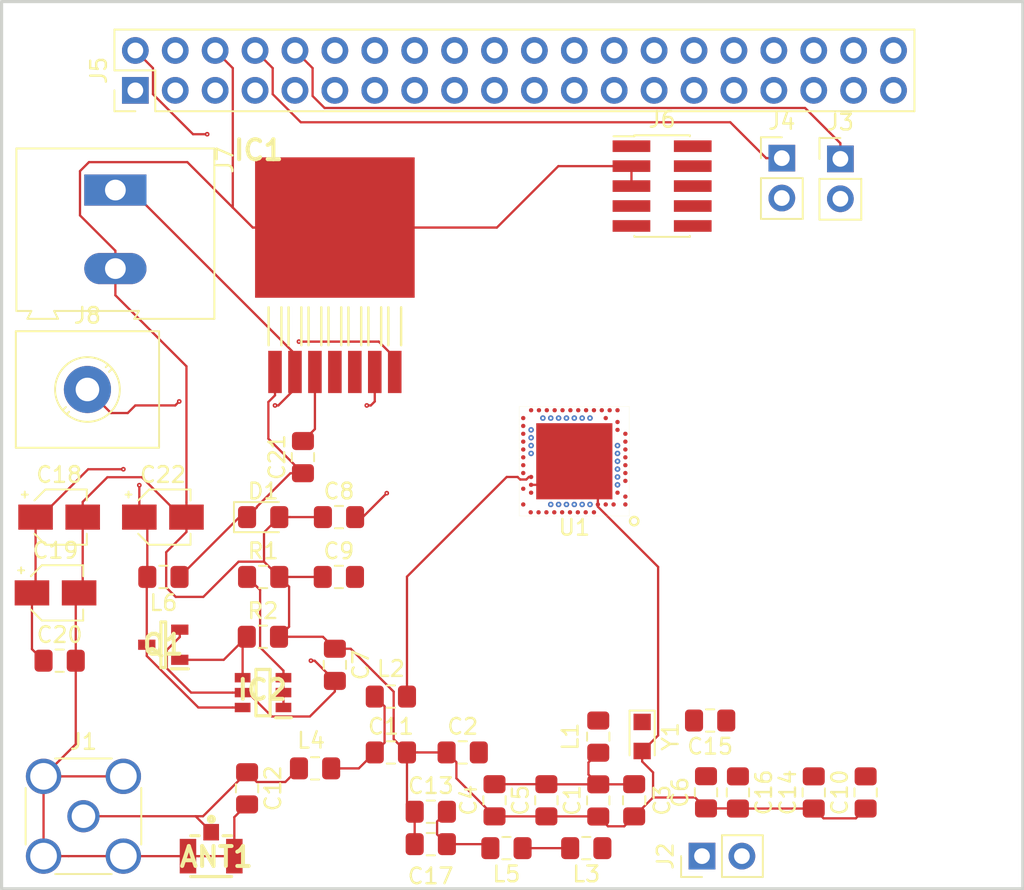
<source format=kicad_pcb>
(kicad_pcb (version 20171130) (host pcbnew "(5.0.0)")

  (general
    (thickness 1.6)
    (drawings 4)
    (tracks 278)
    (zones 0)
    (modules 45)
    (nets 122)
  )

  (page A4)
  (layers
    (0 F.Cu signal)
    (1 In1.Cu signal)
    (2 In2.Cu signal)
    (31 B.Cu signal)
    (32 B.Adhes user)
    (33 F.Adhes user)
    (34 B.Paste user)
    (35 F.Paste user)
    (36 B.SilkS user)
    (37 F.SilkS user)
    (38 B.Mask user)
    (39 F.Mask user)
    (40 Dwgs.User user)
    (41 Cmts.User user)
    (42 Eco1.User user)
    (43 Eco2.User user)
    (44 Edge.Cuts user)
    (45 Margin user)
    (46 B.CrtYd user)
    (47 F.CrtYd user)
    (48 B.Fab user)
    (49 F.Fab user hide)
  )

  (setup
    (last_trace_width 0.145)
    (user_trace_width 0.145)
    (trace_clearance 0.2)
    (zone_clearance 0.508)
    (zone_45_only no)
    (trace_min 0.145)
    (segment_width 0.2)
    (edge_width 0.2)
    (via_size 0.8)
    (via_drill 0.4)
    (via_min_size 0.2)
    (via_min_drill 0.35)
    (blind_buried_vias_allowed yes)
    (uvia_size 0.3)
    (uvia_drill 0.1)
    (uvias_allowed yes)
    (uvia_min_size 0.2)
    (uvia_min_drill 0.1)
    (pcb_text_width 0.3)
    (pcb_text_size 1.5 1.5)
    (mod_edge_width 0.15)
    (mod_text_size 1 1)
    (mod_text_width 0.15)
    (pad_size 1.524 1.524)
    (pad_drill 0.762)
    (pad_to_mask_clearance 0.2)
    (aux_axis_origin 0 0)
    (visible_elements 7FFFFFFF)
    (pcbplotparams
      (layerselection 0x010fc_ffffffff)
      (usegerberextensions false)
      (usegerberattributes false)
      (usegerberadvancedattributes false)
      (creategerberjobfile false)
      (excludeedgelayer true)
      (linewidth 0.100000)
      (plotframeref false)
      (viasonmask false)
      (mode 1)
      (useauxorigin false)
      (hpglpennumber 1)
      (hpglpenspeed 20)
      (hpglpendiameter 15.000000)
      (psnegative false)
      (psa4output false)
      (plotreference true)
      (plotvalue true)
      (plotinvisibletext false)
      (padsonsilk false)
      (subtractmaskfromsilk false)
      (outputformat 1)
      (mirror false)
      (drillshape 1)
      (scaleselection 1)
      (outputdirectory ""))
  )

  (net 0 "")
  (net 1 "Net-(ANT1-Pad1)")
  (net 2 "Ground (VSS_PA)")
  (net 3 "1.1vsup_decup(dec1)")
  (net 4 VDDH)
  (net 5 decusb3.3v)
  (net 6 "1.3vsup_decup(flash)(dec5)")
  (net 7 "1.3vsup_decup(rf)(dec2)")
  (net 8 ant)
  (net 9 "1.3vsup_decup(dec4)")
  (net 10 XC2)
  (net 11 "Net-(C15-Pad2)")
  (net 12 XC1)
  (net 13 +12V)
  (net 14 "Net-(C21-Pad1)")
  (net 15 "Net-(IC1-Pad4)")
  (net 16 "Net-(IC1-Pad5)")
  (net 17 "Net-(IC1-Pad7)")
  (net 18 "Net-(IC2-Pad1)")
  (net 19 "Net-(IC2-Pad4)")
  (net 20 P0.10)
  (net 21 P0.09)
  (net 22 P0.01)
  (net 23 "Net-(J3-Pad1)")
  (net 24 "Net-(J4-Pad1)")
  (net 25 p0.00)
  (net 26 SWDIO)
  (net 27 SWDCLK)
  (net 28 "Net-(J5-Pad7)")
  (net 29 "Net-(J5-Pad9)")
  (net 30 P0.18)
  (net 31 "Net-(J6-Pad7)")
  (net 32 "Net-(J6-Pad9)")
  (net 33 DCCH)
  (net 34 DCC)
  (net 35 "Net-(L3-Pad2)")
  (net 36 P1.00)
  (net 37 P1.01)
  (net 38 P1.02)
  (net 39 P1.03)
  (net 40 P1.04)
  (net 41 P1.05)
  (net 42 P1.06)
  (net 43 P1.07)
  (net 44 P1.08)
  (net 45 P1.09)
  (net 46 P1.10)
  (net 47 P1.11)
  (net 48 P1.12)
  (net 49 P1.13)
  (net 50 P1.14)
  (net 51 P1.15)
  (net 52 P0.02)
  (net 53 P0.03)
  (net 54 P0.04)
  (net 55 P0.05)
  (net 56 P0.06)
  (net 57 P0.07)
  (net 58 P0.08)
  (net 59 P0.11)
  (net 60 P0.12)
  (net 61 P0.13)
  (net 62 P0.14)
  (net 63 P0.15)
  (net 64 P0.16)
  (net 65 P0.17)
  (net 66 P0.19)
  (net 67 P0.20)
  (net 68 P0.21)
  (net 69 P0.24)
  (net 70 P0.23)
  (net 71 P0.26)
  (net 72 P0.25)
  (net 73 P0.28)
  (net 74 P0.27)
  (net 75 P0.30)
  (net 76 P0.29)
  (net 77 P0.31)
  (net 78 usbdata-)
  (net 79 usbdata+)
  (net 80 P0.22)
  (net 81 "psu_decup(dec3)")
  (net 82 "VDD(A22)")
  (net 83 "Net-(C11-Pad1)")
  (net 84 "Net-(C21-Pad2)")
  (net 85 "Net-(C22-Pad1)")
  (net 86 "Net-(J5-Pad1)")
  (net 87 "Net-(J5-Pad3)")
  (net 88 "Net-(J5-Pad4)")
  (net 89 "Net-(J5-Pad5)")
  (net 90 "Net-(J5-Pad11)")
  (net 91 "Net-(J5-Pad12)")
  (net 92 "Net-(J5-Pad13)")
  (net 93 "Net-(J5-Pad14)")
  (net 94 "Net-(J5-Pad15)")
  (net 95 "Net-(J5-Pad16)")
  (net 96 "Net-(J5-Pad17)")
  (net 97 "Net-(J5-Pad18)")
  (net 98 "Net-(J5-Pad19)")
  (net 99 "Net-(J5-Pad20)")
  (net 100 "Net-(J5-Pad21)")
  (net 101 "Net-(J5-Pad22)")
  (net 102 "Net-(J5-Pad23)")
  (net 103 "Net-(J5-Pad24)")
  (net 104 "Net-(J5-Pad25)")
  (net 105 "Net-(J5-Pad26)")
  (net 106 "Net-(J5-Pad27)")
  (net 107 "Net-(J5-Pad28)")
  (net 108 "Net-(J5-Pad29)")
  (net 109 "Net-(J5-Pad30)")
  (net 110 "Net-(J5-Pad31)")
  (net 111 "Net-(J5-Pad32)")
  (net 112 "Net-(J5-Pad33)")
  (net 113 "Net-(J5-Pad34)")
  (net 114 "Net-(J5-Pad35)")
  (net 115 "Net-(J5-Pad36)")
  (net 116 "Net-(J5-Pad37)")
  (net 117 "Net-(J5-Pad38)")
  (net 118 "Net-(J5-Pad39)")
  (net 119 "Net-(J5-Pad40)")
  (net 120 "Net-(J6-Pad6)")
  (net 121 "Net-(J6-Pad8)")

  (net_class Default "This is the default net class."
    (clearance 0.2)
    (trace_width 0.25)
    (via_dia 0.8)
    (via_drill 0.4)
    (uvia_dia 0.3)
    (uvia_drill 0.1)
    (add_net +12V)
    (add_net "1.1vsup_decup(dec1)")
    (add_net "1.3vsup_decup(dec4)")
    (add_net "1.3vsup_decup(flash)(dec5)")
    (add_net "1.3vsup_decup(rf)(dec2)")
    (add_net DCC)
    (add_net DCCH)
    (add_net "Ground (VSS_PA)")
    (add_net "Net-(ANT1-Pad1)")
    (add_net "Net-(C11-Pad1)")
    (add_net "Net-(C15-Pad2)")
    (add_net "Net-(C21-Pad1)")
    (add_net "Net-(C21-Pad2)")
    (add_net "Net-(C22-Pad1)")
    (add_net "Net-(IC1-Pad4)")
    (add_net "Net-(IC1-Pad5)")
    (add_net "Net-(IC1-Pad7)")
    (add_net "Net-(IC2-Pad1)")
    (add_net "Net-(IC2-Pad4)")
    (add_net "Net-(J3-Pad1)")
    (add_net "Net-(J4-Pad1)")
    (add_net "Net-(J5-Pad1)")
    (add_net "Net-(J5-Pad11)")
    (add_net "Net-(J5-Pad12)")
    (add_net "Net-(J5-Pad13)")
    (add_net "Net-(J5-Pad14)")
    (add_net "Net-(J5-Pad15)")
    (add_net "Net-(J5-Pad16)")
    (add_net "Net-(J5-Pad17)")
    (add_net "Net-(J5-Pad18)")
    (add_net "Net-(J5-Pad19)")
    (add_net "Net-(J5-Pad20)")
    (add_net "Net-(J5-Pad21)")
    (add_net "Net-(J5-Pad22)")
    (add_net "Net-(J5-Pad23)")
    (add_net "Net-(J5-Pad24)")
    (add_net "Net-(J5-Pad25)")
    (add_net "Net-(J5-Pad26)")
    (add_net "Net-(J5-Pad27)")
    (add_net "Net-(J5-Pad28)")
    (add_net "Net-(J5-Pad29)")
    (add_net "Net-(J5-Pad3)")
    (add_net "Net-(J5-Pad30)")
    (add_net "Net-(J5-Pad31)")
    (add_net "Net-(J5-Pad32)")
    (add_net "Net-(J5-Pad33)")
    (add_net "Net-(J5-Pad34)")
    (add_net "Net-(J5-Pad35)")
    (add_net "Net-(J5-Pad36)")
    (add_net "Net-(J5-Pad37)")
    (add_net "Net-(J5-Pad38)")
    (add_net "Net-(J5-Pad39)")
    (add_net "Net-(J5-Pad4)")
    (add_net "Net-(J5-Pad40)")
    (add_net "Net-(J5-Pad5)")
    (add_net "Net-(J5-Pad7)")
    (add_net "Net-(J5-Pad9)")
    (add_net "Net-(J6-Pad6)")
    (add_net "Net-(J6-Pad7)")
    (add_net "Net-(J6-Pad8)")
    (add_net "Net-(J6-Pad9)")
    (add_net "Net-(L3-Pad2)")
    (add_net P0.01)
    (add_net P0.02)
    (add_net P0.03)
    (add_net P0.04)
    (add_net P0.05)
    (add_net P0.06)
    (add_net P0.07)
    (add_net P0.08)
    (add_net P0.09)
    (add_net P0.10)
    (add_net P0.11)
    (add_net P0.12)
    (add_net P0.13)
    (add_net P0.14)
    (add_net P0.15)
    (add_net P0.16)
    (add_net P0.17)
    (add_net P0.18)
    (add_net P0.19)
    (add_net P0.20)
    (add_net P0.21)
    (add_net P0.22)
    (add_net P0.23)
    (add_net P0.24)
    (add_net P0.25)
    (add_net P0.26)
    (add_net P0.27)
    (add_net P0.28)
    (add_net P0.29)
    (add_net P0.30)
    (add_net P0.31)
    (add_net P1.00)
    (add_net P1.01)
    (add_net P1.02)
    (add_net P1.03)
    (add_net P1.04)
    (add_net P1.05)
    (add_net P1.06)
    (add_net P1.07)
    (add_net P1.08)
    (add_net P1.09)
    (add_net P1.10)
    (add_net P1.11)
    (add_net P1.12)
    (add_net P1.13)
    (add_net P1.14)
    (add_net P1.15)
    (add_net SWDCLK)
    (add_net SWDIO)
    (add_net "VDD(A22)")
    (add_net VDDH)
    (add_net XC1)
    (add_net XC2)
    (add_net ant)
    (add_net decusb3.3v)
    (add_net p0.00)
    (add_net "psu_decup(dec3)")
    (add_net usbdata+)
    (add_net usbdata-)
  )

  (module SamacSys_Parts:CONUFL001-SMD (layer F.Cu) (tedit 5C86547D) (tstamp 5CA94CC7)
    (at 53.34 74.423 180)
    (descr CONUFL001-SMD)
    (tags Antenna)
    (path /5C9FDFE4/5C885D44)
    (attr smd)
    (fp_text reference ANT1 (at -0.332 -0.051 180) (layer F.SilkS)
      (effects (font (size 1.27 1.27) (thickness 0.254)))
    )
    (fp_text value CONUFL001-SMD (at -0.332 -0.051 180) (layer F.SilkS) hide
      (effects (font (size 1.27 1.27) (thickness 0.254)))
    )
    (fp_line (start -1.3 -1.3) (end 1.3 -1.3) (layer Dwgs.User) (width 0.2))
    (fp_line (start 1.3 -1.3) (end 1.3 1.3) (layer Dwgs.User) (width 0.2))
    (fp_line (start 1.3 1.3) (end -1.3 1.3) (layer Dwgs.User) (width 0.2))
    (fp_line (start -1.3 1.3) (end -1.3 -1.3) (layer Dwgs.User) (width 0.2))
    (fp_line (start -1.3 -1.3) (end 1.3 -1.3) (layer F.SilkS) (width 0.2))
    (fp_line (start -1.3 1.3) (end -0.761 1.3) (layer F.SilkS) (width 0.2))
    (fp_line (start 1.3 1.3) (end 0.761 1.3) (layer F.SilkS) (width 0.2))
    (fp_circle (center -0.013 2.353) (end -0.044 2.353) (layer F.SilkS) (width 0.254))
    (pad 1 smd rect (at 0 1.525 180) (size 1 1.05) (layers F.Cu F.Paste F.Mask)
      (net 1 "Net-(ANT1-Pad1)"))
    (pad 2 smd rect (at -1.475 0 180) (size 1.05 2.2) (layers F.Cu F.Paste F.Mask)
      (net 2 "Ground (VSS_PA)"))
    (pad 3 smd rect (at 1.475 0 180) (size 1.05 2.2) (layers F.Cu F.Paste F.Mask)
      (net 2 "Ground (VSS_PA)"))
  )

  (module Capacitor_SMD:C_0805_2012Metric_Pad1.15x1.40mm_HandSolder (layer F.Cu) (tedit 5B36C52B) (tstamp 5CA94CD8)
    (at 77.978 70.875 90)
    (descr "Capacitor SMD 0805 (2012 Metric), square (rectangular) end terminal, IPC_7351 nominal with elongated pad for handsoldering. (Body size source: https://docs.google.com/spreadsheets/d/1BsfQQcO9C6DZCsRaXUlFlo91Tg2WpOkGARC1WS5S8t0/edit?usp=sharing), generated with kicad-footprint-generator")
    (tags "capacitor handsolder")
    (path /5C9FDFE4/5CC5F94E)
    (attr smd)
    (fp_text reference C1 (at 0 -1.65 90) (layer F.SilkS)
      (effects (font (size 1 1) (thickness 0.15)))
    )
    (fp_text value 4.7uF (at 0 1.65 90) (layer F.Fab)
      (effects (font (size 1 1) (thickness 0.15)))
    )
    (fp_text user %R (at 0 0 90) (layer F.Fab)
      (effects (font (size 0.5 0.5) (thickness 0.08)))
    )
    (fp_line (start 1.85 0.95) (end -1.85 0.95) (layer F.CrtYd) (width 0.05))
    (fp_line (start 1.85 -0.95) (end 1.85 0.95) (layer F.CrtYd) (width 0.05))
    (fp_line (start -1.85 -0.95) (end 1.85 -0.95) (layer F.CrtYd) (width 0.05))
    (fp_line (start -1.85 0.95) (end -1.85 -0.95) (layer F.CrtYd) (width 0.05))
    (fp_line (start -0.261252 0.71) (end 0.261252 0.71) (layer F.SilkS) (width 0.12))
    (fp_line (start -0.261252 -0.71) (end 0.261252 -0.71) (layer F.SilkS) (width 0.12))
    (fp_line (start 1 0.6) (end -1 0.6) (layer F.Fab) (width 0.1))
    (fp_line (start 1 -0.6) (end 1 0.6) (layer F.Fab) (width 0.1))
    (fp_line (start -1 -0.6) (end 1 -0.6) (layer F.Fab) (width 0.1))
    (fp_line (start -1 0.6) (end -1 -0.6) (layer F.Fab) (width 0.1))
    (pad 2 smd roundrect (at 1.025 0 90) (size 1.15 1.4) (layers F.Cu F.Paste F.Mask) (roundrect_rratio 0.217391)
      (net 82 "VDD(A22)"))
    (pad 1 smd roundrect (at -1.025 0 90) (size 1.15 1.4) (layers F.Cu F.Paste F.Mask) (roundrect_rratio 0.217391)
      (net 2 "Ground (VSS_PA)"))
    (model ${KISYS3DMOD}/Capacitor_SMD.3dshapes/C_0805_2012Metric.wrl
      (at (xyz 0 0 0))
      (scale (xyz 1 1 1))
      (rotate (xyz 0 0 0))
    )
  )

  (module Capacitor_SMD:C_0805_2012Metric_Pad1.15x1.40mm_HandSolder (layer F.Cu) (tedit 5B36C52B) (tstamp 5CA94CE9)
    (at 69.351 67.818)
    (descr "Capacitor SMD 0805 (2012 Metric), square (rectangular) end terminal, IPC_7351 nominal with elongated pad for handsoldering. (Body size source: https://docs.google.com/spreadsheets/d/1BsfQQcO9C6DZCsRaXUlFlo91Tg2WpOkGARC1WS5S8t0/edit?usp=sharing), generated with kicad-footprint-generator")
    (tags "capacitor handsolder")
    (path /5C9FDFE4/5CC155B9)
    (attr smd)
    (fp_text reference C2 (at 0 -1.65) (layer F.SilkS)
      (effects (font (size 1 1) (thickness 0.15)))
    )
    (fp_text value 100nF (at 0 1.65) (layer F.Fab)
      (effects (font (size 1 1) (thickness 0.15)))
    )
    (fp_line (start -1 0.6) (end -1 -0.6) (layer F.Fab) (width 0.1))
    (fp_line (start -1 -0.6) (end 1 -0.6) (layer F.Fab) (width 0.1))
    (fp_line (start 1 -0.6) (end 1 0.6) (layer F.Fab) (width 0.1))
    (fp_line (start 1 0.6) (end -1 0.6) (layer F.Fab) (width 0.1))
    (fp_line (start -0.261252 -0.71) (end 0.261252 -0.71) (layer F.SilkS) (width 0.12))
    (fp_line (start -0.261252 0.71) (end 0.261252 0.71) (layer F.SilkS) (width 0.12))
    (fp_line (start -1.85 0.95) (end -1.85 -0.95) (layer F.CrtYd) (width 0.05))
    (fp_line (start -1.85 -0.95) (end 1.85 -0.95) (layer F.CrtYd) (width 0.05))
    (fp_line (start 1.85 -0.95) (end 1.85 0.95) (layer F.CrtYd) (width 0.05))
    (fp_line (start 1.85 0.95) (end -1.85 0.95) (layer F.CrtYd) (width 0.05))
    (fp_text user %R (at 0 0) (layer F.Fab)
      (effects (font (size 0.5 0.5) (thickness 0.08)))
    )
    (pad 1 smd roundrect (at -1.025 0) (size 1.15 1.4) (layers F.Cu F.Paste F.Mask) (roundrect_rratio 0.217391)
      (net 2 "Ground (VSS_PA)"))
    (pad 2 smd roundrect (at 1.025 0) (size 1.15 1.4) (layers F.Cu F.Paste F.Mask) (roundrect_rratio 0.217391)
      (net 3 "1.1vsup_decup(dec1)"))
    (model ${KISYS3DMOD}/Capacitor_SMD.3dshapes/C_0805_2012Metric.wrl
      (at (xyz 0 0 0))
      (scale (xyz 1 1 1))
      (rotate (xyz 0 0 0))
    )
  )

  (module Capacitor_SMD:C_0805_2012Metric_Pad1.15x1.40mm_HandSolder (layer F.Cu) (tedit 5B36C52B) (tstamp 5CA94CFA)
    (at 80.264 70.866 90)
    (descr "Capacitor SMD 0805 (2012 Metric), square (rectangular) end terminal, IPC_7351 nominal with elongated pad for handsoldering. (Body size source: https://docs.google.com/spreadsheets/d/1BsfQQcO9C6DZCsRaXUlFlo91Tg2WpOkGARC1WS5S8t0/edit?usp=sharing), generated with kicad-footprint-generator")
    (tags "capacitor handsolder")
    (path /5C9FDFE4/5CC155E6)
    (attr smd)
    (fp_text reference C3 (at 0 1.778 90) (layer F.SilkS)
      (effects (font (size 1 1) (thickness 0.15)))
    )
    (fp_text value 1.0uF (at 0 1.65 90) (layer F.Fab)
      (effects (font (size 1 1) (thickness 0.15)))
    )
    (fp_line (start -1 0.6) (end -1 -0.6) (layer F.Fab) (width 0.1))
    (fp_line (start -1 -0.6) (end 1 -0.6) (layer F.Fab) (width 0.1))
    (fp_line (start 1 -0.6) (end 1 0.6) (layer F.Fab) (width 0.1))
    (fp_line (start 1 0.6) (end -1 0.6) (layer F.Fab) (width 0.1))
    (fp_line (start -0.261252 -0.71) (end 0.261252 -0.71) (layer F.SilkS) (width 0.12))
    (fp_line (start -0.261252 0.71) (end 0.261252 0.71) (layer F.SilkS) (width 0.12))
    (fp_line (start -1.85 0.95) (end -1.85 -0.95) (layer F.CrtYd) (width 0.05))
    (fp_line (start -1.85 -0.95) (end 1.85 -0.95) (layer F.CrtYd) (width 0.05))
    (fp_line (start 1.85 -0.95) (end 1.85 0.95) (layer F.CrtYd) (width 0.05))
    (fp_line (start 1.85 0.95) (end -1.85 0.95) (layer F.CrtYd) (width 0.05))
    (fp_text user %R (at 0 0 90) (layer F.Fab)
      (effects (font (size 0.5 0.5) (thickness 0.08)))
    )
    (pad 1 smd roundrect (at -1.025 0 90) (size 1.15 1.4) (layers F.Cu F.Paste F.Mask) (roundrect_rratio 0.217391)
      (net 2 "Ground (VSS_PA)"))
    (pad 2 smd roundrect (at 1.025 0 90) (size 1.15 1.4) (layers F.Cu F.Paste F.Mask) (roundrect_rratio 0.217391)
      (net 82 "VDD(A22)"))
    (model ${KISYS3DMOD}/Capacitor_SMD.3dshapes/C_0805_2012Metric.wrl
      (at (xyz 0 0 0))
      (scale (xyz 1 1 1))
      (rotate (xyz 0 0 0))
    )
  )

  (module Capacitor_SMD:C_0805_2012Metric_Pad1.15x1.40mm_HandSolder (layer F.Cu) (tedit 5B36C52B) (tstamp 5CA94D0B)
    (at 71.374 70.866 90)
    (descr "Capacitor SMD 0805 (2012 Metric), square (rectangular) end terminal, IPC_7351 nominal with elongated pad for handsoldering. (Body size source: https://docs.google.com/spreadsheets/d/1BsfQQcO9C6DZCsRaXUlFlo91Tg2WpOkGARC1WS5S8t0/edit?usp=sharing), generated with kicad-footprint-generator")
    (tags "capacitor handsolder")
    (path /5C9FDFE4/5CC5F901)
    (attr smd)
    (fp_text reference C4 (at 0 -1.65 90) (layer F.SilkS)
      (effects (font (size 1 1) (thickness 0.15)))
    )
    (fp_text value 100nf (at 0 1.65 90) (layer F.Fab)
      (effects (font (size 1 1) (thickness 0.15)))
    )
    (fp_line (start -1 0.6) (end -1 -0.6) (layer F.Fab) (width 0.1))
    (fp_line (start -1 -0.6) (end 1 -0.6) (layer F.Fab) (width 0.1))
    (fp_line (start 1 -0.6) (end 1 0.6) (layer F.Fab) (width 0.1))
    (fp_line (start 1 0.6) (end -1 0.6) (layer F.Fab) (width 0.1))
    (fp_line (start -0.261252 -0.71) (end 0.261252 -0.71) (layer F.SilkS) (width 0.12))
    (fp_line (start -0.261252 0.71) (end 0.261252 0.71) (layer F.SilkS) (width 0.12))
    (fp_line (start -1.85 0.95) (end -1.85 -0.95) (layer F.CrtYd) (width 0.05))
    (fp_line (start -1.85 -0.95) (end 1.85 -0.95) (layer F.CrtYd) (width 0.05))
    (fp_line (start 1.85 -0.95) (end 1.85 0.95) (layer F.CrtYd) (width 0.05))
    (fp_line (start 1.85 0.95) (end -1.85 0.95) (layer F.CrtYd) (width 0.05))
    (fp_text user %R (at 0 0 90) (layer F.Fab)
      (effects (font (size 0.5 0.5) (thickness 0.08)))
    )
    (pad 1 smd roundrect (at -1.025 0 90) (size 1.15 1.4) (layers F.Cu F.Paste F.Mask) (roundrect_rratio 0.217391)
      (net 2 "Ground (VSS_PA)"))
    (pad 2 smd roundrect (at 1.025 0 90) (size 1.15 1.4) (layers F.Cu F.Paste F.Mask) (roundrect_rratio 0.217391)
      (net 82 "VDD(A22)"))
    (model ${KISYS3DMOD}/Capacitor_SMD.3dshapes/C_0805_2012Metric.wrl
      (at (xyz 0 0 0))
      (scale (xyz 1 1 1))
      (rotate (xyz 0 0 0))
    )
  )

  (module Capacitor_SMD:C_0805_2012Metric_Pad1.15x1.40mm_HandSolder (layer F.Cu) (tedit 5B36C52B) (tstamp 5CA94D1C)
    (at 74.676 70.866 90)
    (descr "Capacitor SMD 0805 (2012 Metric), square (rectangular) end terminal, IPC_7351 nominal with elongated pad for handsoldering. (Body size source: https://docs.google.com/spreadsheets/d/1BsfQQcO9C6DZCsRaXUlFlo91Tg2WpOkGARC1WS5S8t0/edit?usp=sharing), generated with kicad-footprint-generator")
    (tags "capacitor handsolder")
    (path /5C9FDFE4/5CC9F77D)
    (attr smd)
    (fp_text reference C5 (at 0 -1.65 90) (layer F.SilkS)
      (effects (font (size 1 1) (thickness 0.15)))
    )
    (fp_text value 100nF (at 0 1.65 90) (layer F.Fab)
      (effects (font (size 1 1) (thickness 0.15)))
    )
    (fp_text user %R (at 0 0 90) (layer F.Fab)
      (effects (font (size 0.5 0.5) (thickness 0.08)))
    )
    (fp_line (start 1.85 0.95) (end -1.85 0.95) (layer F.CrtYd) (width 0.05))
    (fp_line (start 1.85 -0.95) (end 1.85 0.95) (layer F.CrtYd) (width 0.05))
    (fp_line (start -1.85 -0.95) (end 1.85 -0.95) (layer F.CrtYd) (width 0.05))
    (fp_line (start -1.85 0.95) (end -1.85 -0.95) (layer F.CrtYd) (width 0.05))
    (fp_line (start -0.261252 0.71) (end 0.261252 0.71) (layer F.SilkS) (width 0.12))
    (fp_line (start -0.261252 -0.71) (end 0.261252 -0.71) (layer F.SilkS) (width 0.12))
    (fp_line (start 1 0.6) (end -1 0.6) (layer F.Fab) (width 0.1))
    (fp_line (start 1 -0.6) (end 1 0.6) (layer F.Fab) (width 0.1))
    (fp_line (start -1 -0.6) (end 1 -0.6) (layer F.Fab) (width 0.1))
    (fp_line (start -1 0.6) (end -1 -0.6) (layer F.Fab) (width 0.1))
    (pad 2 smd roundrect (at 1.025 0 90) (size 1.15 1.4) (layers F.Cu F.Paste F.Mask) (roundrect_rratio 0.217391)
      (net 82 "VDD(A22)"))
    (pad 1 smd roundrect (at -1.025 0 90) (size 1.15 1.4) (layers F.Cu F.Paste F.Mask) (roundrect_rratio 0.217391)
      (net 2 "Ground (VSS_PA)"))
    (model ${KISYS3DMOD}/Capacitor_SMD.3dshapes/C_0805_2012Metric.wrl
      (at (xyz 0 0 0))
      (scale (xyz 1 1 1))
      (rotate (xyz 0 0 0))
    )
  )

  (module Capacitor_SMD:C_0805_2012Metric_Pad1.15x1.40mm_HandSolder (layer F.Cu) (tedit 5B36C52B) (tstamp 5CA94D2D)
    (at 84.836 70.358 90)
    (descr "Capacitor SMD 0805 (2012 Metric), square (rectangular) end terminal, IPC_7351 nominal with elongated pad for handsoldering. (Body size source: https://docs.google.com/spreadsheets/d/1BsfQQcO9C6DZCsRaXUlFlo91Tg2WpOkGARC1WS5S8t0/edit?usp=sharing), generated with kicad-footprint-generator")
    (tags "capacitor handsolder")
    (path /5C9FDFE4/5CE58F66)
    (attr smd)
    (fp_text reference C6 (at 0 -1.65 90) (layer F.SilkS)
      (effects (font (size 1 1) (thickness 0.15)))
    )
    (fp_text value 100nf (at 0 1.65 90) (layer F.Fab)
      (effects (font (size 1 1) (thickness 0.15)))
    )
    (fp_line (start -1 0.6) (end -1 -0.6) (layer F.Fab) (width 0.1))
    (fp_line (start -1 -0.6) (end 1 -0.6) (layer F.Fab) (width 0.1))
    (fp_line (start 1 -0.6) (end 1 0.6) (layer F.Fab) (width 0.1))
    (fp_line (start 1 0.6) (end -1 0.6) (layer F.Fab) (width 0.1))
    (fp_line (start -0.261252 -0.71) (end 0.261252 -0.71) (layer F.SilkS) (width 0.12))
    (fp_line (start -0.261252 0.71) (end 0.261252 0.71) (layer F.SilkS) (width 0.12))
    (fp_line (start -1.85 0.95) (end -1.85 -0.95) (layer F.CrtYd) (width 0.05))
    (fp_line (start -1.85 -0.95) (end 1.85 -0.95) (layer F.CrtYd) (width 0.05))
    (fp_line (start 1.85 -0.95) (end 1.85 0.95) (layer F.CrtYd) (width 0.05))
    (fp_line (start 1.85 0.95) (end -1.85 0.95) (layer F.CrtYd) (width 0.05))
    (fp_text user %R (at 0 0 90) (layer F.Fab)
      (effects (font (size 0.5 0.5) (thickness 0.08)))
    )
    (pad 1 smd roundrect (at -1.025 0 90) (size 1.15 1.4) (layers F.Cu F.Paste F.Mask) (roundrect_rratio 0.217391)
      (net 2 "Ground (VSS_PA)"))
    (pad 2 smd roundrect (at 1.025 0 90) (size 1.15 1.4) (layers F.Cu F.Paste F.Mask) (roundrect_rratio 0.217391)
      (net 82 "VDD(A22)"))
    (model ${KISYS3DMOD}/Capacitor_SMD.3dshapes/C_0805_2012Metric.wrl
      (at (xyz 0 0 0))
      (scale (xyz 1 1 1))
      (rotate (xyz 0 0 0))
    )
  )

  (module Capacitor_SMD:C_0805_2012Metric_Pad1.15x1.40mm_HandSolder (layer F.Cu) (tedit 5B36C52B) (tstamp 5CA94D3E)
    (at 61.214 62.239 270)
    (descr "Capacitor SMD 0805 (2012 Metric), square (rectangular) end terminal, IPC_7351 nominal with elongated pad for handsoldering. (Body size source: https://docs.google.com/spreadsheets/d/1BsfQQcO9C6DZCsRaXUlFlo91Tg2WpOkGARC1WS5S8t0/edit?usp=sharing), generated with kicad-footprint-generator")
    (tags "capacitor handsolder")
    (path /5C9FDFE4/5CC15676)
    (attr smd)
    (fp_text reference C7 (at 0 -1.65 270) (layer F.SilkS)
      (effects (font (size 1 1) (thickness 0.15)))
    )
    (fp_text value 4.7uf (at 0 1.65 270) (layer F.Fab)
      (effects (font (size 1 1) (thickness 0.15)))
    )
    (fp_text user %R (at 0 0 270) (layer F.Fab)
      (effects (font (size 0.5 0.5) (thickness 0.08)))
    )
    (fp_line (start 1.85 0.95) (end -1.85 0.95) (layer F.CrtYd) (width 0.05))
    (fp_line (start 1.85 -0.95) (end 1.85 0.95) (layer F.CrtYd) (width 0.05))
    (fp_line (start -1.85 -0.95) (end 1.85 -0.95) (layer F.CrtYd) (width 0.05))
    (fp_line (start -1.85 0.95) (end -1.85 -0.95) (layer F.CrtYd) (width 0.05))
    (fp_line (start -0.261252 0.71) (end 0.261252 0.71) (layer F.SilkS) (width 0.12))
    (fp_line (start -0.261252 -0.71) (end 0.261252 -0.71) (layer F.SilkS) (width 0.12))
    (fp_line (start 1 0.6) (end -1 0.6) (layer F.Fab) (width 0.1))
    (fp_line (start 1 -0.6) (end 1 0.6) (layer F.Fab) (width 0.1))
    (fp_line (start -1 -0.6) (end 1 -0.6) (layer F.Fab) (width 0.1))
    (fp_line (start -1 0.6) (end -1 -0.6) (layer F.Fab) (width 0.1))
    (pad 2 smd roundrect (at 1.025 0 270) (size 1.15 1.4) (layers F.Cu F.Paste F.Mask) (roundrect_rratio 0.217391)
      (net 4 VDDH))
    (pad 1 smd roundrect (at -1.025 0 270) (size 1.15 1.4) (layers F.Cu F.Paste F.Mask) (roundrect_rratio 0.217391)
      (net 2 "Ground (VSS_PA)"))
    (model ${KISYS3DMOD}/Capacitor_SMD.3dshapes/C_0805_2012Metric.wrl
      (at (xyz 0 0 0))
      (scale (xyz 1 1 1))
      (rotate (xyz 0 0 0))
    )
  )

  (module Capacitor_SMD:C_0805_2012Metric_Pad1.15x1.40mm_HandSolder (layer F.Cu) (tedit 5B36C52B) (tstamp 5CA94D4F)
    (at 61.477 52.832)
    (descr "Capacitor SMD 0805 (2012 Metric), square (rectangular) end terminal, IPC_7351 nominal with elongated pad for handsoldering. (Body size source: https://docs.google.com/spreadsheets/d/1BsfQQcO9C6DZCsRaXUlFlo91Tg2WpOkGARC1WS5S8t0/edit?usp=sharing), generated with kicad-footprint-generator")
    (tags "capacitor handsolder")
    (path /5C9FDFE4/5CC15601)
    (attr smd)
    (fp_text reference C8 (at 0 -1.65) (layer F.SilkS)
      (effects (font (size 1 1) (thickness 0.15)))
    )
    (fp_text value 4.7uF (at 0 1.65) (layer F.Fab)
      (effects (font (size 1 1) (thickness 0.15)))
    )
    (fp_text user %R (at 0 0) (layer F.Fab)
      (effects (font (size 0.5 0.5) (thickness 0.08)))
    )
    (fp_line (start 1.85 0.95) (end -1.85 0.95) (layer F.CrtYd) (width 0.05))
    (fp_line (start 1.85 -0.95) (end 1.85 0.95) (layer F.CrtYd) (width 0.05))
    (fp_line (start -1.85 -0.95) (end 1.85 -0.95) (layer F.CrtYd) (width 0.05))
    (fp_line (start -1.85 0.95) (end -1.85 -0.95) (layer F.CrtYd) (width 0.05))
    (fp_line (start -0.261252 0.71) (end 0.261252 0.71) (layer F.SilkS) (width 0.12))
    (fp_line (start -0.261252 -0.71) (end 0.261252 -0.71) (layer F.SilkS) (width 0.12))
    (fp_line (start 1 0.6) (end -1 0.6) (layer F.Fab) (width 0.1))
    (fp_line (start 1 -0.6) (end 1 0.6) (layer F.Fab) (width 0.1))
    (fp_line (start -1 -0.6) (end 1 -0.6) (layer F.Fab) (width 0.1))
    (fp_line (start -1 0.6) (end -1 -0.6) (layer F.Fab) (width 0.1))
    (pad 2 smd roundrect (at 1.025 0) (size 1.15 1.4) (layers F.Cu F.Paste F.Mask) (roundrect_rratio 0.217391)
      (net 4 VDDH))
    (pad 1 smd roundrect (at -1.025 0) (size 1.15 1.4) (layers F.Cu F.Paste F.Mask) (roundrect_rratio 0.217391)
      (net 2 "Ground (VSS_PA)"))
    (model ${KISYS3DMOD}/Capacitor_SMD.3dshapes/C_0805_2012Metric.wrl
      (at (xyz 0 0 0))
      (scale (xyz 1 1 1))
      (rotate (xyz 0 0 0))
    )
  )

  (module Capacitor_SMD:C_0805_2012Metric_Pad1.15x1.40mm_HandSolder (layer F.Cu) (tedit 5B36C52B) (tstamp 5CA94D60)
    (at 61.468 56.642)
    (descr "Capacitor SMD 0805 (2012 Metric), square (rectangular) end terminal, IPC_7351 nominal with elongated pad for handsoldering. (Body size source: https://docs.google.com/spreadsheets/d/1BsfQQcO9C6DZCsRaXUlFlo91Tg2WpOkGARC1WS5S8t0/edit?usp=sharing), generated with kicad-footprint-generator")
    (tags "capacitor handsolder")
    (path /5C9FDFE4/5CC156D1)
    (attr smd)
    (fp_text reference C9 (at 0 -1.65) (layer F.SilkS)
      (effects (font (size 1 1) (thickness 0.15)))
    )
    (fp_text value 4.7uf (at 0 1.65) (layer F.Fab)
      (effects (font (size 1 1) (thickness 0.15)))
    )
    (fp_text user %R (at 0 0) (layer F.Fab)
      (effects (font (size 0.5 0.5) (thickness 0.08)))
    )
    (fp_line (start 1.85 0.95) (end -1.85 0.95) (layer F.CrtYd) (width 0.05))
    (fp_line (start 1.85 -0.95) (end 1.85 0.95) (layer F.CrtYd) (width 0.05))
    (fp_line (start -1.85 -0.95) (end 1.85 -0.95) (layer F.CrtYd) (width 0.05))
    (fp_line (start -1.85 0.95) (end -1.85 -0.95) (layer F.CrtYd) (width 0.05))
    (fp_line (start -0.261252 0.71) (end 0.261252 0.71) (layer F.SilkS) (width 0.12))
    (fp_line (start -0.261252 -0.71) (end 0.261252 -0.71) (layer F.SilkS) (width 0.12))
    (fp_line (start 1 0.6) (end -1 0.6) (layer F.Fab) (width 0.1))
    (fp_line (start 1 -0.6) (end 1 0.6) (layer F.Fab) (width 0.1))
    (fp_line (start -1 -0.6) (end 1 -0.6) (layer F.Fab) (width 0.1))
    (fp_line (start -1 0.6) (end -1 -0.6) (layer F.Fab) (width 0.1))
    (pad 2 smd roundrect (at 1.025 0) (size 1.15 1.4) (layers F.Cu F.Paste F.Mask) (roundrect_rratio 0.217391)
      (net 5 decusb3.3v))
    (pad 1 smd roundrect (at -1.025 0) (size 1.15 1.4) (layers F.Cu F.Paste F.Mask) (roundrect_rratio 0.217391)
      (net 2 "Ground (VSS_PA)"))
    (model ${KISYS3DMOD}/Capacitor_SMD.3dshapes/C_0805_2012Metric.wrl
      (at (xyz 0 0 0))
      (scale (xyz 1 1 1))
      (rotate (xyz 0 0 0))
    )
  )

  (module Capacitor_SMD:C_0805_2012Metric_Pad1.15x1.40mm_HandSolder (layer F.Cu) (tedit 5B36C52B) (tstamp 5CA94D71)
    (at 94.996 70.367 90)
    (descr "Capacitor SMD 0805 (2012 Metric), square (rectangular) end terminal, IPC_7351 nominal with elongated pad for handsoldering. (Body size source: https://docs.google.com/spreadsheets/d/1BsfQQcO9C6DZCsRaXUlFlo91Tg2WpOkGARC1WS5S8t0/edit?usp=sharing), generated with kicad-footprint-generator")
    (tags "capacitor handsolder")
    (path /5C9FDFE4/5CC156A1)
    (attr smd)
    (fp_text reference C10 (at 0 -1.65 90) (layer F.SilkS)
      (effects (font (size 1 1) (thickness 0.15)))
    )
    (fp_text value 820pf (at 0 1.65 90) (layer F.Fab)
      (effects (font (size 1 1) (thickness 0.15)))
    )
    (fp_line (start -1 0.6) (end -1 -0.6) (layer F.Fab) (width 0.1))
    (fp_line (start -1 -0.6) (end 1 -0.6) (layer F.Fab) (width 0.1))
    (fp_line (start 1 -0.6) (end 1 0.6) (layer F.Fab) (width 0.1))
    (fp_line (start 1 0.6) (end -1 0.6) (layer F.Fab) (width 0.1))
    (fp_line (start -0.261252 -0.71) (end 0.261252 -0.71) (layer F.SilkS) (width 0.12))
    (fp_line (start -0.261252 0.71) (end 0.261252 0.71) (layer F.SilkS) (width 0.12))
    (fp_line (start -1.85 0.95) (end -1.85 -0.95) (layer F.CrtYd) (width 0.05))
    (fp_line (start -1.85 -0.95) (end 1.85 -0.95) (layer F.CrtYd) (width 0.05))
    (fp_line (start 1.85 -0.95) (end 1.85 0.95) (layer F.CrtYd) (width 0.05))
    (fp_line (start 1.85 0.95) (end -1.85 0.95) (layer F.CrtYd) (width 0.05))
    (fp_text user %R (at 0 0 90) (layer F.Fab)
      (effects (font (size 0.5 0.5) (thickness 0.08)))
    )
    (pad 1 smd roundrect (at -1.025 0 90) (size 1.15 1.4) (layers F.Cu F.Paste F.Mask) (roundrect_rratio 0.217391)
      (net 2 "Ground (VSS_PA)"))
    (pad 2 smd roundrect (at 1.025 0 90) (size 1.15 1.4) (layers F.Cu F.Paste F.Mask) (roundrect_rratio 0.217391)
      (net 6 "1.3vsup_decup(flash)(dec5)"))
    (model ${KISYS3DMOD}/Capacitor_SMD.3dshapes/C_0805_2012Metric.wrl
      (at (xyz 0 0 0))
      (scale (xyz 1 1 1))
      (rotate (xyz 0 0 0))
    )
  )

  (module Capacitor_SMD:C_0805_2012Metric_Pad1.15x1.40mm_HandSolder (layer F.Cu) (tedit 5B36C52B) (tstamp 5CA94D82)
    (at 64.779 67.818)
    (descr "Capacitor SMD 0805 (2012 Metric), square (rectangular) end terminal, IPC_7351 nominal with elongated pad for handsoldering. (Body size source: https://docs.google.com/spreadsheets/d/1BsfQQcO9C6DZCsRaXUlFlo91Tg2WpOkGARC1WS5S8t0/edit?usp=sharing), generated with kicad-footprint-generator")
    (tags "capacitor handsolder")
    (path /5C9FDFE4/5C9C8572)
    (attr smd)
    (fp_text reference C11 (at 0 -1.65) (layer F.SilkS)
      (effects (font (size 1 1) (thickness 0.15)))
    )
    (fp_text value 1.0pF (at 0 1.65) (layer F.Fab)
      (effects (font (size 1 1) (thickness 0.15)))
    )
    (fp_text user %R (at 0 0) (layer F.Fab)
      (effects (font (size 0.5 0.5) (thickness 0.08)))
    )
    (fp_line (start 1.85 0.95) (end -1.85 0.95) (layer F.CrtYd) (width 0.05))
    (fp_line (start 1.85 -0.95) (end 1.85 0.95) (layer F.CrtYd) (width 0.05))
    (fp_line (start -1.85 -0.95) (end 1.85 -0.95) (layer F.CrtYd) (width 0.05))
    (fp_line (start -1.85 0.95) (end -1.85 -0.95) (layer F.CrtYd) (width 0.05))
    (fp_line (start -0.261252 0.71) (end 0.261252 0.71) (layer F.SilkS) (width 0.12))
    (fp_line (start -0.261252 -0.71) (end 0.261252 -0.71) (layer F.SilkS) (width 0.12))
    (fp_line (start 1 0.6) (end -1 0.6) (layer F.Fab) (width 0.1))
    (fp_line (start 1 -0.6) (end 1 0.6) (layer F.Fab) (width 0.1))
    (fp_line (start -1 -0.6) (end 1 -0.6) (layer F.Fab) (width 0.1))
    (fp_line (start -1 0.6) (end -1 -0.6) (layer F.Fab) (width 0.1))
    (pad 2 smd roundrect (at 1.025 0) (size 1.15 1.4) (layers F.Cu F.Paste F.Mask) (roundrect_rratio 0.217391)
      (net 2 "Ground (VSS_PA)"))
    (pad 1 smd roundrect (at -1.025 0) (size 1.15 1.4) (layers F.Cu F.Paste F.Mask) (roundrect_rratio 0.217391)
      (net 83 "Net-(C11-Pad1)"))
    (model ${KISYS3DMOD}/Capacitor_SMD.3dshapes/C_0805_2012Metric.wrl
      (at (xyz 0 0 0))
      (scale (xyz 1 1 1))
      (rotate (xyz 0 0 0))
    )
  )

  (module Capacitor_SMD:C_0805_2012Metric_Pad1.15x1.40mm_HandSolder (layer F.Cu) (tedit 5B36C52B) (tstamp 5CA94D93)
    (at 55.626 70.104 270)
    (descr "Capacitor SMD 0805 (2012 Metric), square (rectangular) end terminal, IPC_7351 nominal with elongated pad for handsoldering. (Body size source: https://docs.google.com/spreadsheets/d/1BsfQQcO9C6DZCsRaXUlFlo91Tg2WpOkGARC1WS5S8t0/edit?usp=sharing), generated with kicad-footprint-generator")
    (tags "capacitor handsolder")
    (path /5C9FDFE4/5CE01B1A)
    (attr smd)
    (fp_text reference C12 (at 0 -1.65 270) (layer F.SilkS)
      (effects (font (size 1 1) (thickness 0.15)))
    )
    (fp_text value 0.5pf (at 0 1.65 270) (layer F.Fab)
      (effects (font (size 1 1) (thickness 0.15)))
    )
    (fp_line (start -1 0.6) (end -1 -0.6) (layer F.Fab) (width 0.1))
    (fp_line (start -1 -0.6) (end 1 -0.6) (layer F.Fab) (width 0.1))
    (fp_line (start 1 -0.6) (end 1 0.6) (layer F.Fab) (width 0.1))
    (fp_line (start 1 0.6) (end -1 0.6) (layer F.Fab) (width 0.1))
    (fp_line (start -0.261252 -0.71) (end 0.261252 -0.71) (layer F.SilkS) (width 0.12))
    (fp_line (start -0.261252 0.71) (end 0.261252 0.71) (layer F.SilkS) (width 0.12))
    (fp_line (start -1.85 0.95) (end -1.85 -0.95) (layer F.CrtYd) (width 0.05))
    (fp_line (start -1.85 -0.95) (end 1.85 -0.95) (layer F.CrtYd) (width 0.05))
    (fp_line (start 1.85 -0.95) (end 1.85 0.95) (layer F.CrtYd) (width 0.05))
    (fp_line (start 1.85 0.95) (end -1.85 0.95) (layer F.CrtYd) (width 0.05))
    (fp_text user %R (at 0 0 270) (layer F.Fab)
      (effects (font (size 0.5 0.5) (thickness 0.08)))
    )
    (pad 1 smd roundrect (at -1.025 0 270) (size 1.15 1.4) (layers F.Cu F.Paste F.Mask) (roundrect_rratio 0.217391)
      (net 1 "Net-(ANT1-Pad1)"))
    (pad 2 smd roundrect (at 1.025 0 270) (size 1.15 1.4) (layers F.Cu F.Paste F.Mask) (roundrect_rratio 0.217391)
      (net 2 "Ground (VSS_PA)"))
    (model ${KISYS3DMOD}/Capacitor_SMD.3dshapes/C_0805_2012Metric.wrl
      (at (xyz 0 0 0))
      (scale (xyz 1 1 1))
      (rotate (xyz 0 0 0))
    )
  )

  (module Capacitor_SMD:C_0805_2012Metric_Pad1.15x1.40mm_HandSolder (layer F.Cu) (tedit 5B36C52B) (tstamp 5CA94DA4)
    (at 67.319 71.595001)
    (descr "Capacitor SMD 0805 (2012 Metric), square (rectangular) end terminal, IPC_7351 nominal with elongated pad for handsoldering. (Body size source: https://docs.google.com/spreadsheets/d/1BsfQQcO9C6DZCsRaXUlFlo91Tg2WpOkGARC1WS5S8t0/edit?usp=sharing), generated with kicad-footprint-generator")
    (tags "capacitor handsolder")
    (path /5C9FDFE4/5CE143BD)
    (attr smd)
    (fp_text reference C13 (at 0 -1.65) (layer F.SilkS)
      (effects (font (size 1 1) (thickness 0.15)))
    )
    (fp_text value 47nf (at 0 1.65) (layer F.Fab)
      (effects (font (size 1 1) (thickness 0.15)))
    )
    (fp_text user %R (at 0 0) (layer F.Fab)
      (effects (font (size 0.5 0.5) (thickness 0.08)))
    )
    (fp_line (start 1.85 0.95) (end -1.85 0.95) (layer F.CrtYd) (width 0.05))
    (fp_line (start 1.85 -0.95) (end 1.85 0.95) (layer F.CrtYd) (width 0.05))
    (fp_line (start -1.85 -0.95) (end 1.85 -0.95) (layer F.CrtYd) (width 0.05))
    (fp_line (start -1.85 0.95) (end -1.85 -0.95) (layer F.CrtYd) (width 0.05))
    (fp_line (start -0.261252 0.71) (end 0.261252 0.71) (layer F.SilkS) (width 0.12))
    (fp_line (start -0.261252 -0.71) (end 0.261252 -0.71) (layer F.SilkS) (width 0.12))
    (fp_line (start 1 0.6) (end -1 0.6) (layer F.Fab) (width 0.1))
    (fp_line (start 1 -0.6) (end 1 0.6) (layer F.Fab) (width 0.1))
    (fp_line (start -1 -0.6) (end 1 -0.6) (layer F.Fab) (width 0.1))
    (fp_line (start -1 0.6) (end -1 -0.6) (layer F.Fab) (width 0.1))
    (pad 2 smd roundrect (at 1.025 0) (size 1.15 1.4) (layers F.Cu F.Paste F.Mask) (roundrect_rratio 0.217391)
      (net 9 "1.3vsup_decup(dec4)"))
    (pad 1 smd roundrect (at -1.025 0) (size 1.15 1.4) (layers F.Cu F.Paste F.Mask) (roundrect_rratio 0.217391)
      (net 2 "Ground (VSS_PA)"))
    (model ${KISYS3DMOD}/Capacitor_SMD.3dshapes/C_0805_2012Metric.wrl
      (at (xyz 0 0 0))
      (scale (xyz 1 1 1))
      (rotate (xyz 0 0 0))
    )
  )

  (module Capacitor_SMD:C_0805_2012Metric_Pad1.15x1.40mm_HandSolder (layer F.Cu) (tedit 5B36C52B) (tstamp 5CA94DB5)
    (at 91.694 70.367 90)
    (descr "Capacitor SMD 0805 (2012 Metric), square (rectangular) end terminal, IPC_7351 nominal with elongated pad for handsoldering. (Body size source: https://docs.google.com/spreadsheets/d/1BsfQQcO9C6DZCsRaXUlFlo91Tg2WpOkGARC1WS5S8t0/edit?usp=sharing), generated with kicad-footprint-generator")
    (tags "capacitor handsolder")
    (path /5C9FDFE4/5CE322A4)
    (attr smd)
    (fp_text reference C14 (at 0 -1.65 90) (layer F.SilkS)
      (effects (font (size 1 1) (thickness 0.15)))
    )
    (fp_text value 100pf (at 0 1.65 90) (layer F.Fab)
      (effects (font (size 1 1) (thickness 0.15)))
    )
    (fp_line (start -1 0.6) (end -1 -0.6) (layer F.Fab) (width 0.1))
    (fp_line (start -1 -0.6) (end 1 -0.6) (layer F.Fab) (width 0.1))
    (fp_line (start 1 -0.6) (end 1 0.6) (layer F.Fab) (width 0.1))
    (fp_line (start 1 0.6) (end -1 0.6) (layer F.Fab) (width 0.1))
    (fp_line (start -0.261252 -0.71) (end 0.261252 -0.71) (layer F.SilkS) (width 0.12))
    (fp_line (start -0.261252 0.71) (end 0.261252 0.71) (layer F.SilkS) (width 0.12))
    (fp_line (start -1.85 0.95) (end -1.85 -0.95) (layer F.CrtYd) (width 0.05))
    (fp_line (start -1.85 -0.95) (end 1.85 -0.95) (layer F.CrtYd) (width 0.05))
    (fp_line (start 1.85 -0.95) (end 1.85 0.95) (layer F.CrtYd) (width 0.05))
    (fp_line (start 1.85 0.95) (end -1.85 0.95) (layer F.CrtYd) (width 0.05))
    (fp_text user %R (at 0 0 90) (layer F.Fab)
      (effects (font (size 0.5 0.5) (thickness 0.08)))
    )
    (pad 1 smd roundrect (at -1.025 0 90) (size 1.15 1.4) (layers F.Cu F.Paste F.Mask) (roundrect_rratio 0.217391)
      (net 2 "Ground (VSS_PA)"))
    (pad 2 smd roundrect (at 1.025 0 90) (size 1.15 1.4) (layers F.Cu F.Paste F.Mask) (roundrect_rratio 0.217391)
      (net 81 "psu_decup(dec3)"))
    (model ${KISYS3DMOD}/Capacitor_SMD.3dshapes/C_0805_2012Metric.wrl
      (at (xyz 0 0 0))
      (scale (xyz 1 1 1))
      (rotate (xyz 0 0 0))
    )
  )

  (module Capacitor_SMD:C_0805_2012Metric_Pad1.15x1.40mm_HandSolder (layer F.Cu) (tedit 5B36C52B) (tstamp 5CA94DC6)
    (at 85.099 65.786 180)
    (descr "Capacitor SMD 0805 (2012 Metric), square (rectangular) end terminal, IPC_7351 nominal with elongated pad for handsoldering. (Body size source: https://docs.google.com/spreadsheets/d/1BsfQQcO9C6DZCsRaXUlFlo91Tg2WpOkGARC1WS5S8t0/edit?usp=sharing), generated with kicad-footprint-generator")
    (tags "capacitor handsolder")
    (path /5C9FDFE4/5CA3D98D)
    (attr smd)
    (fp_text reference C15 (at 0 -1.65 180) (layer F.SilkS)
      (effects (font (size 1 1) (thickness 0.15)))
    )
    (fp_text value 12pf (at 0 1.65 180) (layer F.Fab)
      (effects (font (size 1 1) (thickness 0.15)))
    )
    (fp_text user %R (at 0 0 180) (layer F.Fab)
      (effects (font (size 0.5 0.5) (thickness 0.08)))
    )
    (fp_line (start 1.85 0.95) (end -1.85 0.95) (layer F.CrtYd) (width 0.05))
    (fp_line (start 1.85 -0.95) (end 1.85 0.95) (layer F.CrtYd) (width 0.05))
    (fp_line (start -1.85 -0.95) (end 1.85 -0.95) (layer F.CrtYd) (width 0.05))
    (fp_line (start -1.85 0.95) (end -1.85 -0.95) (layer F.CrtYd) (width 0.05))
    (fp_line (start -0.261252 0.71) (end 0.261252 0.71) (layer F.SilkS) (width 0.12))
    (fp_line (start -0.261252 -0.71) (end 0.261252 -0.71) (layer F.SilkS) (width 0.12))
    (fp_line (start 1 0.6) (end -1 0.6) (layer F.Fab) (width 0.1))
    (fp_line (start 1 -0.6) (end 1 0.6) (layer F.Fab) (width 0.1))
    (fp_line (start -1 -0.6) (end 1 -0.6) (layer F.Fab) (width 0.1))
    (fp_line (start -1 0.6) (end -1 -0.6) (layer F.Fab) (width 0.1))
    (pad 2 smd roundrect (at 1.025 0 180) (size 1.15 1.4) (layers F.Cu F.Paste F.Mask) (roundrect_rratio 0.217391)
      (net 11 "Net-(C15-Pad2)"))
    (pad 1 smd roundrect (at -1.025 0 180) (size 1.15 1.4) (layers F.Cu F.Paste F.Mask) (roundrect_rratio 0.217391)
      (net 10 XC2))
    (model ${KISYS3DMOD}/Capacitor_SMD.3dshapes/C_0805_2012Metric.wrl
      (at (xyz 0 0 0))
      (scale (xyz 1 1 1))
      (rotate (xyz 0 0 0))
    )
  )

  (module Capacitor_SMD:C_0805_2012Metric_Pad1.15x1.40mm_HandSolder (layer F.Cu) (tedit 5B36C52B) (tstamp 5CA94DD7)
    (at 86.868 70.367 270)
    (descr "Capacitor SMD 0805 (2012 Metric), square (rectangular) end terminal, IPC_7351 nominal with elongated pad for handsoldering. (Body size source: https://docs.google.com/spreadsheets/d/1BsfQQcO9C6DZCsRaXUlFlo91Tg2WpOkGARC1WS5S8t0/edit?usp=sharing), generated with kicad-footprint-generator")
    (tags "capacitor handsolder")
    (path /5C9FDFE4/5CA3D986)
    (attr smd)
    (fp_text reference C16 (at 0 -1.65 270) (layer F.SilkS)
      (effects (font (size 1 1) (thickness 0.15)))
    )
    (fp_text value 12pf (at 0 1.65 270) (layer F.Fab)
      (effects (font (size 1 1) (thickness 0.15)))
    )
    (fp_line (start -1 0.6) (end -1 -0.6) (layer F.Fab) (width 0.1))
    (fp_line (start -1 -0.6) (end 1 -0.6) (layer F.Fab) (width 0.1))
    (fp_line (start 1 -0.6) (end 1 0.6) (layer F.Fab) (width 0.1))
    (fp_line (start 1 0.6) (end -1 0.6) (layer F.Fab) (width 0.1))
    (fp_line (start -0.261252 -0.71) (end 0.261252 -0.71) (layer F.SilkS) (width 0.12))
    (fp_line (start -0.261252 0.71) (end 0.261252 0.71) (layer F.SilkS) (width 0.12))
    (fp_line (start -1.85 0.95) (end -1.85 -0.95) (layer F.CrtYd) (width 0.05))
    (fp_line (start -1.85 -0.95) (end 1.85 -0.95) (layer F.CrtYd) (width 0.05))
    (fp_line (start 1.85 -0.95) (end 1.85 0.95) (layer F.CrtYd) (width 0.05))
    (fp_line (start 1.85 0.95) (end -1.85 0.95) (layer F.CrtYd) (width 0.05))
    (fp_text user %R (at 0 0 270) (layer F.Fab)
      (effects (font (size 0.5 0.5) (thickness 0.08)))
    )
    (pad 1 smd roundrect (at -1.025 0 270) (size 1.15 1.4) (layers F.Cu F.Paste F.Mask) (roundrect_rratio 0.217391)
      (net 12 XC1))
    (pad 2 smd roundrect (at 1.025 0 270) (size 1.15 1.4) (layers F.Cu F.Paste F.Mask) (roundrect_rratio 0.217391)
      (net 2 "Ground (VSS_PA)"))
    (model ${KISYS3DMOD}/Capacitor_SMD.3dshapes/C_0805_2012Metric.wrl
      (at (xyz 0 0 0))
      (scale (xyz 1 1 1))
      (rotate (xyz 0 0 0))
    )
  )

  (module Capacitor_SMD:C_0805_2012Metric_Pad1.15x1.40mm_HandSolder (layer F.Cu) (tedit 5B36C52B) (tstamp 5CA94DE8)
    (at 67.319 73.66)
    (descr "Capacitor SMD 0805 (2012 Metric), square (rectangular) end terminal, IPC_7351 nominal with elongated pad for handsoldering. (Body size source: https://docs.google.com/spreadsheets/d/1BsfQQcO9C6DZCsRaXUlFlo91Tg2WpOkGARC1WS5S8t0/edit?usp=sharing), generated with kicad-footprint-generator")
    (tags "capacitor handsolder")
    (path /5C9FDFE4/5CC15663)
    (attr smd)
    (fp_text reference C17 (at -0.009 2.032) (layer F.SilkS)
      (effects (font (size 1 1) (thickness 0.15)))
    )
    (fp_text value 1.0uf (at 0 1.65) (layer F.Fab)
      (effects (font (size 1 1) (thickness 0.15)))
    )
    (fp_line (start -1 0.6) (end -1 -0.6) (layer F.Fab) (width 0.1))
    (fp_line (start -1 -0.6) (end 1 -0.6) (layer F.Fab) (width 0.1))
    (fp_line (start 1 -0.6) (end 1 0.6) (layer F.Fab) (width 0.1))
    (fp_line (start 1 0.6) (end -1 0.6) (layer F.Fab) (width 0.1))
    (fp_line (start -0.261252 -0.71) (end 0.261252 -0.71) (layer F.SilkS) (width 0.12))
    (fp_line (start -0.261252 0.71) (end 0.261252 0.71) (layer F.SilkS) (width 0.12))
    (fp_line (start -1.85 0.95) (end -1.85 -0.95) (layer F.CrtYd) (width 0.05))
    (fp_line (start -1.85 -0.95) (end 1.85 -0.95) (layer F.CrtYd) (width 0.05))
    (fp_line (start 1.85 -0.95) (end 1.85 0.95) (layer F.CrtYd) (width 0.05))
    (fp_line (start 1.85 0.95) (end -1.85 0.95) (layer F.CrtYd) (width 0.05))
    (fp_text user %R (at 0 0) (layer F.Fab)
      (effects (font (size 0.5 0.5) (thickness 0.08)))
    )
    (pad 1 smd roundrect (at -1.025 0) (size 1.15 1.4) (layers F.Cu F.Paste F.Mask) (roundrect_rratio 0.217391)
      (net 2 "Ground (VSS_PA)"))
    (pad 2 smd roundrect (at 1.025 0) (size 1.15 1.4) (layers F.Cu F.Paste F.Mask) (roundrect_rratio 0.217391)
      (net 9 "1.3vsup_decup(dec4)"))
    (model ${KISYS3DMOD}/Capacitor_SMD.3dshapes/C_0805_2012Metric.wrl
      (at (xyz 0 0 0))
      (scale (xyz 1 1 1))
      (rotate (xyz 0 0 0))
    )
  )

  (module Capacitor_SMD:CP_Elec_3x5.4 (layer F.Cu) (tedit 5A841F9D) (tstamp 5CA94E0C)
    (at 43.664 52.832)
    (descr "SMT capacitor, aluminium electrolytic, 3x5.4, Nichicon ")
    (tags "Capacitor Electrolytic")
    (path /5C7E653E/5C877F34)
    (attr smd)
    (fp_text reference C18 (at 0 -2.7) (layer F.SilkS)
      (effects (font (size 1 1) (thickness 0.15)))
    )
    (fp_text value 15uf/50v (at 0 2.7) (layer F.Fab)
      (effects (font (size 1 1) (thickness 0.15)))
    )
    (fp_text user %R (at 0 0) (layer F.Fab)
      (effects (font (size 0.6 0.6) (thickness 0.09)))
    )
    (fp_line (start -2.85 1.05) (end -1.78 1.05) (layer F.CrtYd) (width 0.05))
    (fp_line (start -2.85 -1.05) (end -2.85 1.05) (layer F.CrtYd) (width 0.05))
    (fp_line (start -1.78 -1.05) (end -2.85 -1.05) (layer F.CrtYd) (width 0.05))
    (fp_line (start -1.78 -1.05) (end -0.93 -1.9) (layer F.CrtYd) (width 0.05))
    (fp_line (start -1.78 1.05) (end -0.93 1.9) (layer F.CrtYd) (width 0.05))
    (fp_line (start -0.93 -1.9) (end 1.9 -1.9) (layer F.CrtYd) (width 0.05))
    (fp_line (start -0.93 1.9) (end 1.9 1.9) (layer F.CrtYd) (width 0.05))
    (fp_line (start 1.9 1.05) (end 1.9 1.9) (layer F.CrtYd) (width 0.05))
    (fp_line (start 2.85 1.05) (end 1.9 1.05) (layer F.CrtYd) (width 0.05))
    (fp_line (start 2.85 -1.05) (end 2.85 1.05) (layer F.CrtYd) (width 0.05))
    (fp_line (start 1.9 -1.05) (end 2.85 -1.05) (layer F.CrtYd) (width 0.05))
    (fp_line (start 1.9 -1.9) (end 1.9 -1.05) (layer F.CrtYd) (width 0.05))
    (fp_line (start -2.1875 -1.6225) (end -2.1875 -1.2475) (layer F.SilkS) (width 0.12))
    (fp_line (start -2.375 -1.435) (end -2 -1.435) (layer F.SilkS) (width 0.12))
    (fp_line (start -1.570563 1.06) (end -0.870563 1.76) (layer F.SilkS) (width 0.12))
    (fp_line (start -1.570563 -1.06) (end -0.870563 -1.76) (layer F.SilkS) (width 0.12))
    (fp_line (start -0.870563 1.76) (end 1.76 1.76) (layer F.SilkS) (width 0.12))
    (fp_line (start -0.870563 -1.76) (end 1.76 -1.76) (layer F.SilkS) (width 0.12))
    (fp_line (start 1.76 -1.76) (end 1.76 -1.06) (layer F.SilkS) (width 0.12))
    (fp_line (start 1.76 1.76) (end 1.76 1.06) (layer F.SilkS) (width 0.12))
    (fp_line (start -0.960469 -0.95) (end -0.960469 -0.65) (layer F.Fab) (width 0.1))
    (fp_line (start -1.110469 -0.8) (end -0.810469 -0.8) (layer F.Fab) (width 0.1))
    (fp_line (start -1.65 0.825) (end -0.825 1.65) (layer F.Fab) (width 0.1))
    (fp_line (start -1.65 -0.825) (end -0.825 -1.65) (layer F.Fab) (width 0.1))
    (fp_line (start -1.65 -0.825) (end -1.65 0.825) (layer F.Fab) (width 0.1))
    (fp_line (start -0.825 1.65) (end 1.65 1.65) (layer F.Fab) (width 0.1))
    (fp_line (start -0.825 -1.65) (end 1.65 -1.65) (layer F.Fab) (width 0.1))
    (fp_line (start 1.65 -1.65) (end 1.65 1.65) (layer F.Fab) (width 0.1))
    (fp_circle (center 0 0) (end 1.5 0) (layer F.Fab) (width 0.1))
    (pad 2 smd rect (at 1.5 0) (size 2.2 1.6) (layers F.Cu F.Paste F.Mask)
      (net 2 "Ground (VSS_PA)"))
    (pad 1 smd rect (at -1.5 0) (size 2.2 1.6) (layers F.Cu F.Paste F.Mask)
      (net 13 +12V))
    (model ${KISYS3DMOD}/Capacitor_SMD.3dshapes/CP_Elec_3x5.4.wrl
      (at (xyz 0 0 0))
      (scale (xyz 1 1 1))
      (rotate (xyz 0 0 0))
    )
  )

  (module Capacitor_SMD:CP_Elec_3x5.4 (layer F.Cu) (tedit 5A841F9D) (tstamp 5CA94E30)
    (at 43.434 57.658)
    (descr "SMT capacitor, aluminium electrolytic, 3x5.4, Nichicon ")
    (tags "Capacitor Electrolytic")
    (path /5C7E653E/5C877FA6)
    (attr smd)
    (fp_text reference C19 (at 0 -2.7) (layer F.SilkS)
      (effects (font (size 1 1) (thickness 0.15)))
    )
    (fp_text value 15uf/50v (at 0 2.7) (layer F.Fab)
      (effects (font (size 1 1) (thickness 0.15)))
    )
    (fp_circle (center 0 0) (end 1.5 0) (layer F.Fab) (width 0.1))
    (fp_line (start 1.65 -1.65) (end 1.65 1.65) (layer F.Fab) (width 0.1))
    (fp_line (start -0.825 -1.65) (end 1.65 -1.65) (layer F.Fab) (width 0.1))
    (fp_line (start -0.825 1.65) (end 1.65 1.65) (layer F.Fab) (width 0.1))
    (fp_line (start -1.65 -0.825) (end -1.65 0.825) (layer F.Fab) (width 0.1))
    (fp_line (start -1.65 -0.825) (end -0.825 -1.65) (layer F.Fab) (width 0.1))
    (fp_line (start -1.65 0.825) (end -0.825 1.65) (layer F.Fab) (width 0.1))
    (fp_line (start -1.110469 -0.8) (end -0.810469 -0.8) (layer F.Fab) (width 0.1))
    (fp_line (start -0.960469 -0.95) (end -0.960469 -0.65) (layer F.Fab) (width 0.1))
    (fp_line (start 1.76 1.76) (end 1.76 1.06) (layer F.SilkS) (width 0.12))
    (fp_line (start 1.76 -1.76) (end 1.76 -1.06) (layer F.SilkS) (width 0.12))
    (fp_line (start -0.870563 -1.76) (end 1.76 -1.76) (layer F.SilkS) (width 0.12))
    (fp_line (start -0.870563 1.76) (end 1.76 1.76) (layer F.SilkS) (width 0.12))
    (fp_line (start -1.570563 -1.06) (end -0.870563 -1.76) (layer F.SilkS) (width 0.12))
    (fp_line (start -1.570563 1.06) (end -0.870563 1.76) (layer F.SilkS) (width 0.12))
    (fp_line (start -2.375 -1.435) (end -2 -1.435) (layer F.SilkS) (width 0.12))
    (fp_line (start -2.1875 -1.6225) (end -2.1875 -1.2475) (layer F.SilkS) (width 0.12))
    (fp_line (start 1.9 -1.9) (end 1.9 -1.05) (layer F.CrtYd) (width 0.05))
    (fp_line (start 1.9 -1.05) (end 2.85 -1.05) (layer F.CrtYd) (width 0.05))
    (fp_line (start 2.85 -1.05) (end 2.85 1.05) (layer F.CrtYd) (width 0.05))
    (fp_line (start 2.85 1.05) (end 1.9 1.05) (layer F.CrtYd) (width 0.05))
    (fp_line (start 1.9 1.05) (end 1.9 1.9) (layer F.CrtYd) (width 0.05))
    (fp_line (start -0.93 1.9) (end 1.9 1.9) (layer F.CrtYd) (width 0.05))
    (fp_line (start -0.93 -1.9) (end 1.9 -1.9) (layer F.CrtYd) (width 0.05))
    (fp_line (start -1.78 1.05) (end -0.93 1.9) (layer F.CrtYd) (width 0.05))
    (fp_line (start -1.78 -1.05) (end -0.93 -1.9) (layer F.CrtYd) (width 0.05))
    (fp_line (start -1.78 -1.05) (end -2.85 -1.05) (layer F.CrtYd) (width 0.05))
    (fp_line (start -2.85 -1.05) (end -2.85 1.05) (layer F.CrtYd) (width 0.05))
    (fp_line (start -2.85 1.05) (end -1.78 1.05) (layer F.CrtYd) (width 0.05))
    (fp_text user %R (at 0 0) (layer F.Fab)
      (effects (font (size 0.6 0.6) (thickness 0.09)))
    )
    (pad 1 smd rect (at -1.5 0) (size 2.2 1.6) (layers F.Cu F.Paste F.Mask)
      (net 13 +12V))
    (pad 2 smd rect (at 1.5 0) (size 2.2 1.6) (layers F.Cu F.Paste F.Mask)
      (net 2 "Ground (VSS_PA)"))
    (model ${KISYS3DMOD}/Capacitor_SMD.3dshapes/CP_Elec_3x5.4.wrl
      (at (xyz 0 0 0))
      (scale (xyz 1 1 1))
      (rotate (xyz 0 0 0))
    )
  )

  (module Capacitor_SMD:C_0805_2012Metric_Pad1.15x1.40mm_HandSolder (layer F.Cu) (tedit 5B36C52B) (tstamp 5CA94E41)
    (at 43.697 61.976)
    (descr "Capacitor SMD 0805 (2012 Metric), square (rectangular) end terminal, IPC_7351 nominal with elongated pad for handsoldering. (Body size source: https://docs.google.com/spreadsheets/d/1BsfQQcO9C6DZCsRaXUlFlo91Tg2WpOkGARC1WS5S8t0/edit?usp=sharing), generated with kicad-footprint-generator")
    (tags "capacitor handsolder")
    (path /5C7E653E/5C8776E3)
    (attr smd)
    (fp_text reference C20 (at 0 -1.65) (layer F.SilkS)
      (effects (font (size 1 1) (thickness 0.15)))
    )
    (fp_text value 0.47uf (at 0 1.65) (layer F.Fab)
      (effects (font (size 1 1) (thickness 0.15)))
    )
    (fp_line (start -1 0.6) (end -1 -0.6) (layer F.Fab) (width 0.1))
    (fp_line (start -1 -0.6) (end 1 -0.6) (layer F.Fab) (width 0.1))
    (fp_line (start 1 -0.6) (end 1 0.6) (layer F.Fab) (width 0.1))
    (fp_line (start 1 0.6) (end -1 0.6) (layer F.Fab) (width 0.1))
    (fp_line (start -0.261252 -0.71) (end 0.261252 -0.71) (layer F.SilkS) (width 0.12))
    (fp_line (start -0.261252 0.71) (end 0.261252 0.71) (layer F.SilkS) (width 0.12))
    (fp_line (start -1.85 0.95) (end -1.85 -0.95) (layer F.CrtYd) (width 0.05))
    (fp_line (start -1.85 -0.95) (end 1.85 -0.95) (layer F.CrtYd) (width 0.05))
    (fp_line (start 1.85 -0.95) (end 1.85 0.95) (layer F.CrtYd) (width 0.05))
    (fp_line (start 1.85 0.95) (end -1.85 0.95) (layer F.CrtYd) (width 0.05))
    (fp_text user %R (at 0 0) (layer F.Fab)
      (effects (font (size 0.5 0.5) (thickness 0.08)))
    )
    (pad 1 smd roundrect (at -1.025 0) (size 1.15 1.4) (layers F.Cu F.Paste F.Mask) (roundrect_rratio 0.217391)
      (net 13 +12V))
    (pad 2 smd roundrect (at 1.025 0) (size 1.15 1.4) (layers F.Cu F.Paste F.Mask) (roundrect_rratio 0.217391)
      (net 2 "Ground (VSS_PA)"))
    (model ${KISYS3DMOD}/Capacitor_SMD.3dshapes/C_0805_2012Metric.wrl
      (at (xyz 0 0 0))
      (scale (xyz 1 1 1))
      (rotate (xyz 0 0 0))
    )
  )

  (module Capacitor_SMD:C_0805_2012Metric_Pad1.15x1.40mm_HandSolder (layer F.Cu) (tedit 5B36C52B) (tstamp 5CA94E52)
    (at 59.182 49.013 90)
    (descr "Capacitor SMD 0805 (2012 Metric), square (rectangular) end terminal, IPC_7351 nominal with elongated pad for handsoldering. (Body size source: https://docs.google.com/spreadsheets/d/1BsfQQcO9C6DZCsRaXUlFlo91Tg2WpOkGARC1WS5S8t0/edit?usp=sharing), generated with kicad-footprint-generator")
    (tags "capacitor handsolder")
    (path /5C7E653E/5C87999F)
    (attr smd)
    (fp_text reference C21 (at 0 -1.65 90) (layer F.SilkS)
      (effects (font (size 1 1) (thickness 0.15)))
    )
    (fp_text value 0.01uf (at 0 1.65 90) (layer F.Fab)
      (effects (font (size 1 1) (thickness 0.15)))
    )
    (fp_text user %R (at 0 0 90) (layer F.Fab)
      (effects (font (size 0.5 0.5) (thickness 0.08)))
    )
    (fp_line (start 1.85 0.95) (end -1.85 0.95) (layer F.CrtYd) (width 0.05))
    (fp_line (start 1.85 -0.95) (end 1.85 0.95) (layer F.CrtYd) (width 0.05))
    (fp_line (start -1.85 -0.95) (end 1.85 -0.95) (layer F.CrtYd) (width 0.05))
    (fp_line (start -1.85 0.95) (end -1.85 -0.95) (layer F.CrtYd) (width 0.05))
    (fp_line (start -0.261252 0.71) (end 0.261252 0.71) (layer F.SilkS) (width 0.12))
    (fp_line (start -0.261252 -0.71) (end 0.261252 -0.71) (layer F.SilkS) (width 0.12))
    (fp_line (start 1 0.6) (end -1 0.6) (layer F.Fab) (width 0.1))
    (fp_line (start 1 -0.6) (end 1 0.6) (layer F.Fab) (width 0.1))
    (fp_line (start -1 -0.6) (end 1 -0.6) (layer F.Fab) (width 0.1))
    (fp_line (start -1 0.6) (end -1 -0.6) (layer F.Fab) (width 0.1))
    (pad 2 smd roundrect (at 1.025 0 90) (size 1.15 1.4) (layers F.Cu F.Paste F.Mask) (roundrect_rratio 0.217391)
      (net 84 "Net-(C21-Pad2)"))
    (pad 1 smd roundrect (at -1.025 0 90) (size 1.15 1.4) (layers F.Cu F.Paste F.Mask) (roundrect_rratio 0.217391)
      (net 14 "Net-(C21-Pad1)"))
    (model ${KISYS3DMOD}/Capacitor_SMD.3dshapes/C_0805_2012Metric.wrl
      (at (xyz 0 0 0))
      (scale (xyz 1 1 1))
      (rotate (xyz 0 0 0))
    )
  )

  (module Capacitor_SMD:CP_Elec_3x5.3 (layer F.Cu) (tedit 5B303299) (tstamp 5CA94E76)
    (at 50.268 52.832)
    (descr "SMT capacitor, aluminium electrolytic, 3x5.3, Cornell Dubilier Electronics ")
    (tags "Capacitor Electrolytic")
    (path /5C7E653E/5C87B06D)
    (attr smd)
    (fp_text reference C22 (at 0 -2.7) (layer F.SilkS)
      (effects (font (size 1 1) (thickness 0.15)))
    )
    (fp_text value 180uf/16v (at 0 2.7) (layer F.Fab)
      (effects (font (size 1 1) (thickness 0.15)))
    )
    (fp_circle (center 0 0) (end 1.5 0) (layer F.Fab) (width 0.1))
    (fp_line (start 1.65 -1.65) (end 1.65 1.65) (layer F.Fab) (width 0.1))
    (fp_line (start -0.825 -1.65) (end 1.65 -1.65) (layer F.Fab) (width 0.1))
    (fp_line (start -0.825 1.65) (end 1.65 1.65) (layer F.Fab) (width 0.1))
    (fp_line (start -1.65 -0.825) (end -1.65 0.825) (layer F.Fab) (width 0.1))
    (fp_line (start -1.65 -0.825) (end -0.825 -1.65) (layer F.Fab) (width 0.1))
    (fp_line (start -1.65 0.825) (end -0.825 1.65) (layer F.Fab) (width 0.1))
    (fp_line (start -1.110469 -0.8) (end -0.810469 -0.8) (layer F.Fab) (width 0.1))
    (fp_line (start -0.960469 -0.95) (end -0.960469 -0.65) (layer F.Fab) (width 0.1))
    (fp_line (start 1.76 1.76) (end 1.76 1.06) (layer F.SilkS) (width 0.12))
    (fp_line (start 1.76 -1.76) (end 1.76 -1.06) (layer F.SilkS) (width 0.12))
    (fp_line (start -0.870563 -1.76) (end 1.76 -1.76) (layer F.SilkS) (width 0.12))
    (fp_line (start -0.870563 1.76) (end 1.76 1.76) (layer F.SilkS) (width 0.12))
    (fp_line (start -1.570563 -1.06) (end -0.870563 -1.76) (layer F.SilkS) (width 0.12))
    (fp_line (start -1.570563 1.06) (end -0.870563 1.76) (layer F.SilkS) (width 0.12))
    (fp_line (start -2.375 -1.435) (end -2 -1.435) (layer F.SilkS) (width 0.12))
    (fp_line (start -2.1875 -1.6225) (end -2.1875 -1.2475) (layer F.SilkS) (width 0.12))
    (fp_line (start 1.9 -1.9) (end 1.9 -1.05) (layer F.CrtYd) (width 0.05))
    (fp_line (start 1.9 -1.05) (end 2.85 -1.05) (layer F.CrtYd) (width 0.05))
    (fp_line (start 2.85 -1.05) (end 2.85 1.05) (layer F.CrtYd) (width 0.05))
    (fp_line (start 2.85 1.05) (end 1.9 1.05) (layer F.CrtYd) (width 0.05))
    (fp_line (start 1.9 1.05) (end 1.9 1.9) (layer F.CrtYd) (width 0.05))
    (fp_line (start -0.93 1.9) (end 1.9 1.9) (layer F.CrtYd) (width 0.05))
    (fp_line (start -0.93 -1.9) (end 1.9 -1.9) (layer F.CrtYd) (width 0.05))
    (fp_line (start -1.78 1.05) (end -0.93 1.9) (layer F.CrtYd) (width 0.05))
    (fp_line (start -1.78 -1.05) (end -0.93 -1.9) (layer F.CrtYd) (width 0.05))
    (fp_line (start -1.78 -1.05) (end -2.85 -1.05) (layer F.CrtYd) (width 0.05))
    (fp_line (start -2.85 -1.05) (end -2.85 1.05) (layer F.CrtYd) (width 0.05))
    (fp_line (start -2.85 1.05) (end -1.78 1.05) (layer F.CrtYd) (width 0.05))
    (fp_text user %R (at 0 0) (layer F.Fab)
      (effects (font (size 0.6 0.6) (thickness 0.09)))
    )
    (pad 1 smd rect (at -1.5 0) (size 2.2 1.6) (layers F.Cu F.Paste F.Mask)
      (net 85 "Net-(C22-Pad1)"))
    (pad 2 smd rect (at 1.5 0) (size 2.2 1.6) (layers F.Cu F.Paste F.Mask)
      (net 2 "Ground (VSS_PA)"))
    (model ${KISYS3DMOD}/Capacitor_SMD.3dshapes/CP_Elec_3x5.3.wrl
      (at (xyz 0 0 0))
      (scale (xyz 1 1 1))
      (rotate (xyz 0 0 0))
    )
  )

  (module Diode_SMD:D_0805_2012Metric_Pad1.15x1.40mm_HandSolder (layer F.Cu) (tedit 5B4B45C8) (tstamp 5CA94E89)
    (at 56.651 52.832)
    (descr "Diode SMD 0805 (2012 Metric), square (rectangular) end terminal, IPC_7351 nominal, (Body size source: https://docs.google.com/spreadsheets/d/1BsfQQcO9C6DZCsRaXUlFlo91Tg2WpOkGARC1WS5S8t0/edit?usp=sharing), generated with kicad-footprint-generator")
    (tags "diode handsolder")
    (path /5C7E653E/5C8798B5)
    (attr smd)
    (fp_text reference D1 (at 0 -1.65) (layer F.SilkS)
      (effects (font (size 1 1) (thickness 0.15)))
    )
    (fp_text value SR305 (at 0 1.65) (layer F.Fab)
      (effects (font (size 1 1) (thickness 0.15)))
    )
    (fp_line (start 1 -0.6) (end -0.7 -0.6) (layer F.Fab) (width 0.1))
    (fp_line (start -0.7 -0.6) (end -1 -0.3) (layer F.Fab) (width 0.1))
    (fp_line (start -1 -0.3) (end -1 0.6) (layer F.Fab) (width 0.1))
    (fp_line (start -1 0.6) (end 1 0.6) (layer F.Fab) (width 0.1))
    (fp_line (start 1 0.6) (end 1 -0.6) (layer F.Fab) (width 0.1))
    (fp_line (start 1 -0.96) (end -1.86 -0.96) (layer F.SilkS) (width 0.12))
    (fp_line (start -1.86 -0.96) (end -1.86 0.96) (layer F.SilkS) (width 0.12))
    (fp_line (start -1.86 0.96) (end 1 0.96) (layer F.SilkS) (width 0.12))
    (fp_line (start -1.85 0.95) (end -1.85 -0.95) (layer F.CrtYd) (width 0.05))
    (fp_line (start -1.85 -0.95) (end 1.85 -0.95) (layer F.CrtYd) (width 0.05))
    (fp_line (start 1.85 -0.95) (end 1.85 0.95) (layer F.CrtYd) (width 0.05))
    (fp_line (start 1.85 0.95) (end -1.85 0.95) (layer F.CrtYd) (width 0.05))
    (fp_text user %R (at 0 0) (layer F.Fab)
      (effects (font (size 0.5 0.5) (thickness 0.08)))
    )
    (pad 1 smd roundrect (at -1.025 0) (size 1.15 1.4) (layers F.Cu F.Paste F.Mask) (roundrect_rratio 0.217391)
      (net 14 "Net-(C21-Pad1)"))
    (pad 2 smd roundrect (at 1.025 0) (size 1.15 1.4) (layers F.Cu F.Paste F.Mask) (roundrect_rratio 0.217391)
      (net 2 "Ground (VSS_PA)"))
    (model ${KISYS3DMOD}/Diode_SMD.3dshapes/D_0805_2012Metric.wrl
      (at (xyz 0 0 0))
      (scale (xyz 1 1 1))
      (rotate (xyz 0 0 0))
    )
  )

  (module SamacSys_Parts:TO127P1435X457-8N (layer F.Cu) (tedit 5C7D23D3) (tstamp 5CA94EC3)
    (at 61.214 34.544)
    (descr TO127P1435X457-8N)
    (tags "Integrated Circuit")
    (path /5C7E653E/5C7F86EF)
    (attr smd)
    (fp_text reference IC1 (at -4.8514 -5.08) (layer F.SilkS)
      (effects (font (size 1.27 1.27) (thickness 0.254)))
    )
    (fp_text value LM2676S-5.0 (at -4.8514 -5.08) (layer F.SilkS) hide
      (effects (font (size 1.27 1.27) (thickness 0.254)))
    )
    (fp_line (start -3.4036 4.318) (end -4.2164 4.318) (layer Dwgs.User) (width 0.1524))
    (fp_line (start -4.2164 4.318) (end -4.2164 10.033) (layer Dwgs.User) (width 0.1524))
    (fp_line (start -4.2164 10.033) (end -3.4036 10.033) (layer Dwgs.User) (width 0.1524))
    (fp_line (start -3.4036 10.033) (end -3.4036 4.318) (layer Dwgs.User) (width 0.1524))
    (fp_line (start -2.1336 4.318) (end -2.9464 4.318) (layer Dwgs.User) (width 0.1524))
    (fp_line (start -2.9464 4.318) (end -2.9464 10.033) (layer Dwgs.User) (width 0.1524))
    (fp_line (start -2.9464 10.033) (end -2.1336 10.033) (layer Dwgs.User) (width 0.1524))
    (fp_line (start -2.1336 10.033) (end -2.1336 4.318) (layer Dwgs.User) (width 0.1524))
    (fp_line (start -0.8636 4.318) (end -1.6764 4.318) (layer Dwgs.User) (width 0.1524))
    (fp_line (start -1.6764 4.318) (end -1.6764 10.033) (layer Dwgs.User) (width 0.1524))
    (fp_line (start -1.6764 10.033) (end -0.8636 10.033) (layer Dwgs.User) (width 0.1524))
    (fp_line (start -0.8636 10.033) (end -0.8636 4.318) (layer Dwgs.User) (width 0.1524))
    (fp_line (start 0.4064 4.318) (end -0.4064 4.318) (layer Dwgs.User) (width 0.1524))
    (fp_line (start -0.4064 4.318) (end -0.4064 10.033) (layer Dwgs.User) (width 0.1524))
    (fp_line (start -0.4064 10.033) (end 0.4064 10.033) (layer Dwgs.User) (width 0.1524))
    (fp_line (start 0.4064 10.033) (end 0.4064 4.318) (layer Dwgs.User) (width 0.1524))
    (fp_line (start 1.6764 4.318) (end 0.8636 4.318) (layer Dwgs.User) (width 0.1524))
    (fp_line (start 0.8636 4.318) (end 0.8636 10.033) (layer Dwgs.User) (width 0.1524))
    (fp_line (start 0.8636 10.033) (end 1.6764 10.033) (layer Dwgs.User) (width 0.1524))
    (fp_line (start 1.6764 10.033) (end 1.6764 4.318) (layer Dwgs.User) (width 0.1524))
    (fp_line (start 2.9464 4.318) (end 2.1336 4.318) (layer Dwgs.User) (width 0.1524))
    (fp_line (start 2.1336 4.318) (end 2.1336 10.033) (layer Dwgs.User) (width 0.1524))
    (fp_line (start 2.1336 10.033) (end 2.9464 10.033) (layer Dwgs.User) (width 0.1524))
    (fp_line (start 2.9464 10.033) (end 2.9464 4.318) (layer Dwgs.User) (width 0.1524))
    (fp_line (start 4.2164 4.318) (end 3.4036 4.318) (layer Dwgs.User) (width 0.1524))
    (fp_line (start 3.4036 4.318) (end 3.4036 10.033) (layer Dwgs.User) (width 0.1524))
    (fp_line (start 3.4036 10.033) (end 4.2164 10.033) (layer Dwgs.User) (width 0.1524))
    (fp_line (start 4.2164 10.033) (end 4.2164 4.318) (layer Dwgs.User) (width 0.1524))
    (fp_line (start -5.08 4.318) (end 5.08 4.318) (layer Dwgs.User) (width 0.1524))
    (fp_line (start 5.08 4.318) (end 5.08 -4.318) (layer Dwgs.User) (width 0.1524))
    (fp_line (start 5.08 -4.318) (end -5.08 -4.318) (layer Dwgs.User) (width 0.1524))
    (fp_line (start -5.08 -4.318) (end -5.08 4.318) (layer Dwgs.User) (width 0.1524))
    (fp_line (start -4.2164 4.9276) (end -4.2164 7.3406) (layer F.SilkS) (width 0.1524))
    (fp_line (start -2.9464 4.9276) (end -2.9464 7.3406) (layer F.SilkS) (width 0.1524))
    (fp_line (start -1.6764 4.9276) (end -1.6764 7.3406) (layer F.SilkS) (width 0.1524))
    (fp_line (start -0.4064 4.9276) (end -0.4064 7.3406) (layer F.SilkS) (width 0.1524))
    (fp_line (start 0.8636 4.9276) (end 0.8636 7.3406) (layer F.SilkS) (width 0.1524))
    (fp_line (start 2.1336 4.9276) (end 2.1336 7.3406) (layer F.SilkS) (width 0.1524))
    (fp_line (start 3.4036 4.9276) (end 3.4036 7.3406) (layer F.SilkS) (width 0.1524))
    (fp_line (start -3.4036 4.9276) (end -3.4036 7.3406) (layer F.SilkS) (width 0.1524))
    (fp_line (start -2.1336 4.9276) (end -2.1336 7.3406) (layer F.SilkS) (width 0.1524))
    (fp_line (start -0.8636 4.9276) (end -0.8636 7.3406) (layer F.SilkS) (width 0.1524))
    (fp_line (start 0.4064 4.9276) (end 0.4064 7.3406) (layer F.SilkS) (width 0.1524))
    (fp_line (start 1.6764 4.9276) (end 1.6764 7.3406) (layer F.SilkS) (width 0.1524))
    (fp_line (start 2.9464 4.9276) (end 2.9464 7.3406) (layer F.SilkS) (width 0.1524))
    (fp_line (start 4.2164 4.9276) (end 4.2164 7.3406) (layer F.SilkS) (width 0.1524))
    (pad 1 smd rect (at -3.81 9.0424) (size 0.8636 2.6924) (layers F.Cu F.Paste F.Mask)
      (net 14 "Net-(C21-Pad1)"))
    (pad 2 smd rect (at -2.54 9.0424) (size 0.8636 2.6924) (layers F.Cu F.Paste F.Mask)
      (net 13 +12V))
    (pad 3 smd rect (at -1.27 9.0424) (size 0.8636 2.6924) (layers F.Cu F.Paste F.Mask)
      (net 84 "Net-(C21-Pad2)"))
    (pad 4 smd rect (at 0 9.0424) (size 0.8636 2.6924) (layers F.Cu F.Paste F.Mask)
      (net 15 "Net-(IC1-Pad4)"))
    (pad 5 smd rect (at 1.27 9.0424) (size 0.8636 2.6924) (layers F.Cu F.Paste F.Mask)
      (net 16 "Net-(IC1-Pad5)"))
    (pad 6 smd rect (at 2.54 9.0424) (size 0.8636 2.6924) (layers F.Cu F.Paste F.Mask)
      (net 85 "Net-(C22-Pad1)"))
    (pad 7 smd rect (at 3.81 9.0424) (size 0.8636 2.6924) (layers F.Cu F.Paste F.Mask)
      (net 17 "Net-(IC1-Pad7)"))
    (pad 8 smd rect (at 0 -0.1524 90) (size 8.9408 10.16) (layers F.Cu F.Paste F.Mask)
      (net 2 "Ground (VSS_PA)"))
  )

  (module SamacSys_Parts:SOT95P275X110-6N (layer F.Cu) (tedit 5C7D23E8) (tstamp 5CA94EDB)
    (at 56.642 64.008 180)
    (descr SOT-26)
    (tags "Integrated Circuit")
    (path /5C7E653E/5C807D70)
    (attr smd)
    (fp_text reference IC2 (at 0.048999 0.176999 180) (layer F.SilkS)
      (effects (font (size 1.27 1.27) (thickness 0.254)))
    )
    (fp_text value DMMT5401-7-F (at 3.302 -3.048 180) (layer F.SilkS) hide
      (effects (font (size 1.27 1.27) (thickness 0.254)))
    )
    (fp_line (start -2.05 -1.75) (end 2.05 -1.75) (layer Dwgs.User) (width 0.05))
    (fp_line (start 2.05 -1.75) (end 2.05 1.75) (layer Dwgs.User) (width 0.05))
    (fp_line (start 2.05 1.75) (end -2.05 1.75) (layer Dwgs.User) (width 0.05))
    (fp_line (start -2.05 1.75) (end -2.05 -1.75) (layer Dwgs.User) (width 0.05))
    (fp_line (start -0.775 -1.475) (end 0.775 -1.475) (layer Dwgs.User) (width 0.1))
    (fp_line (start 0.775 -1.475) (end 0.775 1.475) (layer Dwgs.User) (width 0.1))
    (fp_line (start 0.775 1.475) (end -0.775 1.475) (layer Dwgs.User) (width 0.1))
    (fp_line (start -0.775 1.475) (end -0.775 -1.475) (layer Dwgs.User) (width 0.1))
    (fp_line (start -0.775 -0.525) (end 0.175 -1.475) (layer Dwgs.User) (width 0.1))
    (fp_line (start -0.45 -1.475) (end 0.45 -1.475) (layer F.SilkS) (width 0.2))
    (fp_line (start 0.45 -1.475) (end 0.45 1.475) (layer F.SilkS) (width 0.2))
    (fp_line (start 0.45 1.475) (end -0.45 1.475) (layer F.SilkS) (width 0.2))
    (fp_line (start -0.45 1.475) (end -0.45 -1.475) (layer F.SilkS) (width 0.2))
    (fp_line (start -1.8 -1.6) (end -0.8 -1.6) (layer F.SilkS) (width 0.2))
    (pad 1 smd rect (at -1.3 -0.95 270) (size 0.6 1) (layers F.Cu F.Paste F.Mask)
      (net 18 "Net-(IC2-Pad1)"))
    (pad 2 smd rect (at -1.3 0 270) (size 0.6 1) (layers F.Cu F.Paste F.Mask)
      (net 18 "Net-(IC2-Pad1)"))
    (pad 3 smd rect (at -1.3 0.95 270) (size 0.6 1) (layers F.Cu F.Paste F.Mask)
      (net 18 "Net-(IC2-Pad1)"))
    (pad 4 smd rect (at 1.3 0.95 270) (size 0.6 1) (layers F.Cu F.Paste F.Mask)
      (net 19 "Net-(IC2-Pad4)"))
    (pad 5 smd rect (at 1.3 0 270) (size 0.6 1) (layers F.Cu F.Paste F.Mask)
      (net 4 VDDH))
    (pad 6 smd rect (at 1.3 -0.95 270) (size 0.6 1) (layers F.Cu F.Paste F.Mask)
      (net 85 "Net-(C22-Pad1)"))
  )

  (module Connector_Coaxial:SMA_Amphenol_132134-16_Vertical (layer F.Cu) (tedit 5B2F4D94) (tstamp 5CA94EF2)
    (at 45.212 71.882)
    (descr https://www.amphenolrf.com/downloads/dl/file/id/1141/product/2978/132134_16_customer_drawing.pdf)
    (tags "SMA THT Female Jack Vertical ExtendedLegs")
    (path /5C9FDFE4/5C8668E2)
    (fp_text reference J1 (at 0 -4.75) (layer F.SilkS)
      (effects (font (size 1 1) (thickness 0.15)))
    )
    (fp_text value Conn_Coaxial (at 0 5) (layer F.Fab)
      (effects (font (size 1 1) (thickness 0.15)))
    )
    (fp_circle (center 0 0) (end 3.175 0) (layer F.Fab) (width 0.1))
    (fp_line (start 4.17 4.17) (end -4.17 4.17) (layer F.CrtYd) (width 0.05))
    (fp_line (start 4.17 4.17) (end 4.17 -4.17) (layer F.CrtYd) (width 0.05))
    (fp_line (start -4.17 -4.17) (end -4.17 4.17) (layer F.CrtYd) (width 0.05))
    (fp_line (start -4.17 -4.17) (end 4.17 -4.17) (layer F.CrtYd) (width 0.05))
    (fp_line (start -3.5 -3.5) (end 3.5 -3.5) (layer F.Fab) (width 0.1))
    (fp_line (start -3.5 -3.5) (end -3.5 3.5) (layer F.Fab) (width 0.1))
    (fp_line (start -3.5 3.5) (end 3.5 3.5) (layer F.Fab) (width 0.1))
    (fp_line (start 3.5 -3.5) (end 3.5 3.5) (layer F.Fab) (width 0.1))
    (fp_line (start -3.68 -1.8) (end -3.68 1.8) (layer F.SilkS) (width 0.12))
    (fp_line (start 3.68 -1.8) (end 3.68 1.8) (layer F.SilkS) (width 0.12))
    (fp_line (start -1.8 3.68) (end 1.8 3.68) (layer F.SilkS) (width 0.12))
    (fp_line (start -1.8 -3.68) (end 1.8 -3.68) (layer F.SilkS) (width 0.12))
    (fp_text user %R (at 0 0) (layer F.Fab)
      (effects (font (size 1 1) (thickness 0.15)))
    )
    (pad 1 thru_hole circle (at 0 0) (size 2.05 2.05) (drill 1.5) (layers *.Cu *.Mask)
      (net 1 "Net-(ANT1-Pad1)"))
    (pad 2 thru_hole circle (at 2.54 2.54) (size 2.25 2.25) (drill 1.7) (layers *.Cu *.Mask)
      (net 2 "Ground (VSS_PA)"))
    (pad 2 thru_hole circle (at 2.54 -2.54) (size 2.25 2.25) (drill 1.7) (layers *.Cu *.Mask)
      (net 2 "Ground (VSS_PA)"))
    (pad 2 thru_hole circle (at -2.54 -2.54) (size 2.25 2.25) (drill 1.7) (layers *.Cu *.Mask)
      (net 2 "Ground (VSS_PA)"))
    (pad 2 thru_hole circle (at -2.54 2.54) (size 2.25 2.25) (drill 1.7) (layers *.Cu *.Mask)
      (net 2 "Ground (VSS_PA)"))
    (model ${KISYS3DMOD}/Connector_Coaxial.3dshapes/SMA_Amphenol_132134-16_Vertical.wrl
      (at (xyz 0 0 0))
      (scale (xyz 1 1 1))
      (rotate (xyz 0 0 0))
    )
  )

  (module Connector_PinHeader_2.54mm:PinHeader_1x02_P2.54mm_Vertical (layer F.Cu) (tedit 59FED5CC) (tstamp 5CA94F08)
    (at 84.582 74.422 90)
    (descr "Through hole straight pin header, 1x02, 2.54mm pitch, single row")
    (tags "Through hole pin header THT 1x02 2.54mm single row")
    (path /5CD5D522/5CD95808)
    (fp_text reference J2 (at 0 -2.33 90) (layer F.SilkS)
      (effects (font (size 1 1) (thickness 0.15)))
    )
    (fp_text value "nfc " (at 0 4.87 90) (layer F.Fab)
      (effects (font (size 1 1) (thickness 0.15)))
    )
    (fp_text user %R (at 0 1.27 180) (layer F.Fab)
      (effects (font (size 1 1) (thickness 0.15)))
    )
    (fp_line (start 1.8 -1.8) (end -1.8 -1.8) (layer F.CrtYd) (width 0.05))
    (fp_line (start 1.8 4.35) (end 1.8 -1.8) (layer F.CrtYd) (width 0.05))
    (fp_line (start -1.8 4.35) (end 1.8 4.35) (layer F.CrtYd) (width 0.05))
    (fp_line (start -1.8 -1.8) (end -1.8 4.35) (layer F.CrtYd) (width 0.05))
    (fp_line (start -1.33 -1.33) (end 0 -1.33) (layer F.SilkS) (width 0.12))
    (fp_line (start -1.33 0) (end -1.33 -1.33) (layer F.SilkS) (width 0.12))
    (fp_line (start -1.33 1.27) (end 1.33 1.27) (layer F.SilkS) (width 0.12))
    (fp_line (start 1.33 1.27) (end 1.33 3.87) (layer F.SilkS) (width 0.12))
    (fp_line (start -1.33 1.27) (end -1.33 3.87) (layer F.SilkS) (width 0.12))
    (fp_line (start -1.33 3.87) (end 1.33 3.87) (layer F.SilkS) (width 0.12))
    (fp_line (start -1.27 -0.635) (end -0.635 -1.27) (layer F.Fab) (width 0.1))
    (fp_line (start -1.27 3.81) (end -1.27 -0.635) (layer F.Fab) (width 0.1))
    (fp_line (start 1.27 3.81) (end -1.27 3.81) (layer F.Fab) (width 0.1))
    (fp_line (start 1.27 -1.27) (end 1.27 3.81) (layer F.Fab) (width 0.1))
    (fp_line (start -0.635 -1.27) (end 1.27 -1.27) (layer F.Fab) (width 0.1))
    (pad 2 thru_hole oval (at 0 2.54 90) (size 1.7 1.7) (drill 1) (layers *.Cu *.Mask)
      (net 21 P0.09))
    (pad 1 thru_hole rect (at 0 0 90) (size 1.7 1.7) (drill 1) (layers *.Cu *.Mask)
      (net 20 P0.10))
    (model ${KISYS3DMOD}/Connector_PinHeader_2.54mm.3dshapes/PinHeader_1x02_P2.54mm_Vertical.wrl
      (at (xyz 0 0 0))
      (scale (xyz 1 1 1))
      (rotate (xyz 0 0 0))
    )
  )

  (module Connector_PinHeader_2.54mm:PinHeader_1x02_P2.54mm_Vertical (layer F.Cu) (tedit 59FED5CC) (tstamp 5CA94F1E)
    (at 93.389001 30.019001)
    (descr "Through hole straight pin header, 1x02, 2.54mm pitch, single row")
    (tags "Through hole pin header THT 1x02 2.54mm single row")
    (path /5CD5D522/5CD9572F)
    (fp_text reference J3 (at 0 -2.33) (layer F.SilkS)
      (effects (font (size 1 1) (thickness 0.15)))
    )
    (fp_text value "52840 tx pri rx" (at 0 4.87) (layer F.Fab)
      (effects (font (size 1 1) (thickness 0.15)))
    )
    (fp_line (start -0.635 -1.27) (end 1.27 -1.27) (layer F.Fab) (width 0.1))
    (fp_line (start 1.27 -1.27) (end 1.27 3.81) (layer F.Fab) (width 0.1))
    (fp_line (start 1.27 3.81) (end -1.27 3.81) (layer F.Fab) (width 0.1))
    (fp_line (start -1.27 3.81) (end -1.27 -0.635) (layer F.Fab) (width 0.1))
    (fp_line (start -1.27 -0.635) (end -0.635 -1.27) (layer F.Fab) (width 0.1))
    (fp_line (start -1.33 3.87) (end 1.33 3.87) (layer F.SilkS) (width 0.12))
    (fp_line (start -1.33 1.27) (end -1.33 3.87) (layer F.SilkS) (width 0.12))
    (fp_line (start 1.33 1.27) (end 1.33 3.87) (layer F.SilkS) (width 0.12))
    (fp_line (start -1.33 1.27) (end 1.33 1.27) (layer F.SilkS) (width 0.12))
    (fp_line (start -1.33 0) (end -1.33 -1.33) (layer F.SilkS) (width 0.12))
    (fp_line (start -1.33 -1.33) (end 0 -1.33) (layer F.SilkS) (width 0.12))
    (fp_line (start -1.8 -1.8) (end -1.8 4.35) (layer F.CrtYd) (width 0.05))
    (fp_line (start -1.8 4.35) (end 1.8 4.35) (layer F.CrtYd) (width 0.05))
    (fp_line (start 1.8 4.35) (end 1.8 -1.8) (layer F.CrtYd) (width 0.05))
    (fp_line (start 1.8 -1.8) (end -1.8 -1.8) (layer F.CrtYd) (width 0.05))
    (fp_text user %R (at 0 1.27 90) (layer F.Fab)
      (effects (font (size 1 1) (thickness 0.15)))
    )
    (pad 1 thru_hole rect (at 0 0) (size 1.7 1.7) (drill 1) (layers *.Cu *.Mask)
      (net 23 "Net-(J3-Pad1)"))
    (pad 2 thru_hole oval (at 0 2.54) (size 1.7 1.7) (drill 1) (layers *.Cu *.Mask)
      (net 22 P0.01))
    (model ${KISYS3DMOD}/Connector_PinHeader_2.54mm.3dshapes/PinHeader_1x02_P2.54mm_Vertical.wrl
      (at (xyz 0 0 0))
      (scale (xyz 1 1 1))
      (rotate (xyz 0 0 0))
    )
  )

  (module Connector_PinHeader_2.54mm:PinHeader_1x02_P2.54mm_Vertical (layer F.Cu) (tedit 59FED5CC) (tstamp 5CA94F34)
    (at 89.662 29.972)
    (descr "Through hole straight pin header, 1x02, 2.54mm pitch, single row")
    (tags "Through hole pin header THT 1x02 2.54mm single row")
    (path /5CD5D522/5CD95736)
    (fp_text reference J4 (at 0 -2.33) (layer F.SilkS)
      (effects (font (size 1 1) (thickness 0.15)))
    )
    (fp_text value "52840 rx rpi tx" (at 0 4.87) (layer F.Fab)
      (effects (font (size 1 1) (thickness 0.15)))
    )
    (fp_line (start -0.635 -1.27) (end 1.27 -1.27) (layer F.Fab) (width 0.1))
    (fp_line (start 1.27 -1.27) (end 1.27 3.81) (layer F.Fab) (width 0.1))
    (fp_line (start 1.27 3.81) (end -1.27 3.81) (layer F.Fab) (width 0.1))
    (fp_line (start -1.27 3.81) (end -1.27 -0.635) (layer F.Fab) (width 0.1))
    (fp_line (start -1.27 -0.635) (end -0.635 -1.27) (layer F.Fab) (width 0.1))
    (fp_line (start -1.33 3.87) (end 1.33 3.87) (layer F.SilkS) (width 0.12))
    (fp_line (start -1.33 1.27) (end -1.33 3.87) (layer F.SilkS) (width 0.12))
    (fp_line (start 1.33 1.27) (end 1.33 3.87) (layer F.SilkS) (width 0.12))
    (fp_line (start -1.33 1.27) (end 1.33 1.27) (layer F.SilkS) (width 0.12))
    (fp_line (start -1.33 0) (end -1.33 -1.33) (layer F.SilkS) (width 0.12))
    (fp_line (start -1.33 -1.33) (end 0 -1.33) (layer F.SilkS) (width 0.12))
    (fp_line (start -1.8 -1.8) (end -1.8 4.35) (layer F.CrtYd) (width 0.05))
    (fp_line (start -1.8 4.35) (end 1.8 4.35) (layer F.CrtYd) (width 0.05))
    (fp_line (start 1.8 4.35) (end 1.8 -1.8) (layer F.CrtYd) (width 0.05))
    (fp_line (start 1.8 -1.8) (end -1.8 -1.8) (layer F.CrtYd) (width 0.05))
    (fp_text user %R (at 0 1.27 90) (layer F.Fab)
      (effects (font (size 1 1) (thickness 0.15)))
    )
    (pad 1 thru_hole rect (at 0 0) (size 1.7 1.7) (drill 1) (layers *.Cu *.Mask)
      (net 24 "Net-(J4-Pad1)"))
    (pad 2 thru_hole oval (at 0 2.54) (size 1.7 1.7) (drill 1) (layers *.Cu *.Mask)
      (net 25 p0.00))
    (model ${KISYS3DMOD}/Connector_PinHeader_2.54mm.3dshapes/PinHeader_1x02_P2.54mm_Vertical.wrl
      (at (xyz 0 0 0))
      (scale (xyz 1 1 1))
      (rotate (xyz 0 0 0))
    )
  )

  (module Connector_PinHeader_2.54mm:PinHeader_2x20_P2.54mm_Vertical (layer F.Cu) (tedit 59FED5CC) (tstamp 5CA94F72)
    (at 48.514 25.654 90)
    (descr "Through hole straight pin header, 2x20, 2.54mm pitch, double rows")
    (tags "Through hole pin header THT 2x20 2.54mm double row")
    (path /5CD5D522/5CD95728)
    (fp_text reference J5 (at 1.27 -2.33 90) (layer F.SilkS)
      (effects (font (size 1 1) (thickness 0.15)))
    )
    (fp_text value Raspberry_Pi_2_3 (at 1.27 50.59 90) (layer F.Fab)
      (effects (font (size 1 1) (thickness 0.15)))
    )
    (fp_line (start 0 -1.27) (end 3.81 -1.27) (layer F.Fab) (width 0.1))
    (fp_line (start 3.81 -1.27) (end 3.81 49.53) (layer F.Fab) (width 0.1))
    (fp_line (start 3.81 49.53) (end -1.27 49.53) (layer F.Fab) (width 0.1))
    (fp_line (start -1.27 49.53) (end -1.27 0) (layer F.Fab) (width 0.1))
    (fp_line (start -1.27 0) (end 0 -1.27) (layer F.Fab) (width 0.1))
    (fp_line (start -1.33 49.59) (end 3.87 49.59) (layer F.SilkS) (width 0.12))
    (fp_line (start -1.33 1.27) (end -1.33 49.59) (layer F.SilkS) (width 0.12))
    (fp_line (start 3.87 -1.33) (end 3.87 49.59) (layer F.SilkS) (width 0.12))
    (fp_line (start -1.33 1.27) (end 1.27 1.27) (layer F.SilkS) (width 0.12))
    (fp_line (start 1.27 1.27) (end 1.27 -1.33) (layer F.SilkS) (width 0.12))
    (fp_line (start 1.27 -1.33) (end 3.87 -1.33) (layer F.SilkS) (width 0.12))
    (fp_line (start -1.33 0) (end -1.33 -1.33) (layer F.SilkS) (width 0.12))
    (fp_line (start -1.33 -1.33) (end 0 -1.33) (layer F.SilkS) (width 0.12))
    (fp_line (start -1.8 -1.8) (end -1.8 50.05) (layer F.CrtYd) (width 0.05))
    (fp_line (start -1.8 50.05) (end 4.35 50.05) (layer F.CrtYd) (width 0.05))
    (fp_line (start 4.35 50.05) (end 4.35 -1.8) (layer F.CrtYd) (width 0.05))
    (fp_line (start 4.35 -1.8) (end -1.8 -1.8) (layer F.CrtYd) (width 0.05))
    (fp_text user %R (at 1.27 24.13 180) (layer F.Fab)
      (effects (font (size 1 1) (thickness 0.15)))
    )
    (pad 1 thru_hole rect (at 0 0 90) (size 1.7 1.7) (drill 1) (layers *.Cu *.Mask)
      (net 86 "Net-(J5-Pad1)"))
    (pad 2 thru_hole oval (at 2.54 0 90) (size 1.7 1.7) (drill 1) (layers *.Cu *.Mask)
      (net 4 VDDH))
    (pad 3 thru_hole oval (at 0 2.54 90) (size 1.7 1.7) (drill 1) (layers *.Cu *.Mask)
      (net 87 "Net-(J5-Pad3)"))
    (pad 4 thru_hole oval (at 2.54 2.54 90) (size 1.7 1.7) (drill 1) (layers *.Cu *.Mask)
      (net 88 "Net-(J5-Pad4)"))
    (pad 5 thru_hole oval (at 0 5.08 90) (size 1.7 1.7) (drill 1) (layers *.Cu *.Mask)
      (net 89 "Net-(J5-Pad5)"))
    (pad 6 thru_hole oval (at 2.54 5.08 90) (size 1.7 1.7) (drill 1) (layers *.Cu *.Mask)
      (net 2 "Ground (VSS_PA)"))
    (pad 7 thru_hole oval (at 0 7.62 90) (size 1.7 1.7) (drill 1) (layers *.Cu *.Mask)
      (net 28 "Net-(J5-Pad7)"))
    (pad 8 thru_hole oval (at 2.54 7.62 90) (size 1.7 1.7) (drill 1) (layers *.Cu *.Mask)
      (net 24 "Net-(J4-Pad1)"))
    (pad 9 thru_hole oval (at 0 10.16 90) (size 1.7 1.7) (drill 1) (layers *.Cu *.Mask)
      (net 29 "Net-(J5-Pad9)"))
    (pad 10 thru_hole oval (at 2.54 10.16 90) (size 1.7 1.7) (drill 1) (layers *.Cu *.Mask)
      (net 23 "Net-(J3-Pad1)"))
    (pad 11 thru_hole oval (at 0 12.7 90) (size 1.7 1.7) (drill 1) (layers *.Cu *.Mask)
      (net 90 "Net-(J5-Pad11)"))
    (pad 12 thru_hole oval (at 2.54 12.7 90) (size 1.7 1.7) (drill 1) (layers *.Cu *.Mask)
      (net 91 "Net-(J5-Pad12)"))
    (pad 13 thru_hole oval (at 0 15.24 90) (size 1.7 1.7) (drill 1) (layers *.Cu *.Mask)
      (net 92 "Net-(J5-Pad13)"))
    (pad 14 thru_hole oval (at 2.54 15.24 90) (size 1.7 1.7) (drill 1) (layers *.Cu *.Mask)
      (net 93 "Net-(J5-Pad14)"))
    (pad 15 thru_hole oval (at 0 17.78 90) (size 1.7 1.7) (drill 1) (layers *.Cu *.Mask)
      (net 94 "Net-(J5-Pad15)"))
    (pad 16 thru_hole oval (at 2.54 17.78 90) (size 1.7 1.7) (drill 1) (layers *.Cu *.Mask)
      (net 95 "Net-(J5-Pad16)"))
    (pad 17 thru_hole oval (at 0 20.32 90) (size 1.7 1.7) (drill 1) (layers *.Cu *.Mask)
      (net 96 "Net-(J5-Pad17)"))
    (pad 18 thru_hole oval (at 2.54 20.32 90) (size 1.7 1.7) (drill 1) (layers *.Cu *.Mask)
      (net 97 "Net-(J5-Pad18)"))
    (pad 19 thru_hole oval (at 0 22.86 90) (size 1.7 1.7) (drill 1) (layers *.Cu *.Mask)
      (net 98 "Net-(J5-Pad19)"))
    (pad 20 thru_hole oval (at 2.54 22.86 90) (size 1.7 1.7) (drill 1) (layers *.Cu *.Mask)
      (net 99 "Net-(J5-Pad20)"))
    (pad 21 thru_hole oval (at 0 25.4 90) (size 1.7 1.7) (drill 1) (layers *.Cu *.Mask)
      (net 100 "Net-(J5-Pad21)"))
    (pad 22 thru_hole oval (at 2.54 25.4 90) (size 1.7 1.7) (drill 1) (layers *.Cu *.Mask)
      (net 101 "Net-(J5-Pad22)"))
    (pad 23 thru_hole oval (at 0 27.94 90) (size 1.7 1.7) (drill 1) (layers *.Cu *.Mask)
      (net 102 "Net-(J5-Pad23)"))
    (pad 24 thru_hole oval (at 2.54 27.94 90) (size 1.7 1.7) (drill 1) (layers *.Cu *.Mask)
      (net 103 "Net-(J5-Pad24)"))
    (pad 25 thru_hole oval (at 0 30.48 90) (size 1.7 1.7) (drill 1) (layers *.Cu *.Mask)
      (net 104 "Net-(J5-Pad25)"))
    (pad 26 thru_hole oval (at 2.54 30.48 90) (size 1.7 1.7) (drill 1) (layers *.Cu *.Mask)
      (net 105 "Net-(J5-Pad26)"))
    (pad 27 thru_hole oval (at 0 33.02 90) (size 1.7 1.7) (drill 1) (layers *.Cu *.Mask)
      (net 106 "Net-(J5-Pad27)"))
    (pad 28 thru_hole oval (at 2.54 33.02 90) (size 1.7 1.7) (drill 1) (layers *.Cu *.Mask)
      (net 107 "Net-(J5-Pad28)"))
    (pad 29 thru_hole oval (at 0 35.56 90) (size 1.7 1.7) (drill 1) (layers *.Cu *.Mask)
      (net 108 "Net-(J5-Pad29)"))
    (pad 30 thru_hole oval (at 2.54 35.56 90) (size 1.7 1.7) (drill 1) (layers *.Cu *.Mask)
      (net 109 "Net-(J5-Pad30)"))
    (pad 31 thru_hole oval (at 0 38.1 90) (size 1.7 1.7) (drill 1) (layers *.Cu *.Mask)
      (net 110 "Net-(J5-Pad31)"))
    (pad 32 thru_hole oval (at 2.54 38.1 90) (size 1.7 1.7) (drill 1) (layers *.Cu *.Mask)
      (net 111 "Net-(J5-Pad32)"))
    (pad 33 thru_hole oval (at 0 40.64 90) (size 1.7 1.7) (drill 1) (layers *.Cu *.Mask)
      (net 112 "Net-(J5-Pad33)"))
    (pad 34 thru_hole oval (at 2.54 40.64 90) (size 1.7 1.7) (drill 1) (layers *.Cu *.Mask)
      (net 113 "Net-(J5-Pad34)"))
    (pad 35 thru_hole oval (at 0 43.18 90) (size 1.7 1.7) (drill 1) (layers *.Cu *.Mask)
      (net 114 "Net-(J5-Pad35)"))
    (pad 36 thru_hole oval (at 2.54 43.18 90) (size 1.7 1.7) (drill 1) (layers *.Cu *.Mask)
      (net 115 "Net-(J5-Pad36)"))
    (pad 37 thru_hole oval (at 0 45.72 90) (size 1.7 1.7) (drill 1) (layers *.Cu *.Mask)
      (net 116 "Net-(J5-Pad37)"))
    (pad 38 thru_hole oval (at 2.54 45.72 90) (size 1.7 1.7) (drill 1) (layers *.Cu *.Mask)
      (net 117 "Net-(J5-Pad38)"))
    (pad 39 thru_hole oval (at 0 48.26 90) (size 1.7 1.7) (drill 1) (layers *.Cu *.Mask)
      (net 118 "Net-(J5-Pad39)"))
    (pad 40 thru_hole oval (at 2.54 48.26 90) (size 1.7 1.7) (drill 1) (layers *.Cu *.Mask)
      (net 119 "Net-(J5-Pad40)"))
    (model ${KISYS3DMOD}/Connector_PinHeader_2.54mm.3dshapes/PinHeader_2x20_P2.54mm_Vertical.wrl
      (at (xyz 0 0 0))
      (scale (xyz 1 1 1))
      (rotate (xyz 0 0 0))
    )
  )

  (module Connector_PinHeader_1.27mm:PinHeader_2x05_P1.27mm_Vertical_SMD (layer F.Cu) (tedit 59FED6E3) (tstamp 5CA94FAF)
    (at 82.042 31.75)
    (descr "surface-mounted straight pin header, 2x05, 1.27mm pitch, double rows")
    (tags "Surface mounted pin header SMD 2x05 1.27mm double row")
    (path /5CD5D522/5C8301A2)
    (attr smd)
    (fp_text reference J6 (at 0 -4.235) (layer F.SilkS)
      (effects (font (size 1 1) (thickness 0.15)))
    )
    (fp_text value Conn_ARM_JTAG_SWD_10 (at 0 4.235) (layer F.Fab)
      (effects (font (size 1 1) (thickness 0.15)))
    )
    (fp_line (start 1.705 3.175) (end -1.705 3.175) (layer F.Fab) (width 0.1))
    (fp_line (start -1.27 -3.175) (end 1.705 -3.175) (layer F.Fab) (width 0.1))
    (fp_line (start -1.705 3.175) (end -1.705 -2.74) (layer F.Fab) (width 0.1))
    (fp_line (start -1.705 -2.74) (end -1.27 -3.175) (layer F.Fab) (width 0.1))
    (fp_line (start 1.705 -3.175) (end 1.705 3.175) (layer F.Fab) (width 0.1))
    (fp_line (start -1.705 -2.74) (end -2.75 -2.74) (layer F.Fab) (width 0.1))
    (fp_line (start -2.75 -2.74) (end -2.75 -2.34) (layer F.Fab) (width 0.1))
    (fp_line (start -2.75 -2.34) (end -1.705 -2.34) (layer F.Fab) (width 0.1))
    (fp_line (start 1.705 -2.74) (end 2.75 -2.74) (layer F.Fab) (width 0.1))
    (fp_line (start 2.75 -2.74) (end 2.75 -2.34) (layer F.Fab) (width 0.1))
    (fp_line (start 2.75 -2.34) (end 1.705 -2.34) (layer F.Fab) (width 0.1))
    (fp_line (start -1.705 -1.47) (end -2.75 -1.47) (layer F.Fab) (width 0.1))
    (fp_line (start -2.75 -1.47) (end -2.75 -1.07) (layer F.Fab) (width 0.1))
    (fp_line (start -2.75 -1.07) (end -1.705 -1.07) (layer F.Fab) (width 0.1))
    (fp_line (start 1.705 -1.47) (end 2.75 -1.47) (layer F.Fab) (width 0.1))
    (fp_line (start 2.75 -1.47) (end 2.75 -1.07) (layer F.Fab) (width 0.1))
    (fp_line (start 2.75 -1.07) (end 1.705 -1.07) (layer F.Fab) (width 0.1))
    (fp_line (start -1.705 -0.2) (end -2.75 -0.2) (layer F.Fab) (width 0.1))
    (fp_line (start -2.75 -0.2) (end -2.75 0.2) (layer F.Fab) (width 0.1))
    (fp_line (start -2.75 0.2) (end -1.705 0.2) (layer F.Fab) (width 0.1))
    (fp_line (start 1.705 -0.2) (end 2.75 -0.2) (layer F.Fab) (width 0.1))
    (fp_line (start 2.75 -0.2) (end 2.75 0.2) (layer F.Fab) (width 0.1))
    (fp_line (start 2.75 0.2) (end 1.705 0.2) (layer F.Fab) (width 0.1))
    (fp_line (start -1.705 1.07) (end -2.75 1.07) (layer F.Fab) (width 0.1))
    (fp_line (start -2.75 1.07) (end -2.75 1.47) (layer F.Fab) (width 0.1))
    (fp_line (start -2.75 1.47) (end -1.705 1.47) (layer F.Fab) (width 0.1))
    (fp_line (start 1.705 1.07) (end 2.75 1.07) (layer F.Fab) (width 0.1))
    (fp_line (start 2.75 1.07) (end 2.75 1.47) (layer F.Fab) (width 0.1))
    (fp_line (start 2.75 1.47) (end 1.705 1.47) (layer F.Fab) (width 0.1))
    (fp_line (start -1.705 2.34) (end -2.75 2.34) (layer F.Fab) (width 0.1))
    (fp_line (start -2.75 2.34) (end -2.75 2.74) (layer F.Fab) (width 0.1))
    (fp_line (start -2.75 2.74) (end -1.705 2.74) (layer F.Fab) (width 0.1))
    (fp_line (start 1.705 2.34) (end 2.75 2.34) (layer F.Fab) (width 0.1))
    (fp_line (start 2.75 2.34) (end 2.75 2.74) (layer F.Fab) (width 0.1))
    (fp_line (start 2.75 2.74) (end 1.705 2.74) (layer F.Fab) (width 0.1))
    (fp_line (start -1.765 -3.235) (end 1.765 -3.235) (layer F.SilkS) (width 0.12))
    (fp_line (start -1.765 3.235) (end 1.765 3.235) (layer F.SilkS) (width 0.12))
    (fp_line (start -3.09 -3.17) (end -1.765 -3.17) (layer F.SilkS) (width 0.12))
    (fp_line (start -1.765 -3.235) (end -1.765 -3.17) (layer F.SilkS) (width 0.12))
    (fp_line (start 1.765 -3.235) (end 1.765 -3.17) (layer F.SilkS) (width 0.12))
    (fp_line (start -1.765 3.17) (end -1.765 3.235) (layer F.SilkS) (width 0.12))
    (fp_line (start 1.765 3.17) (end 1.765 3.235) (layer F.SilkS) (width 0.12))
    (fp_line (start -4.3 -3.7) (end -4.3 3.7) (layer F.CrtYd) (width 0.05))
    (fp_line (start -4.3 3.7) (end 4.3 3.7) (layer F.CrtYd) (width 0.05))
    (fp_line (start 4.3 3.7) (end 4.3 -3.7) (layer F.CrtYd) (width 0.05))
    (fp_line (start 4.3 -3.7) (end -4.3 -3.7) (layer F.CrtYd) (width 0.05))
    (fp_text user %R (at 0 0 90) (layer F.Fab)
      (effects (font (size 1 1) (thickness 0.15)))
    )
    (pad 1 smd rect (at -1.95 -2.54) (size 2.4 0.74) (layers F.Cu F.Paste F.Mask)
      (net 82 "VDD(A22)"))
    (pad 2 smd rect (at 1.95 -2.54) (size 2.4 0.74) (layers F.Cu F.Paste F.Mask)
      (net 26 SWDIO))
    (pad 3 smd rect (at -1.95 -1.27) (size 2.4 0.74) (layers F.Cu F.Paste F.Mask)
      (net 2 "Ground (VSS_PA)"))
    (pad 4 smd rect (at 1.95 -1.27) (size 2.4 0.74) (layers F.Cu F.Paste F.Mask)
      (net 27 SWDCLK))
    (pad 5 smd rect (at -1.95 0) (size 2.4 0.74) (layers F.Cu F.Paste F.Mask)
      (net 2 "Ground (VSS_PA)"))
    (pad 6 smd rect (at 1.95 0) (size 2.4 0.74) (layers F.Cu F.Paste F.Mask)
      (net 120 "Net-(J6-Pad6)"))
    (pad 7 smd rect (at -1.95 1.27) (size 2.4 0.74) (layers F.Cu F.Paste F.Mask)
      (net 31 "Net-(J6-Pad7)"))
    (pad 8 smd rect (at 1.95 1.27) (size 2.4 0.74) (layers F.Cu F.Paste F.Mask)
      (net 121 "Net-(J6-Pad8)"))
    (pad 9 smd rect (at -1.95 2.54) (size 2.4 0.74) (layers F.Cu F.Paste F.Mask)
      (net 32 "Net-(J6-Pad9)"))
    (pad 10 smd rect (at 1.95 2.54) (size 2.4 0.74) (layers F.Cu F.Paste F.Mask)
      (net 30 P0.18))
    (model ${KISYS3DMOD}/Connector_PinHeader_1.27mm.3dshapes/PinHeader_2x05_P1.27mm_Vertical_SMD.wrl
      (at (xyz 0 0 0))
      (scale (xyz 1 1 1))
      (rotate (xyz 0 0 0))
    )
  )

  (module TerminalBlock:TerminalBlock_Altech_AK300-2_P5.00mm (layer F.Cu) (tedit 59FF0306) (tstamp 5CA95016)
    (at 47.244 32.004 270)
    (descr "Altech AK300 terminal block, pitch 5.0mm, 45 degree angled, see http://www.mouser.com/ds/2/16/PCBMETRC-24178.pdf")
    (tags "Altech AK300 terminal block pitch 5.0mm")
    (path /5C7E653E/5C9922FF)
    (fp_text reference J7 (at -1.92 -6.99 270) (layer F.SilkS)
      (effects (font (size 1 1) (thickness 0.15)))
    )
    (fp_text value Screw_Terminal_01x02 (at 2.78 7.75 270) (layer F.Fab)
      (effects (font (size 1 1) (thickness 0.15)))
    )
    (fp_text user %R (at 2.5 -2 270) (layer F.Fab)
      (effects (font (size 1 1) (thickness 0.15)))
    )
    (fp_line (start -2.65 -6.3) (end -2.65 6.3) (layer F.SilkS) (width 0.12))
    (fp_line (start -2.65 6.3) (end 7.7 6.3) (layer F.SilkS) (width 0.12))
    (fp_line (start 7.7 6.3) (end 7.7 5.35) (layer F.SilkS) (width 0.12))
    (fp_line (start 7.7 5.35) (end 8.2 5.6) (layer F.SilkS) (width 0.12))
    (fp_line (start 8.2 5.6) (end 8.2 3.7) (layer F.SilkS) (width 0.12))
    (fp_line (start 8.2 3.7) (end 8.2 3.65) (layer F.SilkS) (width 0.12))
    (fp_line (start 8.2 3.65) (end 7.7 3.9) (layer F.SilkS) (width 0.12))
    (fp_line (start 7.7 3.9) (end 7.7 -1.5) (layer F.SilkS) (width 0.12))
    (fp_line (start 7.7 -1.5) (end 8.2 -1.2) (layer F.SilkS) (width 0.12))
    (fp_line (start 8.2 -1.2) (end 8.2 -6.3) (layer F.SilkS) (width 0.12))
    (fp_line (start 8.2 -6.3) (end -2.65 -6.3) (layer F.SilkS) (width 0.12))
    (fp_line (start -1.26 2.54) (end 1.28 2.54) (layer F.Fab) (width 0.1))
    (fp_line (start 1.28 2.54) (end 1.28 -0.25) (layer F.Fab) (width 0.1))
    (fp_line (start -1.26 -0.25) (end 1.28 -0.25) (layer F.Fab) (width 0.1))
    (fp_line (start -1.26 2.54) (end -1.26 -0.25) (layer F.Fab) (width 0.1))
    (fp_line (start 3.74 2.54) (end 6.28 2.54) (layer F.Fab) (width 0.1))
    (fp_line (start 6.28 2.54) (end 6.28 -0.25) (layer F.Fab) (width 0.1))
    (fp_line (start 3.74 -0.25) (end 6.28 -0.25) (layer F.Fab) (width 0.1))
    (fp_line (start 3.74 2.54) (end 3.74 -0.25) (layer F.Fab) (width 0.1))
    (fp_line (start 7.61 -6.22) (end 7.61 -3.17) (layer F.Fab) (width 0.1))
    (fp_line (start 7.61 -6.22) (end -2.58 -6.22) (layer F.Fab) (width 0.1))
    (fp_line (start 7.61 -6.22) (end 8.11 -6.22) (layer F.Fab) (width 0.1))
    (fp_line (start 8.11 -6.22) (end 8.11 -1.4) (layer F.Fab) (width 0.1))
    (fp_line (start 8.11 -1.4) (end 7.61 -1.65) (layer F.Fab) (width 0.1))
    (fp_line (start 8.11 5.46) (end 7.61 5.21) (layer F.Fab) (width 0.1))
    (fp_line (start 7.61 5.21) (end 7.61 6.22) (layer F.Fab) (width 0.1))
    (fp_line (start 8.11 3.81) (end 7.61 4.06) (layer F.Fab) (width 0.1))
    (fp_line (start 7.61 4.06) (end 7.61 5.21) (layer F.Fab) (width 0.1))
    (fp_line (start 8.11 3.81) (end 8.11 5.46) (layer F.Fab) (width 0.1))
    (fp_line (start 2.98 6.22) (end 2.98 4.32) (layer F.Fab) (width 0.1))
    (fp_line (start 7.05 -0.25) (end 7.05 4.32) (layer F.Fab) (width 0.1))
    (fp_line (start 2.98 6.22) (end 7.05 6.22) (layer F.Fab) (width 0.1))
    (fp_line (start 7.05 6.22) (end 7.61 6.22) (layer F.Fab) (width 0.1))
    (fp_line (start 2.04 6.22) (end 2.04 4.32) (layer F.Fab) (width 0.1))
    (fp_line (start 2.04 6.22) (end 2.98 6.22) (layer F.Fab) (width 0.1))
    (fp_line (start -2.02 -0.25) (end -2.02 4.32) (layer F.Fab) (width 0.1))
    (fp_line (start -2.58 6.22) (end -2.02 6.22) (layer F.Fab) (width 0.1))
    (fp_line (start -2.02 6.22) (end 2.04 6.22) (layer F.Fab) (width 0.1))
    (fp_line (start 2.98 4.32) (end 7.05 4.32) (layer F.Fab) (width 0.1))
    (fp_line (start 2.98 4.32) (end 2.98 -0.25) (layer F.Fab) (width 0.1))
    (fp_line (start 7.05 4.32) (end 7.05 6.22) (layer F.Fab) (width 0.1))
    (fp_line (start 2.04 4.32) (end -2.02 4.32) (layer F.Fab) (width 0.1))
    (fp_line (start 2.04 4.32) (end 2.04 -0.25) (layer F.Fab) (width 0.1))
    (fp_line (start -2.02 4.32) (end -2.02 6.22) (layer F.Fab) (width 0.1))
    (fp_line (start 6.67 3.68) (end 6.67 0.51) (layer F.Fab) (width 0.1))
    (fp_line (start 6.67 3.68) (end 3.36 3.68) (layer F.Fab) (width 0.1))
    (fp_line (start 3.36 3.68) (end 3.36 0.51) (layer F.Fab) (width 0.1))
    (fp_line (start 1.66 3.68) (end 1.66 0.51) (layer F.Fab) (width 0.1))
    (fp_line (start 1.66 3.68) (end -1.64 3.68) (layer F.Fab) (width 0.1))
    (fp_line (start -1.64 3.68) (end -1.64 0.51) (layer F.Fab) (width 0.1))
    (fp_line (start -1.64 0.51) (end -1.26 0.51) (layer F.Fab) (width 0.1))
    (fp_line (start 1.66 0.51) (end 1.28 0.51) (layer F.Fab) (width 0.1))
    (fp_line (start 3.36 0.51) (end 3.74 0.51) (layer F.Fab) (width 0.1))
    (fp_line (start 6.67 0.51) (end 6.28 0.51) (layer F.Fab) (width 0.1))
    (fp_line (start -2.58 6.22) (end -2.58 -0.64) (layer F.Fab) (width 0.1))
    (fp_line (start -2.58 -0.64) (end -2.58 -3.17) (layer F.Fab) (width 0.1))
    (fp_line (start 7.61 -1.65) (end 7.61 -0.64) (layer F.Fab) (width 0.1))
    (fp_line (start 7.61 -0.64) (end 7.61 4.06) (layer F.Fab) (width 0.1))
    (fp_line (start -2.58 -3.17) (end 7.61 -3.17) (layer F.Fab) (width 0.1))
    (fp_line (start -2.58 -3.17) (end -2.58 -6.22) (layer F.Fab) (width 0.1))
    (fp_line (start 7.61 -3.17) (end 7.61 -1.65) (layer F.Fab) (width 0.1))
    (fp_line (start 2.98 -3.43) (end 2.98 -5.97) (layer F.Fab) (width 0.1))
    (fp_line (start 2.98 -5.97) (end 7.05 -5.97) (layer F.Fab) (width 0.1))
    (fp_line (start 7.05 -5.97) (end 7.05 -3.43) (layer F.Fab) (width 0.1))
    (fp_line (start 7.05 -3.43) (end 2.98 -3.43) (layer F.Fab) (width 0.1))
    (fp_line (start 2.04 -3.43) (end 2.04 -5.97) (layer F.Fab) (width 0.1))
    (fp_line (start 2.04 -3.43) (end -2.02 -3.43) (layer F.Fab) (width 0.1))
    (fp_line (start -2.02 -3.43) (end -2.02 -5.97) (layer F.Fab) (width 0.1))
    (fp_line (start 2.04 -5.97) (end -2.02 -5.97) (layer F.Fab) (width 0.1))
    (fp_line (start 3.39 -4.45) (end 6.44 -5.08) (layer F.Fab) (width 0.1))
    (fp_line (start 3.52 -4.32) (end 6.56 -4.95) (layer F.Fab) (width 0.1))
    (fp_line (start -1.62 -4.45) (end 1.44 -5.08) (layer F.Fab) (width 0.1))
    (fp_line (start -1.49 -4.32) (end 1.56 -4.95) (layer F.Fab) (width 0.1))
    (fp_line (start -2.02 -0.25) (end -1.64 -0.25) (layer F.Fab) (width 0.1))
    (fp_line (start 2.04 -0.25) (end 1.66 -0.25) (layer F.Fab) (width 0.1))
    (fp_line (start 1.66 -0.25) (end -1.64 -0.25) (layer F.Fab) (width 0.1))
    (fp_line (start -2.58 -0.64) (end -1.64 -0.64) (layer F.Fab) (width 0.1))
    (fp_line (start -1.64 -0.64) (end 1.66 -0.64) (layer F.Fab) (width 0.1))
    (fp_line (start 1.66 -0.64) (end 3.36 -0.64) (layer F.Fab) (width 0.1))
    (fp_line (start 7.61 -0.64) (end 6.67 -0.64) (layer F.Fab) (width 0.1))
    (fp_line (start 6.67 -0.64) (end 3.36 -0.64) (layer F.Fab) (width 0.1))
    (fp_line (start 7.05 -0.25) (end 6.67 -0.25) (layer F.Fab) (width 0.1))
    (fp_line (start 2.98 -0.25) (end 3.36 -0.25) (layer F.Fab) (width 0.1))
    (fp_line (start 3.36 -0.25) (end 6.67 -0.25) (layer F.Fab) (width 0.1))
    (fp_line (start -2.83 -6.47) (end 8.36 -6.47) (layer F.CrtYd) (width 0.05))
    (fp_line (start -2.83 -6.47) (end -2.83 6.47) (layer F.CrtYd) (width 0.05))
    (fp_line (start 8.36 6.47) (end 8.36 -6.47) (layer F.CrtYd) (width 0.05))
    (fp_line (start 8.36 6.47) (end -2.83 6.47) (layer F.CrtYd) (width 0.05))
    (fp_arc (start 6.03 -4.59) (end 6.54 -5.05) (angle 90.5) (layer F.Fab) (width 0.1))
    (fp_arc (start 5.07 -6.07) (end 6.53 -4.12) (angle 75.5) (layer F.Fab) (width 0.1))
    (fp_arc (start 4.99 -3.71) (end 3.39 -5) (angle 100) (layer F.Fab) (width 0.1))
    (fp_arc (start 3.87 -4.65) (end 3.58 -4.13) (angle 104.2) (layer F.Fab) (width 0.1))
    (fp_arc (start 1.03 -4.59) (end 1.53 -5.05) (angle 90.5) (layer F.Fab) (width 0.1))
    (fp_arc (start 0.06 -6.07) (end 1.53 -4.12) (angle 75.5) (layer F.Fab) (width 0.1))
    (fp_arc (start -0.01 -3.71) (end -1.62 -5) (angle 100) (layer F.Fab) (width 0.1))
    (fp_arc (start -1.13 -4.65) (end -1.42 -4.13) (angle 104.2) (layer F.Fab) (width 0.1))
    (pad 1 thru_hole rect (at 0 0 270) (size 1.98 3.96) (drill 1.32) (layers *.Cu *.Mask)
      (net 13 +12V))
    (pad 2 thru_hole oval (at 5 0 270) (size 1.98 3.96) (drill 1.32) (layers *.Cu *.Mask)
      (net 2 "Ground (VSS_PA)"))
    (model ${KISYS3DMOD}/TerminalBlock.3dshapes/TerminalBlock_Altech_AK300-2_P5.00mm.wrl
      (at (xyz 0 0 0))
      (scale (xyz 1 1 1))
      (rotate (xyz 0 0 0))
    )
  )

  (module TerminalBlock_MetzConnect:TerminalBlock_MetzConnect_360271_1x01_Horizontal_ScrewM3.0_Boxed (layer F.Cu) (tedit 5B294E90) (tstamp 5CA95030)
    (at 45.466 44.704)
    (descr "single screw terminal block Metz Connect 360271, block size 9x7.3mm^2, drill diamater 1.5mm, 1 pads, pad diameter 3mm, see http://www.metz-connect.com/de/system/files/METZ_CONNECT_U_Contact_Katalog_Anschlusssysteme_fuer_Leiterplatten_DE_31_07_2017_OFF_024803.pdf?language=en page 134, script-generated using https://github.com/pointhi/kicad-footprint-generator/scripts/TerminalBlock_MetzConnect")
    (tags "THT single screw terminal block Metz Connect 360271 size 9x7.3mm^2 drill 1.5mm pad 3mm")
    (path /5C7E653E/5C86EF16)
    (fp_text reference J8 (at 0 -4.71) (layer F.SilkS)
      (effects (font (size 1 1) (thickness 0.15)))
    )
    (fp_text value Screw_Terminal_01x01 (at 0 4.71) (layer F.Fab)
      (effects (font (size 1 1) (thickness 0.15)))
    )
    (fp_circle (center 0 0) (end 2 0) (layer F.Fab) (width 0.1))
    (fp_circle (center 0 0) (end 2.06 0) (layer F.SilkS) (width 0.12))
    (fp_line (start 1.517 -1.273) (end -1.273 1.517) (layer F.Fab) (width 0.1))
    (fp_line (start 1.273 -1.517) (end -1.517 1.273) (layer F.Fab) (width 0.1))
    (fp_line (start 1.563 -1.311) (end 1.376 -1.125) (layer F.SilkS) (width 0.12))
    (fp_line (start -1.168 1.419) (end -1.312 1.563) (layer F.SilkS) (width 0.12))
    (fp_line (start 1.312 -1.563) (end 1.168 -1.419) (layer F.SilkS) (width 0.12))
    (fp_line (start -1.376 1.124) (end -1.563 1.311) (layer F.SilkS) (width 0.12))
    (fp_line (start -4.5 -3.65) (end 4.5 -3.65) (layer F.Fab) (width 0.1))
    (fp_line (start -4.5 3.65) (end 4.5 3.65) (layer F.Fab) (width 0.1))
    (fp_line (start -4.5 -3.65) (end -4.5 3.65) (layer F.Fab) (width 0.1))
    (fp_line (start 4.5 -3.65) (end 4.5 3.65) (layer F.Fab) (width 0.1))
    (fp_line (start -4.56 -3.71) (end 4.56 -3.71) (layer F.SilkS) (width 0.12))
    (fp_line (start -4.56 3.71) (end 4.56 3.71) (layer F.SilkS) (width 0.12))
    (fp_line (start -4.56 -3.71) (end -4.56 3.71) (layer F.SilkS) (width 0.12))
    (fp_line (start 4.56 -3.71) (end 4.56 3.71) (layer F.SilkS) (width 0.12))
    (fp_line (start -5 -4.15) (end -5 4.15) (layer F.CrtYd) (width 0.05))
    (fp_line (start -5 4.15) (end 5 4.15) (layer F.CrtYd) (width 0.05))
    (fp_line (start 5 4.15) (end 5 -4.15) (layer F.CrtYd) (width 0.05))
    (fp_line (start 5 -4.15) (end -5 -4.15) (layer F.CrtYd) (width 0.05))
    (fp_text user %R (at 0 -4.71) (layer F.Fab)
      (effects (font (size 1 1) (thickness 0.15)))
    )
    (pad 1 thru_hole circle (at 0 0) (size 3 3) (drill 1.5) (layers *.Cu *.Mask)
      (net 17 "Net-(IC1-Pad7)"))
    (model ${KISYS3DMOD}/TerminalBlock_MetzConnect.3dshapes/TerminalBlock_MetzConnect_360271_1x01_Horizontal_ScrewM3.0_Boxed.wrl
      (at (xyz 0 0 0))
      (scale (xyz 1 1 1))
      (rotate (xyz 0 0 0))
    )
  )

  (module Inductor_SMD:L_0805_2012Metric_Pad1.15x1.40mm_HandSolder (layer F.Cu) (tedit 5B36C52B) (tstamp 5CA95041)
    (at 77.978 66.811 270)
    (descr "Capacitor SMD 0805 (2012 Metric), square (rectangular) end terminal, IPC_7351 nominal with elongated pad for handsoldering. (Body size source: https://docs.google.com/spreadsheets/d/1BsfQQcO9C6DZCsRaXUlFlo91Tg2WpOkGARC1WS5S8t0/edit?usp=sharing), generated with kicad-footprint-generator")
    (tags "inductor handsolder")
    (path /5C9FDFE4/5CCA8CFC)
    (attr smd)
    (fp_text reference L1 (at 0 1.778 270) (layer F.SilkS)
      (effects (font (size 1 1) (thickness 0.15)))
    )
    (fp_text value 10uH (at 0 1.65 270) (layer F.Fab)
      (effects (font (size 1 1) (thickness 0.15)))
    )
    (fp_line (start -1 0.6) (end -1 -0.6) (layer F.Fab) (width 0.1))
    (fp_line (start -1 -0.6) (end 1 -0.6) (layer F.Fab) (width 0.1))
    (fp_line (start 1 -0.6) (end 1 0.6) (layer F.Fab) (width 0.1))
    (fp_line (start 1 0.6) (end -1 0.6) (layer F.Fab) (width 0.1))
    (fp_line (start -0.261252 -0.71) (end 0.261252 -0.71) (layer F.SilkS) (width 0.12))
    (fp_line (start -0.261252 0.71) (end 0.261252 0.71) (layer F.SilkS) (width 0.12))
    (fp_line (start -1.85 0.95) (end -1.85 -0.95) (layer F.CrtYd) (width 0.05))
    (fp_line (start -1.85 -0.95) (end 1.85 -0.95) (layer F.CrtYd) (width 0.05))
    (fp_line (start 1.85 -0.95) (end 1.85 0.95) (layer F.CrtYd) (width 0.05))
    (fp_line (start 1.85 0.95) (end -1.85 0.95) (layer F.CrtYd) (width 0.05))
    (fp_text user %R (at 0 0 270) (layer F.Fab)
      (effects (font (size 0.5 0.5) (thickness 0.08)))
    )
    (pad 1 smd roundrect (at -1.025 0 270) (size 1.15 1.4) (layers F.Cu F.Paste F.Mask) (roundrect_rratio 0.217391)
      (net 33 DCCH))
    (pad 2 smd roundrect (at 1.025 0 270) (size 1.15 1.4) (layers F.Cu F.Paste F.Mask) (roundrect_rratio 0.217391)
      (net 82 "VDD(A22)"))
    (model ${KISYS3DMOD}/Inductor_SMD.3dshapes/L_0805_2012Metric.wrl
      (at (xyz 0 0 0))
      (scale (xyz 1 1 1))
      (rotate (xyz 0 0 0))
    )
  )

  (module Inductor_SMD:L_0805_2012Metric_Pad1.15x1.40mm_HandSolder (layer F.Cu) (tedit 5B36C52B) (tstamp 5CA95052)
    (at 64.779 64.262 180)
    (descr "Capacitor SMD 0805 (2012 Metric), square (rectangular) end terminal, IPC_7351 nominal with elongated pad for handsoldering. (Body size source: https://docs.google.com/spreadsheets/d/1BsfQQcO9C6DZCsRaXUlFlo91Tg2WpOkGARC1WS5S8t0/edit?usp=sharing), generated with kicad-footprint-generator")
    (tags "inductor handsolder")
    (path /5C9FDFE4/5CC7FBEF)
    (attr smd)
    (fp_text reference L2 (at 0 1.778 180) (layer F.SilkS)
      (effects (font (size 1 1) (thickness 0.15)))
    )
    (fp_text value 3.9nH (at 0 1.65 180) (layer F.Fab)
      (effects (font (size 1 1) (thickness 0.15)))
    )
    (fp_line (start -1 0.6) (end -1 -0.6) (layer F.Fab) (width 0.1))
    (fp_line (start -1 -0.6) (end 1 -0.6) (layer F.Fab) (width 0.1))
    (fp_line (start 1 -0.6) (end 1 0.6) (layer F.Fab) (width 0.1))
    (fp_line (start 1 0.6) (end -1 0.6) (layer F.Fab) (width 0.1))
    (fp_line (start -0.261252 -0.71) (end 0.261252 -0.71) (layer F.SilkS) (width 0.12))
    (fp_line (start -0.261252 0.71) (end 0.261252 0.71) (layer F.SilkS) (width 0.12))
    (fp_line (start -1.85 0.95) (end -1.85 -0.95) (layer F.CrtYd) (width 0.05))
    (fp_line (start -1.85 -0.95) (end 1.85 -0.95) (layer F.CrtYd) (width 0.05))
    (fp_line (start 1.85 -0.95) (end 1.85 0.95) (layer F.CrtYd) (width 0.05))
    (fp_line (start 1.85 0.95) (end -1.85 0.95) (layer F.CrtYd) (width 0.05))
    (fp_text user %R (at 0 0 180) (layer F.Fab)
      (effects (font (size 0.5 0.5) (thickness 0.08)))
    )
    (pad 1 smd roundrect (at -1.025 0 180) (size 1.15 1.4) (layers F.Cu F.Paste F.Mask) (roundrect_rratio 0.217391)
      (net 8 ant))
    (pad 2 smd roundrect (at 1.025 0 180) (size 1.15 1.4) (layers F.Cu F.Paste F.Mask) (roundrect_rratio 0.217391)
      (net 83 "Net-(C11-Pad1)"))
    (model ${KISYS3DMOD}/Inductor_SMD.3dshapes/L_0805_2012Metric.wrl
      (at (xyz 0 0 0))
      (scale (xyz 1 1 1))
      (rotate (xyz 0 0 0))
    )
  )

  (module Inductor_SMD:L_0805_2012Metric_Pad1.15x1.40mm_HandSolder (layer F.Cu) (tedit 5B36C52B) (tstamp 5CA95063)
    (at 77.216 73.914 180)
    (descr "Capacitor SMD 0805 (2012 Metric), square (rectangular) end terminal, IPC_7351 nominal with elongated pad for handsoldering. (Body size source: https://docs.google.com/spreadsheets/d/1BsfQQcO9C6DZCsRaXUlFlo91Tg2WpOkGARC1WS5S8t0/edit?usp=sharing), generated with kicad-footprint-generator")
    (tags "inductor handsolder")
    (path /5C9FDFE4/5CC9371F)
    (attr smd)
    (fp_text reference L3 (at 0 -1.65 180) (layer F.SilkS)
      (effects (font (size 1 1) (thickness 0.15)))
    )
    (fp_text value 10uH (at 0 1.65 180) (layer F.Fab)
      (effects (font (size 1 1) (thickness 0.15)))
    )
    (fp_text user %R (at 0 0 180) (layer F.Fab)
      (effects (font (size 0.5 0.5) (thickness 0.08)))
    )
    (fp_line (start 1.85 0.95) (end -1.85 0.95) (layer F.CrtYd) (width 0.05))
    (fp_line (start 1.85 -0.95) (end 1.85 0.95) (layer F.CrtYd) (width 0.05))
    (fp_line (start -1.85 -0.95) (end 1.85 -0.95) (layer F.CrtYd) (width 0.05))
    (fp_line (start -1.85 0.95) (end -1.85 -0.95) (layer F.CrtYd) (width 0.05))
    (fp_line (start -0.261252 0.71) (end 0.261252 0.71) (layer F.SilkS) (width 0.12))
    (fp_line (start -0.261252 -0.71) (end 0.261252 -0.71) (layer F.SilkS) (width 0.12))
    (fp_line (start 1 0.6) (end -1 0.6) (layer F.Fab) (width 0.1))
    (fp_line (start 1 -0.6) (end 1 0.6) (layer F.Fab) (width 0.1))
    (fp_line (start -1 -0.6) (end 1 -0.6) (layer F.Fab) (width 0.1))
    (fp_line (start -1 0.6) (end -1 -0.6) (layer F.Fab) (width 0.1))
    (pad 2 smd roundrect (at 1.025 0 180) (size 1.15 1.4) (layers F.Cu F.Paste F.Mask) (roundrect_rratio 0.217391)
      (net 35 "Net-(L3-Pad2)"))
    (pad 1 smd roundrect (at -1.025 0 180) (size 1.15 1.4) (layers F.Cu F.Paste F.Mask) (roundrect_rratio 0.217391)
      (net 34 DCC))
    (model ${KISYS3DMOD}/Inductor_SMD.3dshapes/L_0805_2012Metric.wrl
      (at (xyz 0 0 0))
      (scale (xyz 1 1 1))
      (rotate (xyz 0 0 0))
    )
  )

  (module Inductor_SMD:L_0805_2012Metric_Pad1.15x1.40mm_HandSolder (layer F.Cu) (tedit 5B36C52B) (tstamp 5CA95074)
    (at 59.953 68.834 180)
    (descr "Capacitor SMD 0805 (2012 Metric), square (rectangular) end terminal, IPC_7351 nominal with elongated pad for handsoldering. (Body size source: https://docs.google.com/spreadsheets/d/1BsfQQcO9C6DZCsRaXUlFlo91Tg2WpOkGARC1WS5S8t0/edit?usp=sharing), generated with kicad-footprint-generator")
    (tags "inductor handsolder")
    (path /5C9FDFE4/5C9C6E85)
    (attr smd)
    (fp_text reference L4 (at 0.254 1.778 180) (layer F.SilkS)
      (effects (font (size 1 1) (thickness 0.15)))
    )
    (fp_text value 4.7nH (at 0 1.65 180) (layer F.Fab)
      (effects (font (size 1 1) (thickness 0.15)))
    )
    (fp_text user %R (at 0 0 180) (layer F.Fab)
      (effects (font (size 0.5 0.5) (thickness 0.08)))
    )
    (fp_line (start 1.85 0.95) (end -1.85 0.95) (layer F.CrtYd) (width 0.05))
    (fp_line (start 1.85 -0.95) (end 1.85 0.95) (layer F.CrtYd) (width 0.05))
    (fp_line (start -1.85 -0.95) (end 1.85 -0.95) (layer F.CrtYd) (width 0.05))
    (fp_line (start -1.85 0.95) (end -1.85 -0.95) (layer F.CrtYd) (width 0.05))
    (fp_line (start -0.261252 0.71) (end 0.261252 0.71) (layer F.SilkS) (width 0.12))
    (fp_line (start -0.261252 -0.71) (end 0.261252 -0.71) (layer F.SilkS) (width 0.12))
    (fp_line (start 1 0.6) (end -1 0.6) (layer F.Fab) (width 0.1))
    (fp_line (start 1 -0.6) (end 1 0.6) (layer F.Fab) (width 0.1))
    (fp_line (start -1 -0.6) (end 1 -0.6) (layer F.Fab) (width 0.1))
    (fp_line (start -1 0.6) (end -1 -0.6) (layer F.Fab) (width 0.1))
    (pad 2 smd roundrect (at 1.025 0 180) (size 1.15 1.4) (layers F.Cu F.Paste F.Mask) (roundrect_rratio 0.217391)
      (net 1 "Net-(ANT1-Pad1)"))
    (pad 1 smd roundrect (at -1.025 0 180) (size 1.15 1.4) (layers F.Cu F.Paste F.Mask) (roundrect_rratio 0.217391)
      (net 83 "Net-(C11-Pad1)"))
    (model ${KISYS3DMOD}/Inductor_SMD.3dshapes/L_0805_2012Metric.wrl
      (at (xyz 0 0 0))
      (scale (xyz 1 1 1))
      (rotate (xyz 0 0 0))
    )
  )

  (module Inductor_SMD:L_0805_2012Metric_Pad1.15x1.40mm_HandSolder (layer F.Cu) (tedit 5B36C52B) (tstamp 5CA95085)
    (at 72.136 73.914 180)
    (descr "Capacitor SMD 0805 (2012 Metric), square (rectangular) end terminal, IPC_7351 nominal with elongated pad for handsoldering. (Body size source: https://docs.google.com/spreadsheets/d/1BsfQQcO9C6DZCsRaXUlFlo91Tg2WpOkGARC1WS5S8t0/edit?usp=sharing), generated with kicad-footprint-generator")
    (tags "inductor handsolder")
    (path /5C9FDFE4/5CC93DA2)
    (attr smd)
    (fp_text reference L5 (at 0 -1.65 180) (layer F.SilkS)
      (effects (font (size 1 1) (thickness 0.15)))
    )
    (fp_text value 15nH (at 0 1.65 180) (layer F.Fab)
      (effects (font (size 1 1) (thickness 0.15)))
    )
    (fp_line (start -1 0.6) (end -1 -0.6) (layer F.Fab) (width 0.1))
    (fp_line (start -1 -0.6) (end 1 -0.6) (layer F.Fab) (width 0.1))
    (fp_line (start 1 -0.6) (end 1 0.6) (layer F.Fab) (width 0.1))
    (fp_line (start 1 0.6) (end -1 0.6) (layer F.Fab) (width 0.1))
    (fp_line (start -0.261252 -0.71) (end 0.261252 -0.71) (layer F.SilkS) (width 0.12))
    (fp_line (start -0.261252 0.71) (end 0.261252 0.71) (layer F.SilkS) (width 0.12))
    (fp_line (start -1.85 0.95) (end -1.85 -0.95) (layer F.CrtYd) (width 0.05))
    (fp_line (start -1.85 -0.95) (end 1.85 -0.95) (layer F.CrtYd) (width 0.05))
    (fp_line (start 1.85 -0.95) (end 1.85 0.95) (layer F.CrtYd) (width 0.05))
    (fp_line (start 1.85 0.95) (end -1.85 0.95) (layer F.CrtYd) (width 0.05))
    (fp_text user %R (at 0 0 180) (layer F.Fab)
      (effects (font (size 0.5 0.5) (thickness 0.08)))
    )
    (pad 1 smd roundrect (at -1.025 0 180) (size 1.15 1.4) (layers F.Cu F.Paste F.Mask) (roundrect_rratio 0.217391)
      (net 35 "Net-(L3-Pad2)"))
    (pad 2 smd roundrect (at 1.025 0 180) (size 1.15 1.4) (layers F.Cu F.Paste F.Mask) (roundrect_rratio 0.217391)
      (net 9 "1.3vsup_decup(dec4)"))
    (model ${KISYS3DMOD}/Inductor_SMD.3dshapes/L_0805_2012Metric.wrl
      (at (xyz 0 0 0))
      (scale (xyz 1 1 1))
      (rotate (xyz 0 0 0))
    )
  )

  (module Inductor_SMD:L_0805_2012Metric_Pad1.15x1.40mm_HandSolder (layer F.Cu) (tedit 5B36C52B) (tstamp 5CA95096)
    (at 50.301 56.642 180)
    (descr "Capacitor SMD 0805 (2012 Metric), square (rectangular) end terminal, IPC_7351 nominal with elongated pad for handsoldering. (Body size source: https://docs.google.com/spreadsheets/d/1BsfQQcO9C6DZCsRaXUlFlo91Tg2WpOkGARC1WS5S8t0/edit?usp=sharing), generated with kicad-footprint-generator")
    (tags "inductor handsolder")
    (path /5C7E653E/5C87ADF0)
    (attr smd)
    (fp_text reference L6 (at 0 -1.65 180) (layer F.SilkS)
      (effects (font (size 1 1) (thickness 0.15)))
    )
    (fp_text value 10uH (at 0 1.65 180) (layer F.Fab)
      (effects (font (size 1 1) (thickness 0.15)))
    )
    (fp_text user %R (at 0 0 180) (layer F.Fab)
      (effects (font (size 0.5 0.5) (thickness 0.08)))
    )
    (fp_line (start 1.85 0.95) (end -1.85 0.95) (layer F.CrtYd) (width 0.05))
    (fp_line (start 1.85 -0.95) (end 1.85 0.95) (layer F.CrtYd) (width 0.05))
    (fp_line (start -1.85 -0.95) (end 1.85 -0.95) (layer F.CrtYd) (width 0.05))
    (fp_line (start -1.85 0.95) (end -1.85 -0.95) (layer F.CrtYd) (width 0.05))
    (fp_line (start -0.261252 0.71) (end 0.261252 0.71) (layer F.SilkS) (width 0.12))
    (fp_line (start -0.261252 -0.71) (end 0.261252 -0.71) (layer F.SilkS) (width 0.12))
    (fp_line (start 1 0.6) (end -1 0.6) (layer F.Fab) (width 0.1))
    (fp_line (start 1 -0.6) (end 1 0.6) (layer F.Fab) (width 0.1))
    (fp_line (start -1 -0.6) (end 1 -0.6) (layer F.Fab) (width 0.1))
    (fp_line (start -1 0.6) (end -1 -0.6) (layer F.Fab) (width 0.1))
    (pad 2 smd roundrect (at 1.025 0 180) (size 1.15 1.4) (layers F.Cu F.Paste F.Mask) (roundrect_rratio 0.217391)
      (net 85 "Net-(C22-Pad1)"))
    (pad 1 smd roundrect (at -1.025 0 180) (size 1.15 1.4) (layers F.Cu F.Paste F.Mask) (roundrect_rratio 0.217391)
      (net 14 "Net-(C21-Pad1)"))
    (model ${KISYS3DMOD}/Inductor_SMD.3dshapes/L_0805_2012Metric.wrl
      (at (xyz 0 0 0))
      (scale (xyz 1 1 1))
      (rotate (xyz 0 0 0))
    )
  )

  (module SamacSys_Parts:SOT96P240X100-3N (layer F.Cu) (tedit 5C7D23F7) (tstamp 5CA9511F)
    (at 50.292 60.96 180)
    (descr SOT23)
    (tags "MOSFET (P-Channel)")
    (path /5C7E653E/5C807BC9)
    (attr smd)
    (fp_text reference Q1 (at 0 0 180) (layer F.SilkS)
      (effects (font (size 1.27 1.27) (thickness 0.254)))
    )
    (fp_text value DMG2305UX-7 (at 0 -3.048 180) (layer F.SilkS) hide
      (effects (font (size 1.27 1.27) (thickness 0.254)))
    )
    (fp_line (start -1.85 -1.75) (end 1.85 -1.75) (layer Dwgs.User) (width 0.05))
    (fp_line (start 1.85 -1.75) (end 1.85 1.75) (layer Dwgs.User) (width 0.05))
    (fp_line (start 1.85 1.75) (end -1.85 1.75) (layer Dwgs.User) (width 0.05))
    (fp_line (start -1.85 1.75) (end -1.85 -1.75) (layer Dwgs.User) (width 0.05))
    (fp_line (start -0.65 -1.45) (end 0.65 -1.45) (layer Dwgs.User) (width 0.1))
    (fp_line (start 0.65 -1.45) (end 0.65 1.45) (layer Dwgs.User) (width 0.1))
    (fp_line (start 0.65 1.45) (end -0.65 1.45) (layer Dwgs.User) (width 0.1))
    (fp_line (start -0.65 1.45) (end -0.65 -1.45) (layer Dwgs.User) (width 0.1))
    (fp_line (start -0.65 -0.49) (end 0.31 -1.45) (layer Dwgs.User) (width 0.1))
    (fp_line (start -0.15 -1.45) (end 0.15 -1.45) (layer F.SilkS) (width 0.2))
    (fp_line (start 0.15 -1.45) (end 0.15 1.45) (layer F.SilkS) (width 0.2))
    (fp_line (start 0.15 1.45) (end -0.15 1.45) (layer F.SilkS) (width 0.2))
    (fp_line (start -0.15 1.45) (end -0.15 -1.45) (layer F.SilkS) (width 0.2))
    (fp_line (start -1.6 -1.535) (end -0.5 -1.535) (layer F.SilkS) (width 0.2))
    (pad 1 smd rect (at -1.05 -0.96 270) (size 0.65 1.1) (layers F.Cu F.Paste F.Mask)
      (net 19 "Net-(IC2-Pad4)"))
    (pad 2 smd rect (at -1.05 0.96 270) (size 0.65 1.1) (layers F.Cu F.Paste F.Mask)
      (net 4 VDDH))
    (pad 3 smd rect (at 1.05 0 270) (size 0.65 1.1) (layers F.Cu F.Paste F.Mask)
      (net 85 "Net-(C22-Pad1)"))
  )

  (module Resistor_SMD:R_0805_2012Metric_Pad1.15x1.40mm_HandSolder (layer F.Cu) (tedit 5B36C52B) (tstamp 5CA95130)
    (at 56.651 56.642)
    (descr "Resistor SMD 0805 (2012 Metric), square (rectangular) end terminal, IPC_7351 nominal with elongated pad for handsoldering. (Body size source: https://docs.google.com/spreadsheets/d/1BsfQQcO9C6DZCsRaXUlFlo91Tg2WpOkGARC1WS5S8t0/edit?usp=sharing), generated with kicad-footprint-generator")
    (tags "resistor handsolder")
    (path /5C7E653E/5C80BF79)
    (attr smd)
    (fp_text reference R1 (at 0 -1.65) (layer F.SilkS)
      (effects (font (size 1 1) (thickness 0.15)))
    )
    (fp_text value "10k 1% 1005" (at 0.536999 1.972999) (layer F.Fab)
      (effects (font (size 1 1) (thickness 0.15)))
    )
    (fp_text user %R (at 0 0) (layer F.Fab)
      (effects (font (size 0.5 0.5) (thickness 0.08)))
    )
    (fp_line (start 1.85 0.95) (end -1.85 0.95) (layer F.CrtYd) (width 0.05))
    (fp_line (start 1.85 -0.95) (end 1.85 0.95) (layer F.CrtYd) (width 0.05))
    (fp_line (start -1.85 -0.95) (end 1.85 -0.95) (layer F.CrtYd) (width 0.05))
    (fp_line (start -1.85 0.95) (end -1.85 -0.95) (layer F.CrtYd) (width 0.05))
    (fp_line (start -0.261252 0.71) (end 0.261252 0.71) (layer F.SilkS) (width 0.12))
    (fp_line (start -0.261252 -0.71) (end 0.261252 -0.71) (layer F.SilkS) (width 0.12))
    (fp_line (start 1 0.6) (end -1 0.6) (layer F.Fab) (width 0.1))
    (fp_line (start 1 -0.6) (end 1 0.6) (layer F.Fab) (width 0.1))
    (fp_line (start -1 -0.6) (end 1 -0.6) (layer F.Fab) (width 0.1))
    (fp_line (start -1 0.6) (end -1 -0.6) (layer F.Fab) (width 0.1))
    (pad 2 smd roundrect (at 1.025 0) (size 1.15 1.4) (layers F.Cu F.Paste F.Mask) (roundrect_rratio 0.217391)
      (net 2 "Ground (VSS_PA)"))
    (pad 1 smd roundrect (at -1.025 0) (size 1.15 1.4) (layers F.Cu F.Paste F.Mask) (roundrect_rratio 0.217391)
      (net 18 "Net-(IC2-Pad1)"))
    (model ${KISYS3DMOD}/Resistor_SMD.3dshapes/R_0805_2012Metric.wrl
      (at (xyz 0 0 0))
      (scale (xyz 1 1 1))
      (rotate (xyz 0 0 0))
    )
  )

  (module Resistor_SMD:R_0805_2012Metric_Pad1.15x1.40mm_HandSolder (layer F.Cu) (tedit 5B36C52B) (tstamp 5CA95141)
    (at 56.633 60.452)
    (descr "Resistor SMD 0805 (2012 Metric), square (rectangular) end terminal, IPC_7351 nominal with elongated pad for handsoldering. (Body size source: https://docs.google.com/spreadsheets/d/1BsfQQcO9C6DZCsRaXUlFlo91Tg2WpOkGARC1WS5S8t0/edit?usp=sharing), generated with kicad-footprint-generator")
    (tags "resistor handsolder")
    (path /5C7E653E/5C80BFD7)
    (attr smd)
    (fp_text reference R2 (at 0 -1.65) (layer F.SilkS)
      (effects (font (size 1 1) (thickness 0.15)))
    )
    (fp_text value "47k 1% 1005" (at 0 1.65) (layer F.Fab)
      (effects (font (size 1 1) (thickness 0.15)))
    )
    (fp_line (start -1 0.6) (end -1 -0.6) (layer F.Fab) (width 0.1))
    (fp_line (start -1 -0.6) (end 1 -0.6) (layer F.Fab) (width 0.1))
    (fp_line (start 1 -0.6) (end 1 0.6) (layer F.Fab) (width 0.1))
    (fp_line (start 1 0.6) (end -1 0.6) (layer F.Fab) (width 0.1))
    (fp_line (start -0.261252 -0.71) (end 0.261252 -0.71) (layer F.SilkS) (width 0.12))
    (fp_line (start -0.261252 0.71) (end 0.261252 0.71) (layer F.SilkS) (width 0.12))
    (fp_line (start -1.85 0.95) (end -1.85 -0.95) (layer F.CrtYd) (width 0.05))
    (fp_line (start -1.85 -0.95) (end 1.85 -0.95) (layer F.CrtYd) (width 0.05))
    (fp_line (start 1.85 -0.95) (end 1.85 0.95) (layer F.CrtYd) (width 0.05))
    (fp_line (start 1.85 0.95) (end -1.85 0.95) (layer F.CrtYd) (width 0.05))
    (fp_text user %R (at 0 0) (layer F.Fab)
      (effects (font (size 0.5 0.5) (thickness 0.08)))
    )
    (pad 1 smd roundrect (at -1.025 0) (size 1.15 1.4) (layers F.Cu F.Paste F.Mask) (roundrect_rratio 0.217391)
      (net 19 "Net-(IC2-Pad4)"))
    (pad 2 smd roundrect (at 1.025 0) (size 1.15 1.4) (layers F.Cu F.Paste F.Mask) (roundrect_rratio 0.217391)
      (net 2 "Ground (VSS_PA)"))
    (model ${KISYS3DMOD}/Resistor_SMD.3dshapes/R_0805_2012Metric.wrl
      (at (xyz 0 0 0))
      (scale (xyz 1 1 1))
      (rotate (xyz 0 0 0))
    )
  )

  (module nordic:nrf52840 (layer F.Cu) (tedit 5C9CCD71) (tstamp 5CA95199)
    (at 76.454 49.276 180)
    (path /5CD5D522/5CB09CE2)
    (fp_text reference U1 (at 0 -4.2164 180) (layer F.SilkS)
      (effects (font (size 1 1) (thickness 0.15)))
    )
    (fp_text value nrf52840 (at 0.0635 4.572 180) (layer F.Fab)
      (effects (font (size 1 1) (thickness 0.15)))
    )
    (fp_line (start 3.5 3.5) (end 3.5 -3.5) (layer F.Fab) (width 0.004))
    (fp_line (start 3.5 3.5) (end -3.5 3.5) (layer F.Fab) (width 0.004))
    (fp_line (start -3.5 3.5) (end -3.5 -3.5) (layer F.Fab) (width 0.004))
    (fp_line (start -3.5 -3.5) (end 3.5 -3.5) (layer F.Fab) (width 0.004))
    (fp_circle (center -3.1115 -3.1115) (end -2.8575 -3.1115) (layer F.Fab) (width 0.15))
    (fp_line (start -3.4925 -3.4925) (end 3.4925 -3.4925) (layer F.SilkS) (width 0.008))
    (fp_line (start 3.4925 -3.4925) (end 3.4925 3.4925) (layer F.SilkS) (width 0.008))
    (fp_line (start 3.4925 3.4925) (end -3.4925 3.4925) (layer F.SilkS) (width 0.008))
    (fp_line (start -3.4925 3.4925) (end -3.4925 -3.4925) (layer F.SilkS) (width 0.008))
    (fp_circle (center -3.81 -3.81) (end -3.6195 -3.6195) (layer F.SilkS) (width 0.15))
    (pad M2 smd circle (at -2.75 0 180) (size 0.275 0.275) (layers F.Cu F.Paste F.Mask)
      (net 57 P0.07) (solder_mask_margin 0.1))
    (pad VSS smd rect (at 0 0 180) (size 4.85 4.85) (layers F.Cu F.Paste F.Mask)
      (net 2 "Ground (VSS_PA)") (solder_mask_margin 0.1) (solder_paste_margin -0.3))
    (pad P2 smd circle (at -2.75 0.5 180) (size 0.275 0.275) (layers F.Cu F.Paste F.Mask)
      (net 44 P1.08) (solder_mask_margin 0.1))
    (pad T2 smd circle (at -2.75 1 180) (size 0.275 0.275) (layers F.Cu F.Paste F.Mask)
      (net 59 P0.11) (solder_mask_margin 0.1))
    (pad Y2 smd circle (at -2.75 2 180) (size 0.275 0.275) (layers F.Cu F.Paste F.Mask)
      (net 4 VDDH) (solder_mask_margin 0.1))
    (pad AB2 smd circle (at -2.75 2.5 180) (size 0.275 0.275) (layers F.Cu F.Paste F.Mask)
      (net 33 DCCH) (solder_mask_margin 0.1))
    (pad AD2 smd circle (at -2.75 3.25 180) (size 0.275 0.275) (layers F.Cu F.Paste F.Mask)
      (net 4 VDDH) (solder_mask_margin 0.1))
    (pad AC13 smd circle (at 0 2.75 180) (size 0.275 0.275) (layers F.Cu F.Paste F.Mask)
      (net 30 P0.18) (solder_mask_margin 0.1))
    (pad B13 smd circle (at 0 -2.75 180) (size 0.275 0.275) (layers F.Cu F.Paste F.Mask)
      (net 53 P0.03) (solder_mask_margin 0.1))
    (pad B11 smd circle (at -0.5 -2.75 180) (size 0.275 0.275) (layers F.Cu F.Paste F.Mask)
      (net 73 P0.28) (solder_mask_margin 0.1))
    (pad B9 smd circle (at -1 -2.75 180) (size 0.275 0.275) (layers F.Cu F.Paste F.Mask)
      (net 75 P0.30) (solder_mask_margin 0.1))
    (pad B7 smd circle (at -1.5 -2.75 180) (size 0.275 0.275) (layers F.Cu F.Paste F.Mask)
      (net 2 "Ground (VSS_PA)") (solder_mask_margin 0.1))
    (pad B5 smd circle (at -2 -2.75 180) (size 0.275 0.275) (layers F.Cu F.Paste F.Mask)
      (net 9 "1.3vsup_decup(dec4)") (solder_mask_margin 0.1))
    (pad B3 smd circle (at -2.5 -2.75 180) (size 0.275 0.275) (layers F.Cu F.Paste F.Mask)
      (net 34 DCC) (solder_mask_margin 0.1))
    (pad A12 smd circle (at -0.225 -3.25 90) (size 0.275 0.275) (layers F.Cu F.Paste F.Mask)
      (net 52 P0.02) (solder_mask_margin 0.1))
    (pad A10 smd circle (at -0.725 -3.25 180) (size 0.275 0.275) (layers F.Cu F.Paste F.Mask)
      (net 76 P0.29) (solder_mask_margin 0.1))
    (pad A8 smd circle (at -1.25 -3.25 180) (size 0.275 0.275) (layers F.Cu F.Paste F.Mask)
      (net 77 P0.31) (solder_mask_margin 0.1))
    (pad A18 smd circle (at 1.275 -3.25 180) (size 0.275 0.275) (layers F.Cu F.Paste F.Mask)
      (net 7 "1.3vsup_decup(rf)(dec2)") (solder_mask_margin 0.1))
    (pad A16 smd circle (at 0.775 -3.25 180) (size 0.275 0.275) (layers F.Cu F.Paste F.Mask)
      (net 49 P1.13) (solder_mask_margin 0.1))
    (pad A14 smd circle (at 0.275 -3.25 180) (size 0.275 0.275) (layers F.Cu F.Paste F.Mask)
      (net 51 P1.15) (solder_mask_margin 0.1))
    (pad B15 smd circle (at 0.5 -2.75 180) (size 0.275 0.275) (layers F.Cu F.Paste F.Mask)
      (net 50 P1.14) (solder_mask_margin 0.1))
    (pad B17 smd circle (at 1 -2.75 180) (size 0.275 0.275) (layers F.Cu F.Paste F.Mask)
      (net 48 P1.12) (solder_mask_margin 0.1))
    (pad B19 smd circle (at 1.5 -2.75 180) (size 0.275 0.275) (layers F.Cu F.Paste F.Mask)
      (net 47 P1.11) (solder_mask_margin 0.1))
    (pad A20 smd circle (at 1.775 -3.25 180) (size 0.275 0.275) (layers F.Cu F.Paste F.Mask)
      (net 46 P1.10) (solder_mask_margin 0.1))
    (pad A22 smd circle (at 2.275 -3.25 180) (size 0.275 0.275) (layers F.Cu F.Paste F.Mask)
      (net 82 "VDD(A22)") (solder_mask_margin 0.1))
    (pad A23 smd circle (at 2.775 -3.25 180) (size 0.275 0.275) (layers F.Cu F.Paste F.Mask)
      (net 10 XC2) (solder_mask_margin 0.1))
    (pad N1 smd circle (at -3.25 0.25 180) (size 0.275 0.275) (layers F.Cu F.Paste F.Mask)
      (net 58 P0.08) (solder_mask_margin 0.1))
    (pad R1 smd circle (at -3.25 0.75 180) (size 0.275 0.275) (layers F.Cu F.Paste F.Mask)
      (net 45 P1.09) (solder_mask_margin 0.1))
    (pad U1 smd circle (at -3.25 1.25 180) (size 0.275 0.275) (layers F.Cu F.Paste F.Mask)
      (net 60 P0.12) (solder_mask_margin 0.1))
    (pad W1 smd circle (at -3.25 1.75 180) (size 0.275 0.275) (layers F.Cu F.Paste F.Mask)
      (net 82 "VDD(A22)") (solder_mask_margin 0.1))
    (pad L1 smd circle (at -3.25 -0.25 180) (size 0.275 0.275) (layers F.Cu F.Paste F.Mask)
      (net 56 P0.06) (solder_mask_margin 0.1))
    (pad J1 smd circle (at -3.25 -0.75 180) (size 0.275 0.275) (layers F.Cu F.Paste F.Mask)
      (net 54 P0.04) (solder_mask_margin 0.1))
    (pad G1 smd circle (at -3.25 -1.25 180) (size 0.275 0.275) (layers F.Cu F.Paste F.Mask)
      (net 71 P0.26) (solder_mask_margin 0.1))
    (pad K2 smd circle (at -2.75 -0.5 180) (size 0.275 0.275) (layers F.Cu F.Paste F.Mask)
      (net 55 P0.05) (solder_mask_margin 0.1))
    (pad H2 smd circle (at -2.75 -1 180) (size 0.275 0.275) (layers F.Cu F.Paste F.Mask)
      (net 74 P0.27) (solder_mask_margin 0.1))
    (pad F2 smd circle (at -2.75 -1.5 180) (size 0.275 0.275) (layers F.Cu F.Paste F.Mask)
      (net 22 P0.01) (solder_mask_margin 0.1))
    (pad D2 smd circle (at -2.75 -2 180) (size 0.275 0.275) (layers F.Cu F.Paste F.Mask)
      (net 25 p0.00) (solder_mask_margin 0.1))
    (pad C1 smd circle (at -3.25 -2.25 180) (size 0.275 0.275) (layers F.Cu F.Paste F.Mask)
      (net 3 "1.1vsup_decup(dec1)") (solder_mask_margin 0.1))
    (pad B1 smd circle (at -3.25 -2.75 180) (size 0.275 0.275) (layers F.Cu F.Paste F.Mask)
      (net 82 "VDD(A22)") (solder_mask_margin 0.1))
    (pad L24 smd circle (at 3.25 -0.25 180) (size 0.275 0.275) (layers F.Cu F.Paste F.Mask)
      (net 21 P0.09) (solder_mask_margin 0.1))
    (pad N24 smd circle (at 3.25 0.25 180) (size 0.275 0.275) (layers F.Cu F.Paste F.Mask)
      (net 6 "1.3vsup_decup(flash)(dec5)") (solder_mask_margin 0.1))
    (pad R24 smd circle (at 3.25 0.75 180) (size 0.275 0.275) (layers F.Cu F.Paste F.Mask)
      (net 42 P1.06) (solder_mask_margin 0.1))
    (pad P23 smd circle (at 2.75 0.5 180) (size 0.275 0.275) (layers F.Cu F.Paste F.Mask)
      (net 43 P1.07) (solder_mask_margin 0.1))
    (pad T23 smd circle (at 2.75 1 180) (size 0.275 0.275) (layers F.Cu F.Paste F.Mask)
      (net 41 P1.05) (solder_mask_margin 0.1))
    (pad V23 smd circle (at 2.75 1.5 180) (size 0.275 0.275) (layers F.Cu F.Paste F.Mask)
      (net 39 P1.03) (solder_mask_margin 0.1))
    (pad Y23 smd circle (at 2.75 2 180) (size 0.275 0.275) (layers F.Cu F.Paste F.Mask)
      (net 37 P1.01) (solder_mask_margin 0.1))
    (pad U24 smd circle (at 3.25 1.25 180) (size 0.275 0.275) (layers F.Cu F.Paste F.Mask)
      (net 40 P1.04) (solder_mask_margin 0.1))
    (pad W24 smd circle (at 3.25 1.75 180) (size 0.275 0.275) (layers F.Cu F.Paste F.Mask)
      (net 38 P1.02) (solder_mask_margin 0.1))
    (pad AA24 smd circle (at 3.25 2.25 180) (size 0.275 0.275) (layers F.Cu F.Paste F.Mask)
      (net 27 SWDCLK) (solder_mask_margin 0.1))
    (pad J24 smd circle (at 3.25 -0.75 180) (size 0.275 0.275) (layers F.Cu F.Paste F.Mask)
      (net 20 P0.10) (solder_mask_margin 0.1))
    (pad H23 smd circle (at 2.75 -1 180) (size 0.275 0.275) (layers F.Cu F.Paste F.Mask)
      (net 8 ant) (solder_mask_margin 0.1))
    (pad F23 smd circle (at 2.75 -1.5 180) (size 0.275 0.275) (layers F.Cu F.Paste F.Mask)
      (net 2 "Ground (VSS_PA)") (solder_mask_margin 0.1))
    (pad D23 smd circle (at 2.75 -2 180) (size 0.275 0.275) (layers F.Cu F.Paste F.Mask)
      (net 81 "psu_decup(dec3)") (solder_mask_margin 0.1))
    (pad E24 smd circle (at 3.25 -1.75 180) (size 0.275 0.275) (layers F.Cu F.Paste F.Mask)
      (net 9 "1.3vsup_decup(dec4)") (solder_mask_margin 0.1))
    (pad B24 smd circle (at 3.25 -2.75 180) (size 0.275 0.275) (layers F.Cu F.Paste F.Mask)
      (net 12 XC1) (solder_mask_margin 0.1))
    (pad AC24 smd circle (at 3.25 2.75 180) (size 0.275 0.275) (layers F.Cu F.Paste F.Mask)
      (net 26 SWDIO) (solder_mask_margin 0.1))
    (pad AD23 smd circle (at 2.75 3.25 180) (size 0.275 0.275) (layers F.Cu F.Paste F.Mask)
      (net 82 "VDD(A22)") (solder_mask_margin 0.1))
    (pad AC15 smd circle (at 0.5 2.75 180) (size 0.275 0.275) (layers F.Cu F.Paste F.Mask)
      (net 66 P0.19) (solder_mask_margin 0.1))
    (pad AC17 smd circle (at 1 2.75 180) (size 0.275 0.275) (layers F.Cu F.Paste F.Mask)
      (net 68 P0.21) (solder_mask_margin 0.1))
    (pad AC19 smd circle (at 1.5 2.75 180) (size 0.275 0.275) (layers F.Cu F.Paste F.Mask)
      (net 70 P0.23) (solder_mask_margin 0.1))
    (pad AC21 smd circle (at 2 2.75 180) (size 0.275 0.275) (layers F.Cu F.Paste F.Mask)
      (net 72 P0.25) (solder_mask_margin 0.1))
    (pad AC11 smd circle (at -0.5 2.75 180) (size 0.275 0.275) (layers F.Cu F.Paste F.Mask)
      (net 64 P0.16) (solder_mask_margin 0.1))
    (pad AC9 smd circle (at -1 2.75 180) (size 0.275 0.275) (layers F.Cu F.Paste F.Mask)
      (net 62 P0.14) (solder_mask_margin 0.1))
    (pad AD22 smd circle (at 2.25 3.25 180) (size 0.275 0.275) (layers F.Cu F.Paste F.Mask)
      (net 36 P1.00) (solder_mask_margin 0.1))
    (pad AD20 smd circle (at 1.75 3.25 180) (size 0.275 0.275) (layers F.Cu F.Paste F.Mask)
      (net 69 P0.24) (solder_mask_margin 0.1))
    (pad AD18 smd circle (at 1.25 3.25 180) (size 0.275 0.275) (layers F.Cu F.Paste F.Mask)
      (net 80 P0.22) (solder_mask_margin 0.1))
    (pad AD16 smd circle (at 0.75 3.25 180) (size 0.275 0.275) (layers F.Cu F.Paste F.Mask)
      (net 67 P0.20) (solder_mask_margin 0.1))
    (pad AD14 smd circle (at 0.25 3.25 180) (size 0.275 0.275) (layers F.Cu F.Paste F.Mask)
      (net 82 "VDD(A22)") (solder_mask_margin 0.1))
    (pad AD12 smd circle (at -0.25 3.25 180) (size 0.275 0.275) (layers F.Cu F.Paste F.Mask)
      (net 65 P0.17) (solder_mask_margin 0.1))
    (pad AD10 smd circle (at -0.75 3.25 180) (size 0.275 0.275) (layers F.Cu F.Paste F.Mask)
      (net 63 P0.15) (solder_mask_margin 0.1))
    (pad AC5 smd circle (at -2 2.75 180) (size 0.275 0.275) (layers F.Cu F.Paste F.Mask)
      (net 5 decusb3.3v) (solder_mask_margin 0.1))
    (pad AD8 smd circle (at -1.25 3.25 180) (size 0.275 0.275) (layers F.Cu F.Paste F.Mask)
      (net 61 P0.13) (solder_mask_margin 0.1))
    (pad AD6 smd circle (at -1.75 3.25 180) (size 0.275 0.275) (layers F.Cu F.Paste F.Mask)
      (net 79 usbdata+) (solder_mask_margin 0.1))
    (pad AD4 smd circle (at -2.25 3.25 180) (size 0.275 0.275) (layers F.Cu F.Paste F.Mask)
      (net 78 usbdata-) (solder_mask_margin 0.1))
  )

  (module Crystal:Crystal_SMD_2012-2Pin_2.0x1.2mm_HandSoldering (layer F.Cu) (tedit 5A0FD1B2) (tstamp 5CA951B0)
    (at 80.772 66.802 270)
    (descr "SMD Crystal 2012/2 http://txccrystal.com/images/pdf/9ht11.pdf, hand-soldering, 2.0x1.2mm^2 package")
    (tags "SMD SMT crystal hand-soldering")
    (path /5C9FDFE4/5CA3D97D)
    (attr smd)
    (fp_text reference Y1 (at 0 -1.8 270) (layer F.SilkS)
      (effects (font (size 1 1) (thickness 0.15)))
    )
    (fp_text value 32mhzCrystal (at 0 1.8 270) (layer F.Fab)
      (effects (font (size 1 1) (thickness 0.15)))
    )
    (fp_text user %R (at 0 0 270) (layer F.Fab)
      (effects (font (size 0.5 0.5) (thickness 0.075)))
    )
    (fp_line (start -1 -0.6) (end -1 0.6) (layer F.Fab) (width 0.1))
    (fp_line (start -1 0.6) (end 1 0.6) (layer F.Fab) (width 0.1))
    (fp_line (start 1 0.6) (end 1 -0.6) (layer F.Fab) (width 0.1))
    (fp_line (start 1 -0.6) (end -1 -0.6) (layer F.Fab) (width 0.1))
    (fp_line (start -1 0.1) (end -0.5 0.6) (layer F.Fab) (width 0.1))
    (fp_line (start 1.2 -0.8) (end -1.65 -0.8) (layer F.SilkS) (width 0.12))
    (fp_line (start -1.65 -0.8) (end -1.65 0.8) (layer F.SilkS) (width 0.12))
    (fp_line (start -1.65 0.8) (end 1.2 0.8) (layer F.SilkS) (width 0.12))
    (fp_line (start -1.7 -0.9) (end -1.7 0.9) (layer F.CrtYd) (width 0.05))
    (fp_line (start -1.7 0.9) (end 1.7 0.9) (layer F.CrtYd) (width 0.05))
    (fp_line (start 1.7 0.9) (end 1.7 -0.9) (layer F.CrtYd) (width 0.05))
    (fp_line (start 1.7 -0.9) (end -1.7 -0.9) (layer F.CrtYd) (width 0.05))
    (fp_circle (center 0 0) (end 0.2 0) (layer F.Adhes) (width 0.1))
    (fp_circle (center 0 0) (end 0.166667 0) (layer F.Adhes) (width 0.066667))
    (fp_circle (center 0 0) (end 0.106667 0) (layer F.Adhes) (width 0.066667))
    (fp_circle (center 0 0) (end 0.046667 0) (layer F.Adhes) (width 0.093333))
    (pad 1 smd rect (at -0.925 0 270) (size 1.05 1.1) (layers F.Cu F.Paste F.Mask)
      (net 11 "Net-(C15-Pad2)"))
    (pad 2 smd rect (at 0.925 0 270) (size 1.05 1.1) (layers F.Cu F.Paste F.Mask)
      (net 2 "Ground (VSS_PA)"))
    (model ${KISYS3DMOD}/Crystal.3dshapes/Crystal_SMD_2012-2Pin_2.0x1.2mm_HandSoldering.wrl
      (at (xyz 0 0 0))
      (scale (xyz 1 1 1))
      (rotate (xyz 0 0 0))
    )
  )

  (gr_line (start 105 76.5) (end 40 76.5) (layer Edge.Cuts) (width 0.2))
  (gr_line (start 40 20) (end 105 20) (layer Edge.Cuts) (width 0.2))
  (gr_line (start 105 20) (end 105 76.5) (layer Edge.Cuts) (width 0.2) (tstamp 5CA97B3D))
  (gr_line (start 40 20) (end 40 76.5) (layer Edge.Cuts) (width 0.2))

  (segment (start 53.34 72.873) (end 53.34 72.898) (width 0.145) (layer F.Cu) (net 1))
  (segment (start 52.349 71.882) (end 53.34 72.873) (width 0.145) (layer F.Cu) (net 1))
  (segment (start 45.212 71.882) (end 52.349 71.882) (width 0.145) (layer F.Cu) (net 1))
  (segment (start 52.823 71.882) (end 55.626 69.079) (width 0.145) (layer F.Cu) (net 1))
  (segment (start 52.349 71.882) (end 52.823 71.882) (width 0.145) (layer F.Cu) (net 1))
  (segment (start 58.304628 69.457372) (end 58.928 68.834) (width 0.145) (layer F.Cu) (net 1))
  (segment (start 58.059628 69.702372) (end 58.304628 69.457372) (width 0.145) (layer F.Cu) (net 1))
  (segment (start 56.249372 69.702372) (end 58.059628 69.702372) (width 0.145) (layer F.Cu) (net 1))
  (segment (start 55.626 69.079) (end 56.249372 69.702372) (width 0.145) (layer F.Cu) (net 1))
  (via micro (at 77.454 52.026) (size 0.35) (drill 0.15) (layers F.Cu B.Cu) (net 75) (tstamp 5CA0E70F))
  (via micro (at 76.954 52.026) (size 0.35) (drill 0.15) (layers F.Cu B.Cu) (net 73) (tstamp 5CA0E70F))
  (via micro (at 76.454 52.026) (size 0.35) (drill 0.15) (layers F.Cu B.Cu) (net 53) (tstamp 5CA0E70F))
  (via micro (at 75.954 52.026) (size 0.35) (drill 0.15) (layers F.Cu B.Cu) (net 50) (tstamp 5CA0E70F))
  (via micro (at 75.454 52.026) (size 0.35) (drill 0.15) (layers F.Cu B.Cu) (net 48) (tstamp 5CA0E70F))
  (via micro (at 74.954 52.026) (size 0.35) (drill 0.15) (layers F.Cu B.Cu) (net 47) (tstamp 5CA0E70F))
  (via micro (at 73.704 48.776) (size 0.35) (drill 0.15) (layers F.Cu B.Cu) (net 43) (tstamp 5CA0E70F))
  (via micro (at 73.704 48.276) (size 0.35) (drill 0.15) (layers F.Cu B.Cu) (net 41) (tstamp 5CA0E70F))
  (via micro (at 73.704 47.776) (size 0.35) (drill 0.15) (layers F.Cu B.Cu) (net 39) (tstamp 5CA0E70F))
  (via micro (at 73.704 47.276) (size 0.35) (drill 0.15) (layers F.Cu B.Cu) (net 37) (tstamp 5CA0E70F))
  (via micro (at 74.454 46.526) (size 0.35) (drill 0.15) (layers F.Cu B.Cu) (net 72) (tstamp 5CA0E70F))
  (via micro (at 74.954 46.526) (size 0.35) (drill 0.15) (layers F.Cu B.Cu) (net 70) (tstamp 5CA0E70F))
  (via micro (at 75.454 46.526) (size 0.35) (drill 0.15) (layers F.Cu B.Cu) (net 68) (tstamp 5CA0E70F))
  (via micro (at 75.954 46.526) (size 0.35) (drill 0.15) (layers F.Cu B.Cu) (net 66) (tstamp 5CA0E70F))
  (via micro (at 76.454 46.526) (size 0.35) (drill 0.15) (layers F.Cu B.Cu) (net 30) (tstamp 5CA0E70F))
  (via micro (at 76.954 46.526) (size 0.35) (drill 0.15) (layers F.Cu B.Cu) (net 64) (tstamp 5CA0E70F))
  (via micro (at 77.454 46.526) (size 0.35) (drill 0.15) (layers F.Cu B.Cu) (net 62) (tstamp 5CA0E70F))
  (via micro (at 79.204 48.276) (size 0.35) (drill 0.15) (layers F.Cu B.Cu) (net 59) (tstamp 5CA0E70F))
  (via micro (at 79.204 48.776) (size 0.35) (drill 0.15) (layers F.Cu B.Cu) (net 44) (tstamp 5CA0E70F))
  (via micro (at 79.204 49.276) (size 0.35) (drill 0.15) (layers F.Cu B.Cu) (net 57) (tstamp 5CA0E70F))
  (via micro (at 79.204 49.776) (size 0.35) (drill 0.15) (layers F.Cu B.Cu) (net 55) (tstamp 5CA0E70F))
  (via micro (at 79.204 50.776) (size 0.35) (drill 0.15) (layers F.Cu B.Cu) (net 22))
  (via micro (at 79.204 50.276) (size 0.35) (drill 0.15) (layers F.Cu B.Cu) (net 74) (tstamp 5CA0E70F))
  (segment (start 77.954 51.831546) (end 77.954 52.026) (width 0.145) (layer F.Cu) (net 2))
  (segment (start 77.954 50.776) (end 77.954 51.831546) (width 0.145) (layer F.Cu) (net 2))
  (segment (start 76.454 49.276) (end 77.954 50.776) (width 0.145) (layer F.Cu) (net 2))
  (segment (start 74.954 50.776) (end 73.704 50.776) (width 0.145) (layer F.Cu) (net 2))
  (segment (start 76.454 49.276) (end 74.954 50.776) (width 0.145) (layer F.Cu) (net 2))
  (segment (start 77.954 52.169198) (end 81.788 56.003198) (width 0.145) (layer F.Cu) (net 2))
  (segment (start 77.954 52.026) (end 77.954 52.169198) (width 0.145) (layer F.Cu) (net 2))
  (segment (start 80.797 67.727) (end 80.772 67.727) (width 0.145) (layer F.Cu) (net 2))
  (segment (start 81.788 66.736) (end 80.797 67.727) (width 0.145) (layer F.Cu) (net 2))
  (segment (start 81.788 56.003198) (end 81.788 66.736) (width 0.145) (layer F.Cu) (net 2))
  (segment (start 61.214 34.3916) (end 71.5264 34.3916) (width 0.145) (layer F.Cu) (net 2))
  (segment (start 75.438 30.48) (end 80.092 30.48) (width 0.145) (layer F.Cu) (net 2))
  (segment (start 71.5264 34.3916) (end 75.438 30.48) (width 0.145) (layer F.Cu) (net 2))
  (segment (start 80.092 30.48) (end 80.092 31.75) (width 0.145) (layer F.Cu) (net 2))
  (segment (start 51.768 51.887) (end 51.768 52.832) (width 0.145) (layer F.Cu) (net 2))
  (segment (start 51.768 43.228) (end 51.768 51.887) (width 0.145) (layer F.Cu) (net 2))
  (segment (start 61.214 34.3916) (end 60.6044 34.3916) (width 0.145) (layer F.Cu) (net 2))
  (segment (start 47.244 38.704) (end 47.244 37.004) (width 0.145) (layer F.Cu) (net 2))
  (segment (start 51.768 43.228) (end 47.244 38.704) (width 0.145) (layer F.Cu) (net 2))
  (segment (start 54.443999 23.963999) (end 53.594 23.114) (width 0.145) (layer F.Cu) (net 2))
  (segment (start 54.716501 24.236501) (end 54.443999 23.963999) (width 0.145) (layer F.Cu) (net 2))
  (segment (start 54.716501 33.119101) (end 54.716501 24.236501) (width 0.145) (layer F.Cu) (net 2))
  (segment (start 55.989 34.3916) (end 54.716501 33.119101) (width 0.145) (layer F.Cu) (net 2))
  (segment (start 61.214 34.3916) (end 55.989 34.3916) (width 0.145) (layer F.Cu) (net 2))
  (segment (start 44.991499 30.795999) (end 45.561498 30.226) (width 0.145) (layer F.Cu) (net 2))
  (segment (start 44.991499 33.616499) (end 44.991499 30.795999) (width 0.145) (layer F.Cu) (net 2))
  (segment (start 47.244 37.004) (end 47.244 35.869) (width 0.145) (layer F.Cu) (net 2))
  (segment (start 47.244 35.869) (end 44.991499 33.616499) (width 0.145) (layer F.Cu) (net 2))
  (segment (start 51.8234 30.226) (end 54.716501 33.119101) (width 0.145) (layer F.Cu) (net 2))
  (segment (start 45.561498 30.226) (end 51.8234 30.226) (width 0.145) (layer F.Cu) (net 2))
  (segment (start 44.722 57.87) (end 44.934 57.658) (width 0.145) (layer F.Cu) (net 2))
  (segment (start 44.722 61.976) (end 44.722 57.87) (width 0.145) (layer F.Cu) (net 2))
  (segment (start 45.164 57.428) (end 44.934 57.658) (width 0.145) (layer F.Cu) (net 2))
  (segment (start 45.164 52.832) (end 45.164 57.428) (width 0.145) (layer F.Cu) (net 2))
  (segment (start 44.722 67.292) (end 42.672 69.342) (width 0.145) (layer F.Cu) (net 2))
  (segment (start 44.722 61.976) (end 44.722 67.292) (width 0.145) (layer F.Cu) (net 2))
  (segment (start 42.672 69.342) (end 47.752 69.342) (width 0.145) (layer F.Cu) (net 2))
  (segment (start 42.672 69.342) (end 42.672 74.422) (width 0.145) (layer F.Cu) (net 2))
  (segment (start 44.26299 74.422) (end 47.752 74.422) (width 0.145) (layer F.Cu) (net 2))
  (segment (start 42.672 74.422) (end 44.26299 74.422) (width 0.145) (layer F.Cu) (net 2))
  (segment (start 47.753 74.423) (end 47.752 74.422) (width 0.145) (layer F.Cu) (net 2))
  (segment (start 51.865 74.423) (end 47.753 74.423) (width 0.145) (layer F.Cu) (net 2))
  (segment (start 52.535 74.423) (end 54.815 74.423) (width 0.145) (layer F.Cu) (net 2))
  (segment (start 51.865 74.423) (end 52.535 74.423) (width 0.145) (layer F.Cu) (net 2))
  (segment (start 54.815 71.94) (end 55.626 71.129) (width 0.145) (layer F.Cu) (net 2))
  (segment (start 54.815 74.423) (end 54.815 71.94) (width 0.145) (layer F.Cu) (net 2))
  (segment (start 66.479 67.818) (end 68.326 67.818) (width 0.145) (layer F.Cu) (net 2))
  (segment (start 65.804 67.818) (end 66.479 67.818) (width 0.145) (layer F.Cu) (net 2))
  (segment (start 65.804 71.105001) (end 66.294 71.595001) (width 0.145) (layer F.Cu) (net 2))
  (segment (start 65.804 67.818) (end 65.804 71.105001) (width 0.145) (layer F.Cu) (net 2))
  (segment (start 70.750628 71.267628) (end 71.374 71.891) (width 0.145) (layer F.Cu) (net 2))
  (segment (start 68.949372 69.466372) (end 70.750628 71.267628) (width 0.145) (layer F.Cu) (net 2))
  (segment (start 68.949372 68.441372) (end 68.949372 69.466372) (width 0.145) (layer F.Cu) (net 2))
  (segment (start 68.326 67.818) (end 68.949372 68.441372) (width 0.145) (layer F.Cu) (net 2))
  (segment (start 66.294 71.595001) (end 66.294 73.66) (width 0.145) (layer F.Cu) (net 2))
  (segment (start 50.47849 57.308432) (end 51.082058 57.912) (width 0.145) (layer F.Cu) (net 2))
  (segment (start 50.47849 55.06651) (end 50.47849 57.308432) (width 0.145) (layer F.Cu) (net 2))
  (segment (start 51.768 52.832) (end 51.768 53.777) (width 0.145) (layer F.Cu) (net 2))
  (segment (start 51.768 53.777) (end 50.47849 55.06651) (width 0.145) (layer F.Cu) (net 2))
  (segment (start 57.052628 56.018628) (end 57.676 56.642) (width 0.145) (layer F.Cu) (net 2))
  (segment (start 56.70349 55.66949) (end 57.052628 56.018628) (width 0.145) (layer F.Cu) (net 2))
  (segment (start 55.084568 55.66949) (end 56.70349 55.66949) (width 0.145) (layer F.Cu) (net 2))
  (segment (start 52.842058 57.912) (end 55.084568 55.66949) (width 0.145) (layer F.Cu) (net 2))
  (segment (start 51.082058 57.912) (end 52.842058 57.912) (width 0.145) (layer F.Cu) (net 2))
  (segment (start 58.351 52.832) (end 60.452 52.832) (width 0.145) (layer F.Cu) (net 2))
  (segment (start 57.676 52.832) (end 58.351 52.832) (width 0.145) (layer F.Cu) (net 2))
  (segment (start 56.70349 53.80451) (end 57.676 52.832) (width 0.145) (layer F.Cu) (net 2))
  (segment (start 56.70349 55.66949) (end 56.70349 53.80451) (width 0.145) (layer F.Cu) (net 2))
  (segment (start 57.676 56.642) (end 60.443 56.642) (width 0.145) (layer F.Cu) (net 2))
  (segment (start 58.281372 59.828628) (end 57.658 60.452) (width 0.145) (layer F.Cu) (net 2))
  (segment (start 58.299372 59.810628) (end 58.281372 59.828628) (width 0.145) (layer F.Cu) (net 2))
  (segment (start 58.299372 57.265372) (end 58.299372 59.810628) (width 0.145) (layer F.Cu) (net 2))
  (segment (start 57.676 56.642) (end 58.299372 57.265372) (width 0.145) (layer F.Cu) (net 2))
  (segment (start 60.452 60.452) (end 61.214 61.214) (width 0.145) (layer F.Cu) (net 2))
  (segment (start 57.658 60.452) (end 60.452 60.452) (width 0.145) (layer F.Cu) (net 2))
  (segment (start 65.180628 67.194628) (end 65.804 67.818) (width 0.145) (layer F.Cu) (net 2))
  (segment (start 64.95649 66.97049) (end 65.180628 67.194628) (width 0.145) (layer F.Cu) (net 2))
  (segment (start 64.95649 63.950548) (end 64.95649 66.97049) (width 0.145) (layer F.Cu) (net 2))
  (segment (start 62.219942 61.214) (end 64.95649 63.950548) (width 0.145) (layer F.Cu) (net 2))
  (segment (start 61.214 61.214) (end 62.219942 61.214) (width 0.145) (layer F.Cu) (net 2))
  (segment (start 71.374 71.891) (end 74.676 71.891) (width 0.145) (layer F.Cu) (net 2))
  (segment (start 77.969 71.891) (end 77.978 71.9) (width 0.145) (layer F.Cu) (net 2))
  (segment (start 74.676 71.891) (end 77.969 71.891) (width 0.145) (layer F.Cu) (net 2))
  (segment (start 79.640628 72.514372) (end 80.264 71.891) (width 0.145) (layer F.Cu) (net 2))
  (segment (start 79.631628 72.523372) (end 79.640628 72.514372) (width 0.145) (layer F.Cu) (net 2))
  (segment (start 78.601372 72.523372) (end 79.631628 72.523372) (width 0.145) (layer F.Cu) (net 2))
  (segment (start 77.978 71.9) (end 78.601372 72.523372) (width 0.145) (layer F.Cu) (net 2))
  (segment (start 80.772 68.397) (end 80.772 67.727) (width 0.145) (layer F.Cu) (net 2))
  (segment (start 81.467 69.092) (end 80.772 68.397) (width 0.145) (layer F.Cu) (net 2))
  (segment (start 81.467 70.688) (end 81.467 69.092) (width 0.145) (layer F.Cu) (net 2))
  (segment (start 80.264 71.891) (end 81.467 70.688) (width 0.145) (layer F.Cu) (net 2))
  (segment (start 84.141 70.688) (end 84.836 71.383) (width 0.145) (layer F.Cu) (net 2))
  (segment (start 81.467 70.688) (end 84.141 70.688) (width 0.145) (layer F.Cu) (net 2))
  (segment (start 86.859 71.383) (end 86.868 71.392) (width 0.145) (layer F.Cu) (net 2))
  (segment (start 84.836 71.383) (end 86.859 71.383) (width 0.145) (layer F.Cu) (net 2))
  (segment (start 86.868 71.392) (end 91.694 71.392) (width 0.145) (layer F.Cu) (net 2))
  (segment (start 94.372628 72.015372) (end 94.996 71.392) (width 0.145) (layer F.Cu) (net 2))
  (segment (start 92.317372 72.015372) (end 94.372628 72.015372) (width 0.145) (layer F.Cu) (net 2))
  (segment (start 91.694 71.392) (end 92.317372 72.015372) (width 0.145) (layer F.Cu) (net 2))
  (segment (start 51.468 52.832) (end 51.768 52.832) (width 0.145) (layer F.Cu) (net 2))
  (segment (start 48.928 50.292) (end 51.468 52.832) (width 0.145) (layer F.Cu) (net 2))
  (segment (start 46.736 50.292) (end 48.928 50.292) (width 0.145) (layer F.Cu) (net 2))
  (segment (start 45.164 52.832) (end 45.164 51.864) (width 0.145) (layer F.Cu) (net 2))
  (segment (start 45.164 51.864) (end 46.736 50.292) (width 0.145) (layer F.Cu) (net 2))
  (segment (start 55.682502 64.008) (end 55.342 64.008) (width 0.145) (layer F.Cu) (net 4))
  (segment (start 57.205003 65.530501) (end 55.682502 64.008) (width 0.145) (layer F.Cu) (net 4))
  (segment (start 59.622499 65.530501) (end 57.205003 65.530501) (width 0.145) (layer F.Cu) (net 4))
  (segment (start 61.214 63.939) (end 59.622499 65.530501) (width 0.145) (layer F.Cu) (net 4))
  (segment (start 61.214 63.264) (end 61.214 63.939) (width 0.145) (layer F.Cu) (net 4))
  (segment (start 54.697 64.008) (end 55.342 64.008) (width 0.145) (layer F.Cu) (net 4))
  (segment (start 52.064498 64.008) (end 54.697 64.008) (width 0.145) (layer F.Cu) (net 4))
  (segment (start 50.519499 62.463001) (end 52.064498 64.008) (width 0.145) (layer F.Cu) (net 4))
  (segment (start 50.519499 61.292501) (end 50.519499 62.463001) (width 0.145) (layer F.Cu) (net 4))
  (segment (start 51.342 60.47) (end 50.519499 61.292501) (width 0.145) (layer F.Cu) (net 4))
  (segment (start 51.342 60) (end 51.342 60.47) (width 0.145) (layer F.Cu) (net 4))
  (via micro (at 53.086 28.448) (size 0.3) (drill 0.1) (layers F.Cu In1.Cu) (net 4))
  (segment (start 52.186698 28.448) (end 53.086 28.448) (width 0.145) (layer F.Cu) (net 4))
  (segment (start 49.636501 25.897803) (end 52.186698 28.448) (width 0.145) (layer F.Cu) (net 4))
  (segment (start 48.514 23.114) (end 49.636501 24.236501) (width 0.145) (layer F.Cu) (net 4))
  (segment (start 49.636501 24.236501) (end 49.636501 25.897803) (width 0.145) (layer F.Cu) (net 4))
  (segment (start 53.086 28.448) (end 53.086 37.846) (width 0.145) (layer In1.Cu) (net 4))
  (segment (start 53.086 37.846) (end 56.134 40.894) (width 0.145) (layer In1.Cu) (net 4))
  (segment (start 56.134 40.894) (end 65.786 40.894) (width 0.145) (layer In1.Cu) (net 4))
  (segment (start 65.786 40.894) (end 66.04 41.148) (width 0.145) (layer In1.Cu) (net 4))
  (via micro (at 64.516 51.308) (size 0.3) (drill 0.1) (layers F.Cu In1.Cu) (net 4))
  (segment (start 66.04 41.148) (end 66.04 49.784) (width 0.145) (layer In1.Cu) (net 4))
  (segment (start 66.04 49.784) (end 64.516 51.308) (width 0.145) (layer In1.Cu) (net 4))
  (segment (start 62.992 52.832) (end 62.502 52.832) (width 0.145) (layer F.Cu) (net 4))
  (segment (start 64.516 51.308) (end 62.992 52.832) (width 0.145) (layer F.Cu) (net 4))
  (segment (start 64.516 51.308) (end 64.516 56.642) (width 0.145) (layer In1.Cu) (net 4))
  (via micro (at 59.69 61.976) (size 0.3) (drill 0.1) (layers F.Cu In1.Cu) (net 4))
  (segment (start 64.516 56.642) (end 59.69 61.468) (width 0.145) (layer In1.Cu) (net 4))
  (segment (start 59.69 61.468) (end 59.69 61.976) (width 0.145) (layer In1.Cu) (net 4))
  (segment (start 59.926 61.976) (end 61.214 63.264) (width 0.145) (layer F.Cu) (net 4))
  (segment (start 59.69 61.976) (end 59.926 61.976) (width 0.145) (layer F.Cu) (net 4))
  (segment (start 65.804 56.624) (end 65.804 64.262) (width 0.145) (layer F.Cu) (net 8))
  (segment (start 73.560802 50.276) (end 73.400801 50.436001) (width 0.145) (layer F.Cu) (net 8))
  (segment (start 73.400801 50.436001) (end 73.007199 50.436001) (width 0.145) (layer F.Cu) (net 8))
  (segment (start 73.704 50.276) (end 73.560802 50.276) (width 0.145) (layer F.Cu) (net 8))
  (segment (start 73.007199 50.436001) (end 72.847198 50.276) (width 0.145) (layer F.Cu) (net 8))
  (segment (start 72.847198 50.276) (end 72.152 50.276) (width 0.145) (layer F.Cu) (net 8))
  (segment (start 72.152 50.276) (end 65.804 56.624) (width 0.145) (layer F.Cu) (net 8))
  (segment (start 67.720628 73.036628) (end 68.344 73.66) (width 0.145) (layer F.Cu) (net 9))
  (segment (start 67.720628 72.218373) (end 67.720628 73.036628) (width 0.145) (layer F.Cu) (net 9))
  (segment (start 68.344 71.595001) (end 67.720628 72.218373) (width 0.145) (layer F.Cu) (net 9))
  (segment (start 70.857 73.66) (end 71.111 73.914) (width 0.145) (layer F.Cu) (net 9))
  (segment (start 68.344 73.66) (end 70.857 73.66) (width 0.145) (layer F.Cu) (net 9))
  (segment (start 58.674 42.444) (end 58.674 43.5864) (width 0.145) (layer F.Cu) (net 13))
  (segment (start 48.234 32.004) (end 58.674 42.444) (width 0.145) (layer F.Cu) (net 13))
  (segment (start 47.244 32.004) (end 48.234 32.004) (width 0.145) (layer F.Cu) (net 13))
  (segment (start 42.164 57.428) (end 41.934 57.658) (width 0.145) (layer F.Cu) (net 13))
  (segment (start 42.164 52.832) (end 42.164 57.428) (width 0.145) (layer F.Cu) (net 13))
  (segment (start 41.934 61.238) (end 42.672 61.976) (width 0.145) (layer F.Cu) (net 13))
  (segment (start 41.934 57.658) (end 41.934 61.238) (width 0.145) (layer F.Cu) (net 13))
  (via micro (at 47.752 49.784) (size 0.3) (drill 0.1) (layers F.Cu In1.Cu) (net 13))
  (segment (start 45.512 49.784) (end 47.752 49.784) (width 0.145) (layer F.Cu) (net 13))
  (segment (start 42.164 52.832) (end 42.464 52.832) (width 0.145) (layer F.Cu) (net 13))
  (segment (start 42.464 52.832) (end 45.512 49.784) (width 0.145) (layer F.Cu) (net 13))
  (via micro (at 57.404 45.72) (size 0.3) (drill 0.1) (layers F.Cu In1.Cu) (net 13))
  (segment (start 47.752 49.784) (end 53.34 49.784) (width 0.145) (layer In1.Cu) (net 13))
  (segment (start 53.34 49.784) (end 57.404 45.72) (width 0.145) (layer In1.Cu) (net 13))
  (segment (start 58.674 44.662132) (end 58.674 43.5864) (width 0.145) (layer F.Cu) (net 13))
  (segment (start 57.616132 45.72) (end 58.674 44.662132) (width 0.145) (layer F.Cu) (net 13))
  (segment (start 57.404 45.72) (end 57.616132 45.72) (width 0.145) (layer F.Cu) (net 13))
  (segment (start 55.136 52.832) (end 55.626 52.832) (width 0.145) (layer F.Cu) (net 14))
  (segment (start 51.326 56.642) (end 55.136 52.832) (width 0.145) (layer F.Cu) (net 14))
  (segment (start 58.382 50.038) (end 59.182 50.038) (width 0.145) (layer F.Cu) (net 14))
  (segment (start 56.249372 52.170628) (end 58.382 50.038) (width 0.145) (layer F.Cu) (net 14))
  (segment (start 56.249372 52.208628) (end 56.249372 52.170628) (width 0.145) (layer F.Cu) (net 14))
  (segment (start 55.626 52.832) (end 56.249372 52.208628) (width 0.145) (layer F.Cu) (net 14))
  (segment (start 58.558628 49.414628) (end 59.182 50.038) (width 0.145) (layer F.Cu) (net 14))
  (segment (start 56.981499 47.837499) (end 58.558628 49.414628) (width 0.145) (layer F.Cu) (net 14))
  (segment (start 56.981499 45.500101) (end 56.981499 47.837499) (width 0.145) (layer F.Cu) (net 14))
  (segment (start 57.404 45.0776) (end 56.981499 45.500101) (width 0.145) (layer F.Cu) (net 14))
  (segment (start 57.404 43.5864) (end 57.404 45.0776) (width 0.145) (layer F.Cu) (net 14))
  (via micro (at 58.928 41.656) (size 0.3) (drill 0.1) (layers F.Cu In1.Cu) (net 17))
  (segment (start 64.008 41.656) (end 58.928 41.656) (width 0.145) (layer F.Cu) (net 17))
  (segment (start 65.024 43.5864) (end 65.024 42.672) (width 0.145) (layer F.Cu) (net 17))
  (segment (start 65.024 42.672) (end 64.008 41.656) (width 0.145) (layer F.Cu) (net 17))
  (via micro (at 51.308 45.466) (size 0.3) (drill 0.1) (layers F.Cu In1.Cu) (net 17))
  (segment (start 58.928 41.656) (end 55.118 41.656) (width 0.145) (layer In1.Cu) (net 17))
  (segment (start 55.118 41.656) (end 51.308 45.466) (width 0.145) (layer In1.Cu) (net 17))
  (segment (start 51.308 45.466) (end 51.054 45.72) (width 0.145) (layer F.Cu) (net 17))
  (segment (start 51.054 45.72) (end 48.514 45.72) (width 0.145) (layer F.Cu) (net 17))
  (segment (start 46.965999 46.203999) (end 45.466 44.704) (width 0.145) (layer F.Cu) (net 17))
  (segment (start 48.030001 46.203999) (end 46.965999 46.203999) (width 0.145) (layer F.Cu) (net 17))
  (segment (start 48.514 45.72) (end 48.030001 46.203999) (width 0.145) (layer F.Cu) (net 17))
  (segment (start 56.249372 57.265372) (end 55.626 56.642) (width 0.145) (layer F.Cu) (net 18))
  (segment (start 56.45551 57.47151) (end 56.249372 57.265372) (width 0.145) (layer F.Cu) (net 18))
  (segment (start 56.45551 61.12651) (end 56.45551 57.47151) (width 0.145) (layer F.Cu) (net 18))
  (segment (start 57.942 62.613) (end 56.45551 61.12651) (width 0.145) (layer F.Cu) (net 18))
  (segment (start 57.942 63.058) (end 57.942 62.613) (width 0.145) (layer F.Cu) (net 18))
  (segment (start 57.942 64.008) (end 57.942 63.058) (width 0.145) (layer F.Cu) (net 18))
  (segment (start 57.942 64.008) (end 57.942 64.958) (width 0.145) (layer F.Cu) (net 18))
  (segment (start 55.342 60.718) (end 55.608 60.452) (width 0.145) (layer F.Cu) (net 19))
  (segment (start 55.342 63.058) (end 55.342 60.718) (width 0.145) (layer F.Cu) (net 19))
  (segment (start 54.14 61.92) (end 55.608 60.452) (width 0.145) (layer F.Cu) (net 19))
  (segment (start 51.342 61.92) (end 54.14 61.92) (width 0.145) (layer F.Cu) (net 19))
  (segment (start 59.796501 24.236501) (end 59.523999 23.963999) (width 0.145) (layer F.Cu) (net 23))
  (segment (start 59.523999 23.963999) (end 58.674 23.114) (width 0.145) (layer F.Cu) (net 23))
  (segment (start 59.796501 26.014501) (end 59.796501 24.236501) (width 0.145) (layer F.Cu) (net 23))
  (segment (start 60.558501 26.776501) (end 59.796501 26.014501) (width 0.145) (layer F.Cu) (net 23))
  (segment (start 91.141501 26.776501) (end 60.558501 26.776501) (width 0.145) (layer F.Cu) (net 23))
  (segment (start 93.389001 29.024001) (end 91.141501 26.776501) (width 0.145) (layer F.Cu) (net 23))
  (segment (start 93.389001 30.019001) (end 93.389001 29.024001) (width 0.145) (layer F.Cu) (net 23))
  (segment (start 88.667 29.972) (end 86.381 27.686) (width 0.145) (layer F.Cu) (net 24))
  (segment (start 89.662 29.972) (end 88.667 29.972) (width 0.145) (layer F.Cu) (net 24))
  (segment (start 56.983999 23.963999) (end 56.134 23.114) (width 0.145) (layer F.Cu) (net 24))
  (segment (start 57.256501 24.236501) (end 56.983999 23.963999) (width 0.145) (layer F.Cu) (net 24))
  (segment (start 57.256501 25.897803) (end 57.256501 24.236501) (width 0.145) (layer F.Cu) (net 24))
  (segment (start 59.044698 27.686) (end 57.256501 25.897803) (width 0.145) (layer F.Cu) (net 24))
  (segment (start 86.381 27.686) (end 59.044698 27.686) (width 0.145) (layer F.Cu) (net 24))
  (segment (start 76.191 73.914) (end 73.161 73.914) (width 0.145) (layer F.Cu) (net 35))
  (segment (start 77.354628 69.226628) (end 77.978 69.85) (width 0.145) (layer F.Cu) (net 82))
  (segment (start 77.354628 68.459372) (end 77.354628 69.226628) (width 0.145) (layer F.Cu) (net 82))
  (segment (start 77.978 67.836) (end 77.354628 68.459372) (width 0.145) (layer F.Cu) (net 82))
  (segment (start 80.255 69.85) (end 80.264 69.841) (width 0.145) (layer F.Cu) (net 82))
  (segment (start 77.978 69.85) (end 80.255 69.85) (width 0.145) (layer F.Cu) (net 82))
  (segment (start 74.685 69.85) (end 74.676 69.841) (width 0.145) (layer F.Cu) (net 82))
  (segment (start 77.978 69.85) (end 74.685 69.85) (width 0.145) (layer F.Cu) (net 82))
  (segment (start 71.374 69.841) (end 74.676 69.841) (width 0.145) (layer F.Cu) (net 82))
  (segment (start 62.738 68.834) (end 63.754 67.818) (width 0.145) (layer F.Cu) (net 83))
  (segment (start 60.978 68.834) (end 62.738 68.834) (width 0.145) (layer F.Cu) (net 83))
  (segment (start 64.377372 64.885372) (end 63.754 64.262) (width 0.145) (layer F.Cu) (net 83))
  (segment (start 64.377372 67.194628) (end 64.377372 64.885372) (width 0.145) (layer F.Cu) (net 83))
  (segment (start 63.754 67.818) (end 64.377372 67.194628) (width 0.145) (layer F.Cu) (net 83))
  (segment (start 59.944 47.226) (end 59.944 43.5864) (width 0.145) (layer F.Cu) (net 84))
  (segment (start 59.182 47.988) (end 59.944 47.226) (width 0.145) (layer F.Cu) (net 84))
  (segment (start 54.697 64.958) (end 55.342 64.958) (width 0.145) (layer F.Cu) (net 85))
  (segment (start 52.526582 64.958) (end 54.697 64.958) (width 0.145) (layer F.Cu) (net 85))
  (segment (start 49.242 61.673418) (end 52.526582 64.958) (width 0.145) (layer F.Cu) (net 85))
  (segment (start 49.242 60.96) (end 49.242 61.673418) (width 0.145) (layer F.Cu) (net 85))
  (segment (start 49.242 56.676) (end 49.276 56.642) (width 0.145) (layer F.Cu) (net 85))
  (segment (start 49.242 60.96) (end 49.242 56.676) (width 0.145) (layer F.Cu) (net 85))
  (segment (start 49.276 53.34) (end 48.768 52.832) (width 0.145) (layer F.Cu) (net 85))
  (segment (start 49.276 56.642) (end 49.276 53.34) (width 0.145) (layer F.Cu) (net 85))
  (via micro (at 48.768 50.8) (size 0.3) (drill 0.1) (layers F.Cu In1.Cu) (net 85))
  (segment (start 48.768 52.832) (end 48.768 50.8) (width 0.145) (layer F.Cu) (net 85))
  (segment (start 49.43899 50.12901) (end 54.77299 50.12901) (width 0.145) (layer In1.Cu) (net 85))
  (segment (start 48.768 50.8) (end 49.43899 50.12901) (width 0.145) (layer In1.Cu) (net 85))
  (via micro (at 63.246 45.72) (size 0.3) (drill 0.1) (layers F.Cu In1.Cu) (net 85))
  (segment (start 54.77299 50.12901) (end 59.182 45.72) (width 0.145) (layer In1.Cu) (net 85))
  (segment (start 59.182 45.72) (end 63.246 45.72) (width 0.145) (layer In1.Cu) (net 85))
  (segment (start 63.246 45.72) (end 63.5 45.72) (width 0.145) (layer F.Cu) (net 85))
  (segment (start 63.754 45.466) (end 63.754 43.5864) (width 0.145) (layer F.Cu) (net 85))
  (segment (start 63.5 45.72) (end 63.754 45.466) (width 0.145) (layer F.Cu) (net 85))

)

</source>
